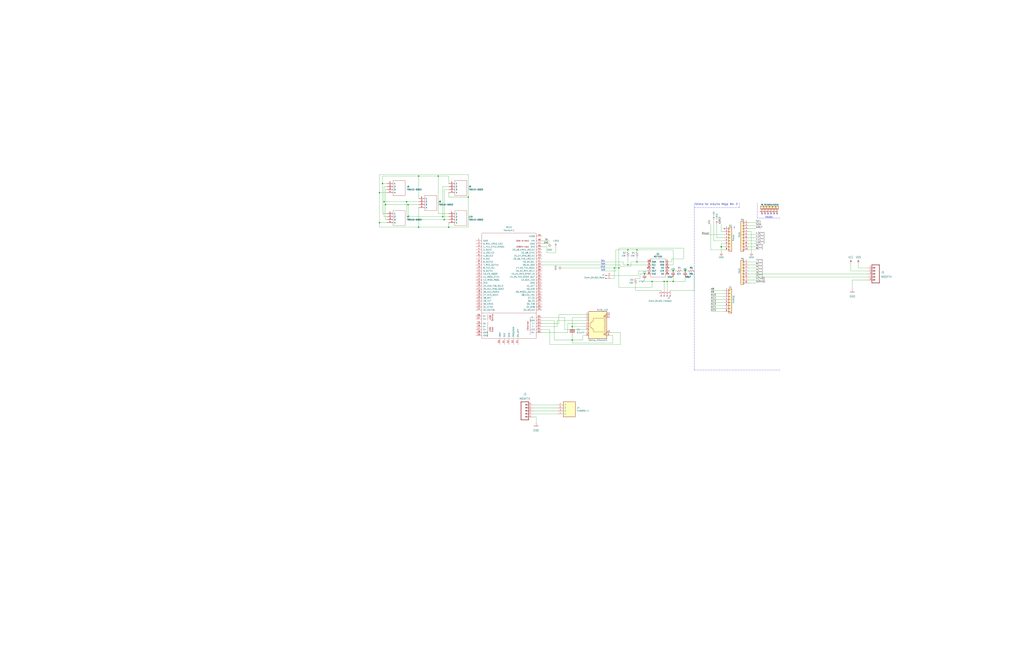
<source format=kicad_sch>
(kicad_sch (version 20211123) (generator eeschema)

  (uuid 860ee997-6541-45e7-9763-32657e07a891)

  (paper "D")

  (title_block
    (date "mar. 31 mars 2015")
  )

  (lib_symbols
    (symbol "CapLevelSensorLib:AD7151" (pin_names (offset 1.016)) (in_bom yes) (on_board yes)
      (property "Reference" "U" (id 0) (at 0 -10.16 0)
        (effects (font (size 1.27 1.27)))
      )
      (property "Value" "AD7151" (id 1) (at 0 8.89 0)
        (effects (font (size 1.27 1.27)))
      )
      (property "Footprint" "" (id 2) (at -2.54 -5.08 0)
        (effects (font (size 1.27 1.27)) hide)
      )
      (property "Datasheet" "" (id 3) (at -2.54 -5.08 0)
        (effects (font (size 1.27 1.27)) hide)
      )
      (symbol "AD7151_0_1"
        (rectangle (start -6.35 7.62) (end 6.35 -7.62)
          (stroke (width 0) (type default) (color 0 0 0 0))
          (fill (type none))
        )
      )
      (symbol "AD7151_1_1"
        (pin input line (at -8.89 5.08 0) (length 2.54)
          (name "GND" (effects (font (size 1.27 1.27))))
          (number "1" (effects (font (size 1.27 1.27))))
        )
        (pin bidirectional line (at 8.89 5.08 180) (length 2.54)
          (name "SDA" (effects (font (size 1.27 1.27))))
          (number "10" (effects (font (size 1.27 1.27))))
        )
        (pin input line (at -8.89 2.54 0) (length 2.54)
          (name "VDD" (effects (font (size 1.27 1.27))))
          (number "2" (effects (font (size 1.27 1.27))))
        )
        (pin no_connect line (at -8.89 0 0) (length 2.54)
          (name "NC" (effects (font (size 1.27 1.27))))
          (number "3" (effects (font (size 1.27 1.27))))
        )
        (pin input line (at -8.89 -2.54 0) (length 2.54)
          (name "CIN" (effects (font (size 1.27 1.27))))
          (number "4" (effects (font (size 1.27 1.27))))
        )
        (pin no_connect line (at -8.89 -5.08 0) (length 2.54)
          (name "NC" (effects (font (size 1.27 1.27))))
          (number "5" (effects (font (size 1.27 1.27))))
        )
        (pin output line (at 8.89 -5.08 180) (length 2.54)
          (name "EXC" (effects (font (size 1.27 1.27))))
          (number "6" (effects (font (size 1.27 1.27))))
        )
        (pin output line (at 8.89 -2.54 180) (length 2.54)
          (name "OUT" (effects (font (size 1.27 1.27))))
          (number "7" (effects (font (size 1.27 1.27))))
        )
        (pin no_connect line (at 8.89 0 180) (length 2.54)
          (name "NC" (effects (font (size 1.27 1.27))))
          (number "8" (effects (font (size 1.27 1.27))))
        )
        (pin input line (at 8.89 2.54 180) (length 2.54)
          (name "SCL" (effects (font (size 1.27 1.27))))
          (number "9" (effects (font (size 1.27 1.27))))
        )
      )
    )
    (symbol "Connector:440055-4" (pin_names (offset 1.016)) (in_bom yes) (on_board yes)
      (property "Reference" "J" (id 0) (at -5.588 7.62 0)
        (effects (font (size 1.27 1.27)) (justify left bottom))
      )
      (property "Value" "440055-4" (id 1) (at -5.08 -7.62 0)
        (effects (font (size 1.27 1.27)) (justify left bottom))
      )
      (property "Footprint" "TE_440055-4" (id 2) (at 0 0 0)
        (effects (font (size 1.27 1.27)) (justify left bottom) hide)
      )
      (property "Datasheet" "" (id 3) (at 0 0 0)
        (effects (font (size 1.27 1.27)) (justify left bottom) hide)
      )
      (property "EU_RoHS_Compliance" "Compliant" (id 4) (at 0 0 0)
        (effects (font (size 1.27 1.27)) (justify left bottom) hide)
      )
      (property "Product_Type" "Connector" (id 5) (at 0 0 0)
        (effects (font (size 1.27 1.27)) (justify left bottom) hide)
      )
      (property "Comment" "440055-4" (id 6) (at 0 0 0)
        (effects (font (size 1.27 1.27)) (justify left bottom) hide)
      )
      (property "Number_of_Positions" "4" (id 7) (at 0 0 0)
        (effects (font (size 1.27 1.27)) (justify left bottom) hide)
      )
      (property "Centerline_Pitch" "2 mm[.079 in]" (id 8) (at 0 0 0)
        (effects (font (size 1.27 1.27)) (justify left bottom) hide)
      )
      (property "ki_locked" "" (id 9) (at 0 0 0)
        (effects (font (size 1.27 1.27)))
      )
      (symbol "440055-4_0_0"
        (rectangle (start -5.08 -5.08) (end 5.08 7.62)
          (stroke (width 0.254) (type default) (color 0 0 0 0))
          (fill (type background))
        )
        (pin passive line (at -10.16 5.08 0) (length 5.08)
          (name "1" (effects (font (size 1.016 1.016))))
          (number "1" (effects (font (size 1.016 1.016))))
        )
        (pin passive line (at -10.16 2.54 0) (length 5.08)
          (name "2" (effects (font (size 1.016 1.016))))
          (number "2" (effects (font (size 1.016 1.016))))
        )
        (pin passive line (at -10.16 0 0) (length 5.08)
          (name "3" (effects (font (size 1.016 1.016))))
          (number "3" (effects (font (size 1.016 1.016))))
        )
        (pin passive line (at -10.16 -2.54 0) (length 5.08)
          (name "4" (effects (font (size 1.016 1.016))))
          (number "4" (effects (font (size 1.016 1.016))))
        )
      )
    )
    (symbol "Connector:70543-0003" (pin_names (offset 0.762)) (in_bom yes) (on_board yes)
      (property "Reference" "J" (id 0) (at 16.51 7.62 0)
        (effects (font (size 1.27 1.27)) (justify left))
      )
      (property "Value" "70543-0003" (id 1) (at 16.51 5.08 0)
        (effects (font (size 1.27 1.27)) (justify left))
      )
      (property "Footprint" "SHDR4W97P0X254_1X4_1271X660X1143P" (id 2) (at 16.51 2.54 0)
        (effects (font (size 1.27 1.27)) (justify left) hide)
      )
      (property "Datasheet" "https://www.molex.com/pdm_docs/sd/705430003_sd.pdf" (id 3) (at 16.51 0 0)
        (effects (font (size 1.27 1.27)) (justify left) hide)
      )
      (property "Description" "2.54mm,Cgrid,header,shrouded,vert,4w Molex SL Series, Series Number 70543, 2.54mm Pitch 4 Way 1 Row Straight PCB Header, Solder Termination, 3A" (id 4) (at 16.51 -2.54 0)
        (effects (font (size 1.27 1.27)) (justify left) hide)
      )
      (property "Height" "11.43" (id 5) (at 16.51 -5.08 0)
        (effects (font (size 1.27 1.27)) (justify left) hide)
      )
      (property "Mouser Part Number" "538-70543-0003" (id 6) (at 16.51 -7.62 0)
        (effects (font (size 1.27 1.27)) (justify left) hide)
      )
      (property "Mouser Price/Stock" "https://www.mouser.co.uk/ProductDetail/Molex/70543-0003?qs=tYx%252BZc2nXqp%2Fu7bSTX42XQ%3D%3D" (id 7) (at 16.51 -10.16 0)
        (effects (font (size 1.27 1.27)) (justify left) hide)
      )
      (property "Manufacturer_Name" "Molex" (id 8) (at 16.51 -12.7 0)
        (effects (font (size 1.27 1.27)) (justify left) hide)
      )
      (property "Manufacturer_Part_Number" "70543-0003" (id 9) (at 16.51 -15.24 0)
        (effects (font (size 1.27 1.27)) (justify left) hide)
      )
      (property "ki_description" "2.54mm,Cgrid,header,shrouded,vert,4w Molex SL Series, Series Number 70543, 2.54mm Pitch 4 Way 1 Row Straight PCB Header, Solder Termination, 3A" (id 10) (at 0 0 0)
        (effects (font (size 1.27 1.27)) hide)
      )
      (symbol "70543-0003_0_0"
        (pin passive line (at 0 0 0) (length 5.08)
          (name "1" (effects (font (size 1.27 1.27))))
          (number "1" (effects (font (size 1.27 1.27))))
        )
        (pin passive line (at 0 -2.54 0) (length 5.08)
          (name "2" (effects (font (size 1.27 1.27))))
          (number "2" (effects (font (size 1.27 1.27))))
        )
        (pin passive line (at 0 -5.08 0) (length 5.08)
          (name "3" (effects (font (size 1.27 1.27))))
          (number "3" (effects (font (size 1.27 1.27))))
        )
        (pin passive line (at 0 -7.62 0) (length 5.08)
          (name "4" (effects (font (size 1.27 1.27))))
          (number "4" (effects (font (size 1.27 1.27))))
        )
      )
      (symbol "70543-0003_0_1"
        (polyline
          (pts
            (xy 5.08 2.54)
            (xy 15.24 2.54)
            (xy 15.24 -10.16)
            (xy 5.08 -10.16)
            (xy 5.08 2.54)
          )
          (stroke (width 0.1524) (type default) (color 0 0 0 0))
          (fill (type none))
        )
      )
    )
    (symbol "Connector:Conn_01x02_Male" (pin_names (offset 1.016) hide) (in_bom yes) (on_board yes)
      (property "Reference" "J" (id 0) (at 0 2.54 0)
        (effects (font (size 1.27 1.27)))
      )
      (property "Value" "Conn_01x02_Male" (id 1) (at 0 -5.08 0)
        (effects (font (size 1.27 1.27)))
      )
      (property "Footprint" "" (id 2) (at 0 0 0)
        (effects (font (size 1.27 1.27)) hide)
      )
      (property "Datasheet" "~" (id 3) (at 0 0 0)
        (effects (font (size 1.27 1.27)) hide)
      )
      (property "ki_keywords" "connector" (id 4) (at 0 0 0)
        (effects (font (size 1.27 1.27)) hide)
      )
      (property "ki_description" "Generic connector, single row, 01x02, script generated (kicad-library-utils/schlib/autogen/connector/)" (id 5) (at 0 0 0)
        (effects (font (size 1.27 1.27)) hide)
      )
      (property "ki_fp_filters" "Connector*:*_1x??_*" (id 6) (at 0 0 0)
        (effects (font (size 1.27 1.27)) hide)
      )
      (symbol "Conn_01x02_Male_1_1"
        (polyline
          (pts
            (xy 1.27 -2.54)
            (xy 0.8636 -2.54)
          )
          (stroke (width 0.1524) (type default) (color 0 0 0 0))
          (fill (type none))
        )
        (polyline
          (pts
            (xy 1.27 0)
            (xy 0.8636 0)
          )
          (stroke (width 0.1524) (type default) (color 0 0 0 0))
          (fill (type none))
        )
        (rectangle (start 0.8636 -2.413) (end 0 -2.667)
          (stroke (width 0.1524) (type default) (color 0 0 0 0))
          (fill (type outline))
        )
        (rectangle (start 0.8636 0.127) (end 0 -0.127)
          (stroke (width 0.1524) (type default) (color 0 0 0 0))
          (fill (type outline))
        )
        (pin passive line (at 5.08 0 180) (length 3.81)
          (name "Pin_1" (effects (font (size 1.27 1.27))))
          (number "1" (effects (font (size 1.27 1.27))))
        )
        (pin passive line (at 5.08 -2.54 180) (length 3.81)
          (name "Pin_2" (effects (font (size 1.27 1.27))))
          (number "2" (effects (font (size 1.27 1.27))))
        )
      )
    )
    (symbol "Connector:Conn_01x04_Male" (pin_names (offset 1.016) hide) (in_bom yes) (on_board yes)
      (property "Reference" "J" (id 0) (at 0 5.08 0)
        (effects (font (size 1.27 1.27)))
      )
      (property "Value" "Conn_01x04_Male" (id 1) (at 0 -7.62 0)
        (effects (font (size 1.27 1.27)))
      )
      (property "Footprint" "" (id 2) (at 0 0 0)
        (effects (font (size 1.27 1.27)) hide)
      )
      (property "Datasheet" "~" (id 3) (at 0 0 0)
        (effects (font (size 1.27 1.27)) hide)
      )
      (property "ki_keywords" "connector" (id 4) (at 0 0 0)
        (effects (font (size 1.27 1.27)) hide)
      )
      (property "ki_description" "Generic connector, single row, 01x04, script generated (kicad-library-utils/schlib/autogen/connector/)" (id 5) (at 0 0 0)
        (effects (font (size 1.27 1.27)) hide)
      )
      (property "ki_fp_filters" "Connector*:*_1x??_*" (id 6) (at 0 0 0)
        (effects (font (size 1.27 1.27)) hide)
      )
      (symbol "Conn_01x04_Male_1_1"
        (polyline
          (pts
            (xy 1.27 -5.08)
            (xy 0.8636 -5.08)
          )
          (stroke (width 0.1524) (type default) (color 0 0 0 0))
          (fill (type none))
        )
        (polyline
          (pts
            (xy 1.27 -2.54)
            (xy 0.8636 -2.54)
          )
          (stroke (width 0.1524) (type default) (color 0 0 0 0))
          (fill (type none))
        )
        (polyline
          (pts
            (xy 1.27 0)
            (xy 0.8636 0)
          )
          (stroke (width 0.1524) (type default) (color 0 0 0 0))
          (fill (type none))
        )
        (polyline
          (pts
            (xy 1.27 2.54)
            (xy 0.8636 2.54)
          )
          (stroke (width 0.1524) (type default) (color 0 0 0 0))
          (fill (type none))
        )
        (rectangle (start 0.8636 -4.953) (end 0 -5.207)
          (stroke (width 0.1524) (type default) (color 0 0 0 0))
          (fill (type outline))
        )
        (rectangle (start 0.8636 -2.413) (end 0 -2.667)
          (stroke (width 0.1524) (type default) (color 0 0 0 0))
          (fill (type outline))
        )
        (rectangle (start 0.8636 0.127) (end 0 -0.127)
          (stroke (width 0.1524) (type default) (color 0 0 0 0))
          (fill (type outline))
        )
        (rectangle (start 0.8636 2.667) (end 0 2.413)
          (stroke (width 0.1524) (type default) (color 0 0 0 0))
          (fill (type outline))
        )
        (pin passive line (at 5.08 2.54 180) (length 3.81)
          (name "Pin_1" (effects (font (size 1.27 1.27))))
          (number "1" (effects (font (size 1.27 1.27))))
        )
        (pin passive line (at 5.08 0 180) (length 3.81)
          (name "Pin_2" (effects (font (size 1.27 1.27))))
          (number "2" (effects (font (size 1.27 1.27))))
        )
        (pin passive line (at 5.08 -2.54 180) (length 3.81)
          (name "Pin_3" (effects (font (size 1.27 1.27))))
          (number "3" (effects (font (size 1.27 1.27))))
        )
        (pin passive line (at 5.08 -5.08 180) (length 3.81)
          (name "Pin_4" (effects (font (size 1.27 1.27))))
          (number "4" (effects (font (size 1.27 1.27))))
        )
      )
    )
    (symbol "Connector:RJ45_LED" (pin_names (offset 1.016)) (in_bom yes) (on_board yes)
      (property "Reference" "J" (id 0) (at -5.08 13.97 0)
        (effects (font (size 1.27 1.27)) (justify right))
      )
      (property "Value" "RJ45_LED" (id 1) (at 1.27 13.97 0)
        (effects (font (size 1.27 1.27)) (justify left))
      )
      (property "Footprint" "" (id 2) (at 0 0.635 90)
        (effects (font (size 1.27 1.27)) hide)
      )
      (property "Datasheet" "~" (id 3) (at 0 0.635 90)
        (effects (font (size 1.27 1.27)) hide)
      )
      (property "ki_keywords" "8P8C RJ female connector led" (id 4) (at 0 0 0)
        (effects (font (size 1.27 1.27)) hide)
      )
      (property "ki_description" "RJ connector, 8P8C (8 positions 8 connected), two LEDs" (id 5) (at 0 0 0)
        (effects (font (size 1.27 1.27)) hide)
      )
      (property "ki_fp_filters" "8P8C* RJ45*" (id 6) (at 0 0 0)
        (effects (font (size 1.27 1.27)) hide)
      )
      (symbol "RJ45_LED_0_1"
        (polyline
          (pts
            (xy -7.62 -7.62)
            (xy -6.35 -7.62)
          )
          (stroke (width 0) (type default) (color 0 0 0 0))
          (fill (type none))
        )
        (polyline
          (pts
            (xy -7.62 -5.08)
            (xy -6.35 -5.08)
          )
          (stroke (width 0) (type default) (color 0 0 0 0))
          (fill (type none))
        )
        (polyline
          (pts
            (xy -7.62 7.62)
            (xy -6.35 7.62)
          )
          (stroke (width 0) (type default) (color 0 0 0 0))
          (fill (type none))
        )
        (polyline
          (pts
            (xy -7.62 10.16)
            (xy -6.35 10.16)
          )
          (stroke (width 0) (type default) (color 0 0 0 0))
          (fill (type none))
        )
        (polyline
          (pts
            (xy -6.858 -5.842)
            (xy -5.842 -5.842)
          )
          (stroke (width 0) (type default) (color 0 0 0 0))
          (fill (type none))
        )
        (polyline
          (pts
            (xy -6.858 9.398)
            (xy -5.842 9.398)
          )
          (stroke (width 0) (type default) (color 0 0 0 0))
          (fill (type none))
        )
        (polyline
          (pts
            (xy -6.35 -7.62)
            (xy -6.35 -6.858)
          )
          (stroke (width 0) (type default) (color 0 0 0 0))
          (fill (type none))
        )
        (polyline
          (pts
            (xy -6.35 -5.08)
            (xy -6.35 -5.842)
          )
          (stroke (width 0) (type default) (color 0 0 0 0))
          (fill (type none))
        )
        (polyline
          (pts
            (xy -6.35 7.62)
            (xy -6.35 8.382)
          )
          (stroke (width 0) (type default) (color 0 0 0 0))
          (fill (type none))
        )
        (polyline
          (pts
            (xy -6.35 10.16)
            (xy -6.35 9.398)
          )
          (stroke (width 0) (type default) (color 0 0 0 0))
          (fill (type none))
        )
        (polyline
          (pts
            (xy -5.08 -6.223)
            (xy -5.207 -6.604)
          )
          (stroke (width 0) (type default) (color 0 0 0 0))
          (fill (type none))
        )
        (polyline
          (pts
            (xy -5.08 -5.588)
            (xy -5.207 -5.969)
          )
          (stroke (width 0) (type default) (color 0 0 0 0))
          (fill (type none))
        )
        (polyline
          (pts
            (xy -5.08 4.445)
            (xy -6.35 4.445)
          )
          (stroke (width 0) (type default) (color 0 0 0 0))
          (fill (type none))
        )
        (polyline
          (pts
            (xy -5.08 5.715)
            (xy -6.35 5.715)
          )
          (stroke (width 0) (type default) (color 0 0 0 0))
          (fill (type none))
        )
        (polyline
          (pts
            (xy -5.08 9.017)
            (xy -5.207 8.636)
          )
          (stroke (width 0) (type default) (color 0 0 0 0))
          (fill (type none))
        )
        (polyline
          (pts
            (xy -5.08 9.652)
            (xy -5.207 9.271)
          )
          (stroke (width 0) (type default) (color 0 0 0 0))
          (fill (type none))
        )
        (polyline
          (pts
            (xy -6.35 -3.175)
            (xy -5.08 -3.175)
            (xy -5.08 -3.175)
          )
          (stroke (width 0) (type default) (color 0 0 0 0))
          (fill (type none))
        )
        (polyline
          (pts
            (xy -6.35 -1.905)
            (xy -5.08 -1.905)
            (xy -5.08 -1.905)
          )
          (stroke (width 0) (type default) (color 0 0 0 0))
          (fill (type none))
        )
        (polyline
          (pts
            (xy -6.35 -0.635)
            (xy -5.08 -0.635)
            (xy -5.08 -0.635)
          )
          (stroke (width 0) (type default) (color 0 0 0 0))
          (fill (type none))
        )
        (polyline
          (pts
            (xy -6.35 0.635)
            (xy -5.08 0.635)
            (xy -5.08 0.635)
          )
          (stroke (width 0) (type default) (color 0 0 0 0))
          (fill (type none))
        )
        (polyline
          (pts
            (xy -6.35 1.905)
            (xy -5.08 1.905)
            (xy -5.08 1.905)
          )
          (stroke (width 0) (type default) (color 0 0 0 0))
          (fill (type none))
        )
        (polyline
          (pts
            (xy -5.588 -6.731)
            (xy -5.08 -6.223)
            (xy -5.461 -6.35)
          )
          (stroke (width 0) (type default) (color 0 0 0 0))
          (fill (type none))
        )
        (polyline
          (pts
            (xy -5.588 -6.096)
            (xy -5.08 -5.588)
            (xy -5.461 -5.715)
          )
          (stroke (width 0) (type default) (color 0 0 0 0))
          (fill (type none))
        )
        (polyline
          (pts
            (xy -5.588 8.509)
            (xy -5.08 9.017)
            (xy -5.461 8.89)
          )
          (stroke (width 0) (type default) (color 0 0 0 0))
          (fill (type none))
        )
        (polyline
          (pts
            (xy -5.588 9.144)
            (xy -5.08 9.652)
            (xy -5.461 9.525)
          )
          (stroke (width 0) (type default) (color 0 0 0 0))
          (fill (type none))
        )
        (polyline
          (pts
            (xy -5.08 3.175)
            (xy -6.35 3.175)
            (xy -6.35 3.175)
          )
          (stroke (width 0) (type default) (color 0 0 0 0))
          (fill (type none))
        )
        (polyline
          (pts
            (xy -6.35 -5.842)
            (xy -6.858 -6.858)
            (xy -5.842 -6.858)
            (xy -6.35 -5.842)
          )
          (stroke (width 0) (type default) (color 0 0 0 0))
          (fill (type none))
        )
        (polyline
          (pts
            (xy -6.35 9.398)
            (xy -6.858 8.382)
            (xy -5.842 8.382)
            (xy -6.35 9.398)
          )
          (stroke (width 0) (type default) (color 0 0 0 0))
          (fill (type none))
        )
        (polyline
          (pts
            (xy -6.35 -4.445)
            (xy -6.35 6.985)
            (xy 3.81 6.985)
            (xy 3.81 4.445)
            (xy 5.08 4.445)
            (xy 5.08 3.175)
            (xy 6.35 3.175)
            (xy 6.35 -0.635)
            (xy 5.08 -0.635)
            (xy 5.08 -1.905)
            (xy 3.81 -1.905)
            (xy 3.81 -4.445)
            (xy -6.35 -4.445)
            (xy -6.35 -4.445)
          )
          (stroke (width 0) (type default) (color 0 0 0 0))
          (fill (type none))
        )
        (rectangle (start 7.62 12.7) (end -7.62 -10.16)
          (stroke (width 0.254) (type default) (color 0 0 0 0))
          (fill (type background))
        )
      )
      (symbol "RJ45_LED_1_1"
        (pin passive line (at 10.16 -7.62 180) (length 2.54)
          (name "~" (effects (font (size 1.27 1.27))))
          (number "1" (effects (font (size 1.27 1.27))))
        )
        (pin passive line (at -10.16 7.62 0) (length 2.54)
          (name "~" (effects (font (size 1.27 1.27))))
          (number "10" (effects (font (size 1.27 1.27))))
        )
        (pin passive line (at -10.16 -5.08 0) (length 2.54)
          (name "~" (effects (font (size 1.27 1.27))))
          (number "11" (effects (font (size 1.27 1.27))))
        )
        (pin passive line (at -10.16 -7.62 0) (length 2.54)
          (name "~" (effects (font (size 1.27 1.27))))
          (number "12" (effects (font (size 1.27 1.27))))
        )
        (pin passive line (at 10.16 -5.08 180) (length 2.54)
          (name "~" (effects (font (size 1.27 1.27))))
          (number "2" (effects (font (size 1.27 1.27))))
        )
        (pin passive line (at 10.16 -2.54 180) (length 2.54)
          (name "~" (effects (font (size 1.27 1.27))))
          (number "3" (effects (font (size 1.27 1.27))))
        )
        (pin passive line (at 10.16 0 180) (length 2.54)
          (name "~" (effects (font (size 1.27 1.27))))
          (number "4" (effects (font (size 1.27 1.27))))
        )
        (pin passive line (at 10.16 2.54 180) (length 2.54)
          (name "~" (effects (font (size 1.27 1.27))))
          (number "5" (effects (font (size 1.27 1.27))))
        )
        (pin passive line (at 10.16 5.08 180) (length 2.54)
          (name "~" (effects (font (size 1.27 1.27))))
          (number "6" (effects (font (size 1.27 1.27))))
        )
        (pin passive line (at 10.16 7.62 180) (length 2.54)
          (name "~" (effects (font (size 1.27 1.27))))
          (number "7" (effects (font (size 1.27 1.27))))
        )
        (pin passive line (at 10.16 10.16 180) (length 2.54)
          (name "~" (effects (font (size 1.27 1.27))))
          (number "8" (effects (font (size 1.27 1.27))))
        )
        (pin passive line (at -10.16 10.16 0) (length 2.54)
          (name "~" (effects (font (size 1.27 1.27))))
          (number "9" (effects (font (size 1.27 1.27))))
        )
      )
    )
    (symbol "Connector_Generic:Conn_01x01" (pin_names (offset 1.016) hide) (in_bom yes) (on_board yes)
      (property "Reference" "J" (id 0) (at 0 2.54 0)
        (effects (font (size 1.27 1.27)))
      )
      (property "Value" "Conn_01x01" (id 1) (at 0 -2.54 0)
        (effects (font (size 1.27 1.27)))
      )
      (property "Footprint" "" (id 2) (at 0 0 0)
        (effects (font (size 1.27 1.27)) hide)
      )
      (property "Datasheet" "~" (id 3) (at 0 0 0)
        (effects (font (size 1.27 1.27)) hide)
      )
      (property "ki_keywords" "connector" (id 4) (at 0 0 0)
        (effects (font (size 1.27 1.27)) hide)
      )
      (property "ki_description" "Generic connector, single row, 01x01, script generated (kicad-library-utils/schlib/autogen/connector/)" (id 5) (at 0 0 0)
        (effects (font (size 1.27 1.27)) hide)
      )
      (property "ki_fp_filters" "Connector*:*_1x??_*" (id 6) (at 0 0 0)
        (effects (font (size 1.27 1.27)) hide)
      )
      (symbol "Conn_01x01_1_1"
        (rectangle (start -1.27 0.127) (end 0 -0.127)
          (stroke (width 0.1524) (type default) (color 0 0 0 0))
          (fill (type none))
        )
        (rectangle (start -1.27 1.27) (end 1.27 -1.27)
          (stroke (width 0.254) (type default) (color 0 0 0 0))
          (fill (type background))
        )
        (pin passive line (at -5.08 0 0) (length 3.81)
          (name "Pin_1" (effects (font (size 1.27 1.27))))
          (number "1" (effects (font (size 1.27 1.27))))
        )
      )
    )
    (symbol "Connector_Generic:Conn_01x08" (pin_names (offset 1.016) hide) (in_bom yes) (on_board yes)
      (property "Reference" "J" (id 0) (at 0 10.16 0)
        (effects (font (size 1.27 1.27)))
      )
      (property "Value" "Conn_01x08" (id 1) (at 0 -12.7 0)
        (effects (font (size 1.27 1.27)))
      )
      (property "Footprint" "" (id 2) (at 0 0 0)
        (effects (font (size 1.27 1.27)) hide)
      )
      (property "Datasheet" "~" (id 3) (at 0 0 0)
        (effects (font (size 1.27 1.27)) hide)
      )
      (property "ki_keywords" "connector" (id 4) (at 0 0 0)
        (effects (font (size 1.27 1.27)) hide)
      )
      (property "ki_description" "Generic connector, single row, 01x08, script generated (kicad-library-utils/schlib/autogen/connector/)" (id 5) (at 0 0 0)
        (effects (font (size 1.27 1.27)) hide)
      )
      (property "ki_fp_filters" "Connector*:*_1x??_*" (id 6) (at 0 0 0)
        (effects (font (size 1.27 1.27)) hide)
      )
      (symbol "Conn_01x08_1_1"
        (rectangle (start -1.27 -10.033) (end 0 -10.287)
          (stroke (width 0.1524) (type default) (color 0 0 0 0))
          (fill (type none))
        )
        (rectangle (start -1.27 -7.493) (end 0 -7.747)
          (stroke (width 0.1524) (type default) (color 0 0 0 0))
          (fill (type none))
        )
        (rectangle (start -1.27 -4.953) (end 0 -5.207)
          (stroke (width 0.1524) (type default) (color 0 0 0 0))
          (fill (type none))
        )
        (rectangle (start -1.27 -2.413) (end 0 -2.667)
          (stroke (width 0.1524) (type default) (color 0 0 0 0))
          (fill (type none))
        )
        (rectangle (start -1.27 0.127) (end 0 -0.127)
          (stroke (width 0.1524) (type default) (color 0 0 0 0))
          (fill (type none))
        )
        (rectangle (start -1.27 2.667) (end 0 2.413)
          (stroke (width 0.1524) (type default) (color 0 0 0 0))
          (fill (type none))
        )
        (rectangle (start -1.27 5.207) (end 0 4.953)
          (stroke (width 0.1524) (type default) (color 0 0 0 0))
          (fill (type none))
        )
        (rectangle (start -1.27 7.747) (end 0 7.493)
          (stroke (width 0.1524) (type default) (color 0 0 0 0))
          (fill (type none))
        )
        (rectangle (start -1.27 8.89) (end 1.27 -11.43)
          (stroke (width 0.254) (type default) (color 0 0 0 0))
          (fill (type background))
        )
        (pin passive line (at -5.08 7.62 0) (length 3.81)
          (name "Pin_1" (effects (font (size 1.27 1.27))))
          (number "1" (effects (font (size 1.27 1.27))))
        )
        (pin passive line (at -5.08 5.08 0) (length 3.81)
          (name "Pin_2" (effects (font (size 1.27 1.27))))
          (number "2" (effects (font (size 1.27 1.27))))
        )
        (pin passive line (at -5.08 2.54 0) (length 3.81)
          (name "Pin_3" (effects (font (size 1.27 1.27))))
          (number "3" (effects (font (size 1.27 1.27))))
        )
        (pin passive line (at -5.08 0 0) (length 3.81)
          (name "Pin_4" (effects (font (size 1.27 1.27))))
          (number "4" (effects (font (size 1.27 1.27))))
        )
        (pin passive line (at -5.08 -2.54 0) (length 3.81)
          (name "Pin_5" (effects (font (size 1.27 1.27))))
          (number "5" (effects (font (size 1.27 1.27))))
        )
        (pin passive line (at -5.08 -5.08 0) (length 3.81)
          (name "Pin_6" (effects (font (size 1.27 1.27))))
          (number "6" (effects (font (size 1.27 1.27))))
        )
        (pin passive line (at -5.08 -7.62 0) (length 3.81)
          (name "Pin_7" (effects (font (size 1.27 1.27))))
          (number "7" (effects (font (size 1.27 1.27))))
        )
        (pin passive line (at -5.08 -10.16 0) (length 3.81)
          (name "Pin_8" (effects (font (size 1.27 1.27))))
          (number "8" (effects (font (size 1.27 1.27))))
        )
      )
    )
    (symbol "Connector_Generic:Conn_01x10" (pin_names (offset 1.016) hide) (in_bom yes) (on_board yes)
      (property "Reference" "J" (id 0) (at 0 12.7 0)
        (effects (font (size 1.27 1.27)))
      )
      (property "Value" "Conn_01x10" (id 1) (at 0 -15.24 0)
        (effects (font (size 1.27 1.27)))
      )
      (property "Footprint" "" (id 2) (at 0 0 0)
        (effects (font (size 1.27 1.27)) hide)
      )
      (property "Datasheet" "~" (id 3) (at 0 0 0)
        (effects (font (size 1.27 1.27)) hide)
      )
      (property "ki_keywords" "connector" (id 4) (at 0 0 0)
        (effects (font (size 1.27 1.27)) hide)
      )
      (property "ki_description" "Generic connector, single row, 01x10, script generated (kicad-library-utils/schlib/autogen/connector/)" (id 5) (at 0 0 0)
        (effects (font (size 1.27 1.27)) hide)
      )
      (property "ki_fp_filters" "Connector*:*_1x??_*" (id 6) (at 0 0 0)
        (effects (font (size 1.27 1.27)) hide)
      )
      (symbol "Conn_01x10_1_1"
        (rectangle (start -1.27 -12.573) (end 0 -12.827)
          (stroke (width 0.1524) (type default) (color 0 0 0 0))
          (fill (type none))
        )
        (rectangle (start -1.27 -10.033) (end 0 -10.287)
          (stroke (width 0.1524) (type default) (color 0 0 0 0))
          (fill (type none))
        )
        (rectangle (start -1.27 -7.493) (end 0 -7.747)
          (stroke (width 0.1524) (type default) (color 0 0 0 0))
          (fill (type none))
        )
        (rectangle (start -1.27 -4.953) (end 0 -5.207)
          (stroke (width 0.1524) (type default) (color 0 0 0 0))
          (fill (type none))
        )
        (rectangle (start -1.27 -2.413) (end 0 -2.667)
          (stroke (width 0.1524) (type default) (color 0 0 0 0))
          (fill (type none))
        )
        (rectangle (start -1.27 0.127) (end 0 -0.127)
          (stroke (width 0.1524) (type default) (color 0 0 0 0))
          (fill (type none))
        )
        (rectangle (start -1.27 2.667) (end 0 2.413)
          (stroke (width 0.1524) (type default) (color 0 0 0 0))
          (fill (type none))
        )
        (rectangle (start -1.27 5.207) (end 0 4.953)
          (stroke (width 0.1524) (type default) (color 0 0 0 0))
          (fill (type none))
        )
        (rectangle (start -1.27 7.747) (end 0 7.493)
          (stroke (width 0.1524) (type default) (color 0 0 0 0))
          (fill (type none))
        )
        (rectangle (start -1.27 10.287) (end 0 10.033)
          (stroke (width 0.1524) (type default) (color 0 0 0 0))
          (fill (type none))
        )
        (rectangle (start -1.27 11.43) (end 1.27 -13.97)
          (stroke (width 0.254) (type default) (color 0 0 0 0))
          (fill (type background))
        )
        (pin passive line (at -5.08 10.16 0) (length 3.81)
          (name "Pin_1" (effects (font (size 1.27 1.27))))
          (number "1" (effects (font (size 1.27 1.27))))
        )
        (pin passive line (at -5.08 -12.7 0) (length 3.81)
          (name "Pin_10" (effects (font (size 1.27 1.27))))
          (number "10" (effects (font (size 1.27 1.27))))
        )
        (pin passive line (at -5.08 7.62 0) (length 3.81)
          (name "Pin_2" (effects (font (size 1.27 1.27))))
          (number "2" (effects (font (size 1.27 1.27))))
        )
        (pin passive line (at -5.08 5.08 0) (length 3.81)
          (name "Pin_3" (effects (font (size 1.27 1.27))))
          (number "3" (effects (font (size 1.27 1.27))))
        )
        (pin passive line (at -5.08 2.54 0) (length 3.81)
          (name "Pin_4" (effects (font (size 1.27 1.27))))
          (number "4" (effects (font (size 1.27 1.27))))
        )
        (pin passive line (at -5.08 0 0) (length 3.81)
          (name "Pin_5" (effects (font (size 1.27 1.27))))
          (number "5" (effects (font (size 1.27 1.27))))
        )
        (pin passive line (at -5.08 -2.54 0) (length 3.81)
          (name "Pin_6" (effects (font (size 1.27 1.27))))
          (number "6" (effects (font (size 1.27 1.27))))
        )
        (pin passive line (at -5.08 -5.08 0) (length 3.81)
          (name "Pin_7" (effects (font (size 1.27 1.27))))
          (number "7" (effects (font (size 1.27 1.27))))
        )
        (pin passive line (at -5.08 -7.62 0) (length 3.81)
          (name "Pin_8" (effects (font (size 1.27 1.27))))
          (number "8" (effects (font (size 1.27 1.27))))
        )
        (pin passive line (at -5.08 -10.16 0) (length 3.81)
          (name "Pin_9" (effects (font (size 1.27 1.27))))
          (number "9" (effects (font (size 1.27 1.27))))
        )
      )
    )
    (symbol "Device:C" (pin_numbers hide) (pin_names (offset 0.254)) (in_bom yes) (on_board yes)
      (property "Reference" "C" (id 0) (at 0.635 2.54 0)
        (effects (font (size 1.27 1.27)) (justify left))
      )
      (property "Value" "C" (id 1) (at 0.635 -2.54 0)
        (effects (font (size 1.27 1.27)) (justify left))
      )
      (property "Footprint" "" (id 2) (at 0.9652 -3.81 0)
        (effects (font (size 1.27 1.27)) hide)
      )
      (property "Datasheet" "~" (id 3) (at 0 0 0)
        (effects (font (size 1.27 1.27)) hide)
      )
      (property "ki_keywords" "cap capacitor" (id 4) (at 0 0 0)
        (effects (font (size 1.27 1.27)) hide)
      )
      (property "ki_description" "Unpolarized capacitor" (id 5) (at 0 0 0)
        (effects (font (size 1.27 1.27)) hide)
      )
      (property "ki_fp_filters" "C_*" (id 6) (at 0 0 0)
        (effects (font (size 1.27 1.27)) hide)
      )
      (symbol "C_0_1"
        (polyline
          (pts
            (xy -2.032 -0.762)
            (xy 2.032 -0.762)
          )
          (stroke (width 0.508) (type default) (color 0 0 0 0))
          (fill (type none))
        )
        (polyline
          (pts
            (xy -2.032 0.762)
            (xy 2.032 0.762)
          )
          (stroke (width 0.508) (type default) (color 0 0 0 0))
          (fill (type none))
        )
      )
      (symbol "C_1_1"
        (pin passive line (at 0 3.81 270) (length 2.794)
          (name "~" (effects (font (size 1.27 1.27))))
          (number "1" (effects (font (size 1.27 1.27))))
        )
        (pin passive line (at 0 -3.81 90) (length 2.794)
          (name "~" (effects (font (size 1.27 1.27))))
          (number "2" (effects (font (size 1.27 1.27))))
        )
      )
    )
    (symbol "Device:C_Small" (pin_numbers hide) (pin_names (offset 0.254) hide) (in_bom yes) (on_board yes)
      (property "Reference" "C" (id 0) (at 0.254 1.778 0)
        (effects (font (size 1.27 1.27)) (justify left))
      )
      (property "Value" "C_Small" (id 1) (at 0.254 -2.032 0)
        (effects (font (size 1.27 1.27)) (justify left))
      )
      (property "Footprint" "" (id 2) (at 0 0 0)
        (effects (font (size 1.27 1.27)) hide)
      )
      (property "Datasheet" "~" (id 3) (at 0 0 0)
        (effects (font (size 1.27 1.27)) hide)
      )
      (property "ki_keywords" "capacitor cap" (id 4) (at 0 0 0)
        (effects (font (size 1.27 1.27)) hide)
      )
      (property "ki_description" "Unpolarized capacitor, small symbol" (id 5) (at 0 0 0)
        (effects (font (size 1.27 1.27)) hide)
      )
      (property "ki_fp_filters" "C_*" (id 6) (at 0 0 0)
        (effects (font (size 1.27 1.27)) hide)
      )
      (symbol "C_Small_0_1"
        (polyline
          (pts
            (xy -1.524 -0.508)
            (xy 1.524 -0.508)
          )
          (stroke (width 0.3302) (type default) (color 0 0 0 0))
          (fill (type none))
        )
        (polyline
          (pts
            (xy -1.524 0.508)
            (xy 1.524 0.508)
          )
          (stroke (width 0.3048) (type default) (color 0 0 0 0))
          (fill (type none))
        )
      )
      (symbol "C_Small_1_1"
        (pin passive line (at 0 2.54 270) (length 2.032)
          (name "~" (effects (font (size 1.27 1.27))))
          (number "1" (effects (font (size 1.27 1.27))))
        )
        (pin passive line (at 0 -2.54 90) (length 2.032)
          (name "~" (effects (font (size 1.27 1.27))))
          (number "2" (effects (font (size 1.27 1.27))))
        )
      )
    )
    (symbol "Device:R_Small_US" (pin_numbers hide) (pin_names (offset 0.254) hide) (in_bom yes) (on_board yes)
      (property "Reference" "R" (id 0) (at 0.762 0.508 0)
        (effects (font (size 1.27 1.27)) (justify left))
      )
      (property "Value" "R_Small_US" (id 1) (at 0.762 -1.016 0)
        (effects (font (size 1.27 1.27)) (justify left))
      )
      (property "Footprint" "" (id 2) (at 0 0 0)
        (effects (font (size 1.27 1.27)) hide)
      )
      (property "Datasheet" "~" (id 3) (at 0 0 0)
        (effects (font (size 1.27 1.27)) hide)
      )
      (property "ki_keywords" "r resistor" (id 4) (at 0 0 0)
        (effects (font (size 1.27 1.27)) hide)
      )
      (property "ki_description" "Resistor, small US symbol" (id 5) (at 0 0 0)
        (effects (font (size 1.27 1.27)) hide)
      )
      (property "ki_fp_filters" "R_*" (id 6) (at 0 0 0)
        (effects (font (size 1.27 1.27)) hide)
      )
      (symbol "R_Small_US_1_1"
        (polyline
          (pts
            (xy 0 0)
            (xy 1.016 -0.381)
            (xy 0 -0.762)
            (xy -1.016 -1.143)
            (xy 0 -1.524)
          )
          (stroke (width 0) (type default) (color 0 0 0 0))
          (fill (type none))
        )
        (polyline
          (pts
            (xy 0 1.524)
            (xy 1.016 1.143)
            (xy 0 0.762)
            (xy -1.016 0.381)
            (xy 0 0)
          )
          (stroke (width 0) (type default) (color 0 0 0 0))
          (fill (type none))
        )
        (pin passive line (at 0 2.54 270) (length 1.016)
          (name "~" (effects (font (size 1.27 1.27))))
          (number "1" (effects (font (size 1.27 1.27))))
        )
        (pin passive line (at 0 -2.54 90) (length 1.016)
          (name "~" (effects (font (size 1.27 1.27))))
          (number "2" (effects (font (size 1.27 1.27))))
        )
      )
    )
    (symbol "Official level sensor-eagle-import:GND" (power) (in_bom yes) (on_board yes)
      (property "Reference" "#GND" (id 0) (at 0 0 0)
        (effects (font (size 1.27 1.27)) hide)
      )
      (property "Value" "GND" (id 1) (at -2.54 -2.54 0)
        (effects (font (size 1.778 1.5113)) (justify left bottom))
      )
      (property "Footprint" "Official level sensor:" (id 2) (at 0 0 0)
        (effects (font (size 1.27 1.27)) hide)
      )
      (property "Datasheet" "" (id 3) (at 0 0 0)
        (effects (font (size 1.27 1.27)) hide)
      )
      (property "ki_locked" "" (id 4) (at 0 0 0)
        (effects (font (size 1.27 1.27)))
      )
      (symbol "GND_1_0"
        (polyline
          (pts
            (xy -1.905 0)
            (xy 1.905 0)
          )
          (stroke (width 0.254) (type default) (color 0 0 0 0))
          (fill (type none))
        )
        (pin power_in line (at 0 2.54 270) (length 2.54)
          (name "GND" (effects (font (size 0 0))))
          (number "1" (effects (font (size 0 0))))
        )
      )
    )
    (symbol "Official level sensor-eagle-import:M05PTH" (in_bom yes) (on_board yes)
      (property "Reference" "J" (id 0) (at -2.54 8.382 0)
        (effects (font (size 1.778 1.5113)) (justify left bottom))
      )
      (property "Value" "M05PTH" (id 1) (at -2.54 -10.16 0)
        (effects (font (size 1.778 1.5113)) (justify left bottom))
      )
      (property "Footprint" "Official level sensor:1X05" (id 2) (at 0 0 0)
        (effects (font (size 1.27 1.27)) hide)
      )
      (property "Datasheet" "" (id 3) (at 0 0 0)
        (effects (font (size 1.27 1.27)) hide)
      )
      (property "ki_locked" "" (id 4) (at 0 0 0)
        (effects (font (size 1.27 1.27)))
      )
      (symbol "M05PTH_1_0"
        (polyline
          (pts
            (xy -2.54 7.62)
            (xy -2.54 -7.62)
          )
          (stroke (width 0.4064) (type default) (color 0 0 0 0))
          (fill (type none))
        )
        (polyline
          (pts
            (xy -2.54 7.62)
            (xy 3.81 7.62)
          )
          (stroke (width 0.4064) (type default) (color 0 0 0 0))
          (fill (type none))
        )
        (polyline
          (pts
            (xy 1.27 -5.08)
            (xy 2.54 -5.08)
          )
          (stroke (width 0.6096) (type default) (color 0 0 0 0))
          (fill (type none))
        )
        (polyline
          (pts
            (xy 1.27 -2.54)
            (xy 2.54 -2.54)
          )
          (stroke (width 0.6096) (type default) (color 0 0 0 0))
          (fill (type none))
        )
        (polyline
          (pts
            (xy 1.27 0)
            (xy 2.54 0)
          )
          (stroke (width 0.6096) (type default) (color 0 0 0 0))
          (fill (type none))
        )
        (polyline
          (pts
            (xy 1.27 2.54)
            (xy 2.54 2.54)
          )
          (stroke (width 0.6096) (type default) (color 0 0 0 0))
          (fill (type none))
        )
        (polyline
          (pts
            (xy 1.27 5.08)
            (xy 2.54 5.08)
          )
          (stroke (width 0.6096) (type default) (color 0 0 0 0))
          (fill (type none))
        )
        (polyline
          (pts
            (xy 3.81 -7.62)
            (xy -2.54 -7.62)
          )
          (stroke (width 0.4064) (type default) (color 0 0 0 0))
          (fill (type none))
        )
        (polyline
          (pts
            (xy 3.81 -7.62)
            (xy 3.81 7.62)
          )
          (stroke (width 0.4064) (type default) (color 0 0 0 0))
          (fill (type none))
        )
        (pin passive line (at 7.62 -5.08 180) (length 5.08)
          (name "1" (effects (font (size 0 0))))
          (number "1" (effects (font (size 1.27 1.27))))
        )
        (pin passive line (at 7.62 -2.54 180) (length 5.08)
          (name "2" (effects (font (size 0 0))))
          (number "2" (effects (font (size 1.27 1.27))))
        )
        (pin passive line (at 7.62 0 180) (length 5.08)
          (name "3" (effects (font (size 0 0))))
          (number "3" (effects (font (size 1.27 1.27))))
        )
        (pin passive line (at 7.62 2.54 180) (length 5.08)
          (name "4" (effects (font (size 0 0))))
          (number "4" (effects (font (size 1.27 1.27))))
        )
        (pin passive line (at 7.62 5.08 180) (length 5.08)
          (name "5" (effects (font (size 0 0))))
          (number "5" (effects (font (size 1.27 1.27))))
        )
      )
    )
    (symbol "Official level sensor-eagle-import:VCC" (power) (in_bom yes) (on_board yes)
      (property "Reference" "#SUPPLY" (id 0) (at 0 0 0)
        (effects (font (size 1.27 1.27)) hide)
      )
      (property "Value" "VCC" (id 1) (at -1.016 3.556 0)
        (effects (font (size 1.778 1.5113)) (justify left bottom))
      )
      (property "Footprint" "Official level sensor:" (id 2) (at 0 0 0)
        (effects (font (size 1.27 1.27)) hide)
      )
      (property "Datasheet" "" (id 3) (at 0 0 0)
        (effects (font (size 1.27 1.27)) hide)
      )
      (property "ki_locked" "" (id 4) (at 0 0 0)
        (effects (font (size 1.27 1.27)))
      )
      (symbol "VCC_1_0"
        (polyline
          (pts
            (xy 0 2.54)
            (xy -0.762 1.27)
          )
          (stroke (width 0.254) (type default) (color 0 0 0 0))
          (fill (type none))
        )
        (polyline
          (pts
            (xy 0.762 1.27)
            (xy 0 2.54)
          )
          (stroke (width 0.254) (type default) (color 0 0 0 0))
          (fill (type none))
        )
        (pin power_in line (at 0 0 90) (length 2.54)
          (name "VCC" (effects (font (size 0 0))))
          (number "1" (effects (font (size 0 0))))
        )
      )
    )
    (symbol "Official level sensor-eagle-import:VDD" (power) (in_bom yes) (on_board yes)
      (property "Reference" "#SUPPLY" (id 0) (at 0 0 0)
        (effects (font (size 1.27 1.27)) hide)
      )
      (property "Value" "VDD" (id 1) (at -1.016 3.556 0)
        (effects (font (size 1.778 1.5113)) (justify left bottom))
      )
      (property "Footprint" "Official level sensor:" (id 2) (at 0 0 0)
        (effects (font (size 1.27 1.27)) hide)
      )
      (property "Datasheet" "" (id 3) (at 0 0 0)
        (effects (font (size 1.27 1.27)) hide)
      )
      (property "ki_locked" "" (id 4) (at 0 0 0)
        (effects (font (size 1.27 1.27)))
      )
      (symbol "VDD_1_0"
        (polyline
          (pts
            (xy 0 2.54)
            (xy -0.762 1.27)
          )
          (stroke (width 0.254) (type default) (color 0 0 0 0))
          (fill (type none))
        )
        (polyline
          (pts
            (xy 0.762 1.27)
            (xy 0 2.54)
          )
          (stroke (width 0.254) (type default) (color 0 0 0 0))
          (fill (type none))
        )
        (pin power_in line (at 0 0 90) (length 2.54)
          (name "VDD" (effects (font (size 0 0))))
          (number "1" (effects (font (size 0 0))))
        )
      )
    )
    (symbol "power:+3.3V" (power) (pin_names (offset 0)) (in_bom yes) (on_board yes)
      (property "Reference" "#PWR" (id 0) (at 0 -3.81 0)
        (effects (font (size 1.27 1.27)) hide)
      )
      (property "Value" "+3.3V" (id 1) (at 0 3.556 0)
        (effects (font (size 1.27 1.27)))
      )
      (property "Footprint" "" (id 2) (at 0 0 0)
        (effects (font (size 1.27 1.27)) hide)
      )
      (property "Datasheet" "" (id 3) (at 0 0 0)
        (effects (font (size 1.27 1.27)) hide)
      )
      (property "ki_keywords" "power-flag" (id 4) (at 0 0 0)
        (effects (font (size 1.27 1.27)) hide)
      )
      (property "ki_description" "Power symbol creates a global label with name \"+3.3V\"" (id 5) (at 0 0 0)
        (effects (font (size 1.27 1.27)) hide)
      )
      (symbol "+3.3V_0_1"
        (polyline
          (pts
            (xy -0.762 1.27)
            (xy 0 2.54)
          )
          (stroke (width 0) (type default) (color 0 0 0 0))
          (fill (type none))
        )
        (polyline
          (pts
            (xy 0 0)
            (xy 0 2.54)
          )
          (stroke (width 0) (type default) (color 0 0 0 0))
          (fill (type none))
        )
        (polyline
          (pts
            (xy 0 2.54)
            (xy 0.762 1.27)
          )
          (stroke (width 0) (type default) (color 0 0 0 0))
          (fill (type none))
        )
      )
      (symbol "+3.3V_1_1"
        (pin power_in line (at 0 0 90) (length 0) hide
          (name "+3V3" (effects (font (size 1.27 1.27))))
          (number "1" (effects (font (size 1.27 1.27))))
        )
      )
    )
    (symbol "power:+3V3" (power) (pin_names (offset 0)) (in_bom yes) (on_board yes)
      (property "Reference" "#PWR" (id 0) (at 0 -3.81 0)
        (effects (font (size 1.27 1.27)) hide)
      )
      (property "Value" "+3V3" (id 1) (at 0 3.556 0)
        (effects (font (size 1.27 1.27)))
      )
      (property "Footprint" "" (id 2) (at 0 0 0)
        (effects (font (size 1.27 1.27)) hide)
      )
      (property "Datasheet" "" (id 3) (at 0 0 0)
        (effects (font (size 1.27 1.27)) hide)
      )
      (property "ki_keywords" "power-flag" (id 4) (at 0 0 0)
        (effects (font (size 1.27 1.27)) hide)
      )
      (property "ki_description" "Power symbol creates a global label with name \"+3V3\"" (id 5) (at 0 0 0)
        (effects (font (size 1.27 1.27)) hide)
      )
      (symbol "+3V3_0_1"
        (polyline
          (pts
            (xy -0.762 1.27)
            (xy 0 2.54)
          )
          (stroke (width 0) (type default) (color 0 0 0 0))
          (fill (type none))
        )
        (polyline
          (pts
            (xy 0 0)
            (xy 0 2.54)
          )
          (stroke (width 0) (type default) (color 0 0 0 0))
          (fill (type none))
        )
        (polyline
          (pts
            (xy 0 2.54)
            (xy 0.762 1.27)
          )
          (stroke (width 0) (type default) (color 0 0 0 0))
          (fill (type none))
        )
      )
      (symbol "+3V3_1_1"
        (pin power_in line (at 0 0 90) (length 0) hide
          (name "+3V3" (effects (font (size 1.27 1.27))))
          (number "1" (effects (font (size 1.27 1.27))))
        )
      )
    )
    (symbol "power:+5V" (power) (pin_names (offset 0)) (in_bom yes) (on_board yes)
      (property "Reference" "#PWR" (id 0) (at 0 -3.81 0)
        (effects (font (size 1.27 1.27)) hide)
      )
      (property "Value" "+5V" (id 1) (at 0 3.556 0)
        (effects (font (size 1.27 1.27)))
      )
      (property "Footprint" "" (id 2) (at 0 0 0)
        (effects (font (size 1.27 1.27)) hide)
      )
      (property "Datasheet" "" (id 3) (at 0 0 0)
        (effects (font (size 1.27 1.27)) hide)
      )
      (property "ki_keywords" "power-flag" (id 4) (at 0 0 0)
        (effects (font (size 1.27 1.27)) hide)
      )
      (property "ki_description" "Power symbol creates a global label with name \"+5V\"" (id 5) (at 0 0 0)
        (effects (font (size 1.27 1.27)) hide)
      )
      (symbol "+5V_0_1"
        (polyline
          (pts
            (xy -0.762 1.27)
            (xy 0 2.54)
          )
          (stroke (width 0) (type default) (color 0 0 0 0))
          (fill (type none))
        )
        (polyline
          (pts
            (xy 0 0)
            (xy 0 2.54)
          )
          (stroke (width 0) (type default) (color 0 0 0 0))
          (fill (type none))
        )
        (polyline
          (pts
            (xy 0 2.54)
            (xy 0.762 1.27)
          )
          (stroke (width 0) (type default) (color 0 0 0 0))
          (fill (type none))
        )
      )
      (symbol "+5V_1_1"
        (pin power_in line (at 0 0 90) (length 0) hide
          (name "+5V" (effects (font (size 1.27 1.27))))
          (number "1" (effects (font (size 1.27 1.27))))
        )
      )
    )
    (symbol "power:GND" (power) (pin_names (offset 0)) (in_bom yes) (on_board yes)
      (property "Reference" "#PWR" (id 0) (at 0 -6.35 0)
        (effects (font (size 1.27 1.27)) hide)
      )
      (property "Value" "GND" (id 1) (at 0 -3.81 0)
        (effects (font (size 1.27 1.27)))
      )
      (property "Footprint" "" (id 2) (at 0 0 0)
        (effects (font (size 1.27 1.27)) hide)
      )
      (property "Datasheet" "" (id 3) (at 0 0 0)
        (effects (font (size 1.27 1.27)) hide)
      )
      (property "ki_keywords" "power-flag" (id 4) (at 0 0 0)
        (effects (font (size 1.27 1.27)) hide)
      )
      (property "ki_description" "Power symbol creates a global label with name \"GND\" , ground" (id 5) (at 0 0 0)
        (effects (font (size 1.27 1.27)) hide)
      )
      (symbol "GND_0_1"
        (polyline
          (pts
            (xy 0 0)
            (xy 0 -1.27)
            (xy 1.27 -1.27)
            (xy 0 -2.54)
            (xy -1.27 -1.27)
            (xy 0 -1.27)
          )
          (stroke (width 0) (type default) (color 0 0 0 0))
          (fill (type none))
        )
      )
      (symbol "GND_1_1"
        (pin power_in line (at 0 0 270) (length 0) hide
          (name "GND" (effects (font (size 1.27 1.27))))
          (number "1" (effects (font (size 1.27 1.27))))
        )
      )
    )
    (symbol "teensy:Teensy4.1" (pin_names (offset 1.016)) (in_bom yes) (on_board yes)
      (property "Reference" "U" (id 0) (at 0 64.77 0)
        (effects (font (size 1.27 1.27)))
      )
      (property "Value" "Teensy4.1" (id 1) (at 0 62.23 0)
        (effects (font (size 1.27 1.27)))
      )
      (property "Footprint" "" (id 2) (at -10.16 10.16 0)
        (effects (font (size 1.27 1.27)) hide)
      )
      (property "Datasheet" "" (id 3) (at -10.16 10.16 0)
        (effects (font (size 1.27 1.27)) hide)
      )
      (symbol "Teensy4.1_0_0"
        (polyline
          (pts
            (xy -22.86 -6.35)
            (xy 22.86 -6.35)
          )
          (stroke (width 0) (type default) (color 0 0 0 0))
          (fill (type none))
        )
        (polyline
          (pts
            (xy -17.78 -26.67)
            (xy -17.78 -13.97)
          )
          (stroke (width 0) (type default) (color 0 0 0 0))
          (fill (type none))
        )
        (polyline
          (pts
            (xy -17.78 -7.62)
            (xy -17.78 -12.7)
          )
          (stroke (width 0) (type default) (color 0 0 0 0))
          (fill (type none))
        )
        (polyline
          (pts
            (xy 17.78 -9.525)
            (xy 17.78 -24.765)
          )
          (stroke (width 0) (type default) (color 0 0 0 0))
          (fill (type none))
        )
        (text "(250mA max)" (at 11.43 49.53 0)
          (effects (font (size 1.016 1.016)))
        )
        (text "(3.6v to 5.5v)" (at 11.43 54.61 0)
          (effects (font (size 1.016 1.016)))
        )
        (text "Device" (at -13.97 -10.16 900)
          (effects (font (size 1.27 1.27)))
        )
        (text "Ethernet" (at 15.875 -17.145 900)
          (effects (font (size 1.27 1.27)))
        )
        (text "Host" (at -13.97 -20.32 900)
          (effects (font (size 1.27 1.27)))
        )
        (text "USB" (at -15.875 -20.32 900)
          (effects (font (size 1.27 1.27)))
        )
        (text "USB" (at -15.875 -10.16 900)
          (effects (font (size 1.27 1.27)))
        )
        (pin bidirectional line (at -27.94 31.75 0) (length 5.08)
          (name "8_TX2_IN1" (effects (font (size 1.27 1.27))))
          (number "10" (effects (font (size 1.27 1.27))))
        )
        (pin bidirectional line (at -27.94 29.21 0) (length 5.08)
          (name "9_OUT1C" (effects (font (size 1.27 1.27))))
          (number "11" (effects (font (size 1.27 1.27))))
        )
        (pin bidirectional line (at -27.94 26.67 0) (length 5.08)
          (name "10_CS_MQSR" (effects (font (size 1.27 1.27))))
          (number "12" (effects (font (size 1.27 1.27))))
        )
        (pin bidirectional line (at -27.94 24.13 0) (length 5.08)
          (name "11_MOSI_CTX1" (effects (font (size 1.27 1.27))))
          (number "13" (effects (font (size 1.27 1.27))))
        )
        (pin bidirectional line (at -27.94 21.59 0) (length 5.08)
          (name "12_MISO_MQSL" (effects (font (size 1.27 1.27))))
          (number "14" (effects (font (size 1.27 1.27))))
        )
        (pin power_in line (at -27.94 19.05 0) (length 5.08)
          (name "3V3" (effects (font (size 1.27 1.27))))
          (number "15" (effects (font (size 1.27 1.27))))
        )
        (pin bidirectional line (at -27.94 16.51 0) (length 5.08)
          (name "24_A10_TX6_SCL2" (effects (font (size 1.27 1.27))))
          (number "16" (effects (font (size 1.27 1.27))))
        )
        (pin bidirectional line (at -27.94 13.97 0) (length 5.08)
          (name "25_A11_RX6_SDA2" (effects (font (size 1.27 1.27))))
          (number "17" (effects (font (size 1.27 1.27))))
        )
        (pin bidirectional line (at -27.94 11.43 0) (length 5.08)
          (name "26_A12_MOSI1" (effects (font (size 1.27 1.27))))
          (number "18" (effects (font (size 1.27 1.27))))
        )
        (pin bidirectional line (at -27.94 8.89 0) (length 5.08)
          (name "27_A13_SCK1" (effects (font (size 1.27 1.27))))
          (number "19" (effects (font (size 1.27 1.27))))
        )
        (pin bidirectional line (at -27.94 6.35 0) (length 5.08)
          (name "28_RX7" (effects (font (size 1.27 1.27))))
          (number "20" (effects (font (size 1.27 1.27))))
        )
        (pin bidirectional line (at -27.94 3.81 0) (length 5.08)
          (name "29_TX7" (effects (font (size 1.27 1.27))))
          (number "21" (effects (font (size 1.27 1.27))))
        )
        (pin bidirectional line (at -27.94 1.27 0) (length 5.08)
          (name "30_CRX3" (effects (font (size 1.27 1.27))))
          (number "22" (effects (font (size 1.27 1.27))))
        )
        (pin bidirectional line (at -27.94 -1.27 0) (length 5.08)
          (name "31_CTX3" (effects (font (size 1.27 1.27))))
          (number "23" (effects (font (size 1.27 1.27))))
        )
        (pin bidirectional line (at -27.94 -3.81 0) (length 5.08)
          (name "32_OUT1B" (effects (font (size 1.27 1.27))))
          (number "24" (effects (font (size 1.27 1.27))))
        )
        (pin bidirectional line (at 27.94 -3.81 180) (length 5.08)
          (name "33_MCLK2" (effects (font (size 1.27 1.27))))
          (number "25" (effects (font (size 1.27 1.27))))
        )
        (pin bidirectional line (at 27.94 -1.27 180) (length 5.08)
          (name "34_RX8" (effects (font (size 1.27 1.27))))
          (number "26" (effects (font (size 1.27 1.27))))
        )
        (pin bidirectional line (at 27.94 1.27 180) (length 5.08)
          (name "35_TX8" (effects (font (size 1.27 1.27))))
          (number "27" (effects (font (size 1.27 1.27))))
        )
        (pin bidirectional line (at 27.94 3.81 180) (length 5.08)
          (name "36_CS" (effects (font (size 1.27 1.27))))
          (number "28" (effects (font (size 1.27 1.27))))
        )
        (pin bidirectional line (at 27.94 6.35 180) (length 5.08)
          (name "37_CS" (effects (font (size 1.27 1.27))))
          (number "29" (effects (font (size 1.27 1.27))))
        )
        (pin bidirectional line (at 27.94 8.89 180) (length 5.08)
          (name "38_CS1_IN1" (effects (font (size 1.27 1.27))))
          (number "30" (effects (font (size 1.27 1.27))))
        )
        (pin bidirectional line (at 27.94 11.43 180) (length 5.08)
          (name "39_MISO1_OUT1A" (effects (font (size 1.27 1.27))))
          (number "31" (effects (font (size 1.27 1.27))))
        )
        (pin bidirectional line (at 27.94 13.97 180) (length 5.08)
          (name "40_A16" (effects (font (size 1.27 1.27))))
          (number "32" (effects (font (size 1.27 1.27))))
        )
        (pin bidirectional line (at 27.94 16.51 180) (length 5.08)
          (name "41_A17" (effects (font (size 1.27 1.27))))
          (number "33" (effects (font (size 1.27 1.27))))
        )
        (pin bidirectional line (at 27.94 21.59 180) (length 5.08)
          (name "13_SCK_LED" (effects (font (size 1.27 1.27))))
          (number "35" (effects (font (size 1.27 1.27))))
        )
        (pin bidirectional line (at 27.94 24.13 180) (length 5.08)
          (name "14_A0_TX3_SPDIF_OUT" (effects (font (size 1.27 1.27))))
          (number "36" (effects (font (size 1.27 1.27))))
        )
        (pin bidirectional line (at 27.94 26.67 180) (length 5.08)
          (name "15_A1_RX3_SPDIF_IN" (effects (font (size 1.27 1.27))))
          (number "37" (effects (font (size 1.27 1.27))))
        )
        (pin bidirectional line (at 27.94 29.21 180) (length 5.08)
          (name "16_A2_RX4_SCL1" (effects (font (size 1.27 1.27))))
          (number "38" (effects (font (size 1.27 1.27))))
        )
        (pin bidirectional line (at 27.94 31.75 180) (length 5.08)
          (name "17_A3_TX4_SDA1" (effects (font (size 1.27 1.27))))
          (number "39" (effects (font (size 1.27 1.27))))
        )
        (pin bidirectional line (at 27.94 34.29 180) (length 5.08)
          (name "18_A4_SDA" (effects (font (size 1.27 1.27))))
          (number "40" (effects (font (size 1.27 1.27))))
        )
        (pin bidirectional line (at 27.94 36.83 180) (length 5.08)
          (name "19_A5_SCL" (effects (font (size 1.27 1.27))))
          (number "41" (effects (font (size 1.27 1.27))))
        )
        (pin bidirectional line (at 27.94 39.37 180) (length 5.08)
          (name "20_A6_TX5_LRCLK1" (effects (font (size 1.27 1.27))))
          (number "42" (effects (font (size 1.27 1.27))))
        )
        (pin bidirectional line (at 27.94 41.91 180) (length 5.08)
          (name "21_A7_RX5_BCLK1" (effects (font (size 1.27 1.27))))
          (number "43" (effects (font (size 1.27 1.27))))
        )
        (pin bidirectional line (at 27.94 44.45 180) (length 5.08)
          (name "22_A8_CTX1" (effects (font (size 1.27 1.27))))
          (number "44" (effects (font (size 1.27 1.27))))
        )
        (pin bidirectional line (at 27.94 46.99 180) (length 5.08)
          (name "23_A9_CRX1_MCLK1" (effects (font (size 1.27 1.27))))
          (number "45" (effects (font (size 1.27 1.27))))
        )
        (pin output line (at 27.94 49.53 180) (length 5.08)
          (name "3V3" (effects (font (size 1.27 1.27))))
          (number "46" (effects (font (size 1.27 1.27))))
        )
        (pin output line (at 27.94 52.07 180) (length 5.08)
          (name "GND" (effects (font (size 1.27 1.27))))
          (number "47" (effects (font (size 1.27 1.27))))
        )
        (pin power_in line (at 27.94 54.61 180) (length 5.08)
          (name "VIN" (effects (font (size 1.27 1.27))))
          (number "48" (effects (font (size 1.27 1.27))))
        )
        (pin power_out line (at 27.94 58.42 180) (length 5.08)
          (name "VUSB" (effects (font (size 1.27 1.27))))
          (number "49" (effects (font (size 1.27 1.27))))
        )
        (pin bidirectional line (at -27.94 44.45 0) (length 5.08)
          (name "3_LRCLK2" (effects (font (size 1.27 1.27))))
          (number "5" (effects (font (size 1.27 1.27))))
        )
        (pin power_in line (at -7.62 -33.02 90) (length 5.08)
          (name "VBAT" (effects (font (size 1.27 1.27))))
          (number "50" (effects (font (size 1.27 1.27))))
        )
        (pin power_in line (at -3.81 -33.02 90) (length 5.08)
          (name "3V3" (effects (font (size 1.27 1.27))))
          (number "51" (effects (font (size 1.27 1.27))))
        )
        (pin input line (at 0 -33.02 90) (length 5.08)
          (name "GND" (effects (font (size 1.27 1.27))))
          (number "52" (effects (font (size 1.27 1.27))))
        )
        (pin input line (at 3.81 -33.02 90) (length 5.08)
          (name "PROGRAM" (effects (font (size 1.27 1.27))))
          (number "53" (effects (font (size 1.27 1.27))))
        )
        (pin input line (at 7.62 -33.02 90) (length 5.08)
          (name "ON_OFF" (effects (font (size 1.27 1.27))))
          (number "54" (effects (font (size 1.27 1.27))))
        )
        (pin power_out line (at -27.94 -15.24 0) (length 5.08)
          (name "5V" (effects (font (size 1.27 1.27))))
          (number "55" (effects (font (size 1.27 1.27))))
        )
        (pin bidirectional line (at -27.94 -17.78 0) (length 5.08)
          (name "D-" (effects (font (size 1.27 1.27))))
          (number "56" (effects (font (size 1.27 1.27))))
        )
        (pin bidirectional line (at -27.94 -20.32 0) (length 5.08)
          (name "D+" (effects (font (size 1.27 1.27))))
          (number "57" (effects (font (size 1.27 1.27))))
        )
        (pin power_in line (at -27.94 -22.86 0) (length 5.08)
          (name "GND" (effects (font (size 1.27 1.27))))
          (number "58" (effects (font (size 1.27 1.27))))
        )
        (pin power_in line (at -27.94 -25.4 0) (length 5.08)
          (name "GND" (effects (font (size 1.27 1.27))))
          (number "59" (effects (font (size 1.27 1.27))))
        )
        (pin bidirectional line (at -27.94 41.91 0) (length 5.08)
          (name "4_BCLK2" (effects (font (size 1.27 1.27))))
          (number "6" (effects (font (size 1.27 1.27))))
        )
        (pin bidirectional line (at 27.94 -22.86 180) (length 5.08)
          (name "R+" (effects (font (size 1.27 1.27))))
          (number "60" (effects (font (size 1.27 1.27))))
        )
        (pin bidirectional line (at 27.94 -20.32 180) (length 5.08)
          (name "LED" (effects (font (size 1.27 1.27))))
          (number "61" (effects (font (size 1.27 1.27))))
        )
        (pin bidirectional line (at 27.94 -17.78 180) (length 5.08)
          (name "T-" (effects (font (size 1.27 1.27))))
          (number "62" (effects (font (size 1.27 1.27))))
        )
        (pin bidirectional line (at 27.94 -15.24 180) (length 5.08)
          (name "T+" (effects (font (size 1.27 1.27))))
          (number "63" (effects (font (size 1.27 1.27))))
        )
        (pin power_in line (at 27.94 -12.7 180) (length 5.08)
          (name "GND" (effects (font (size 1.27 1.27))))
          (number "64" (effects (font (size 1.27 1.27))))
        )
        (pin bidirectional line (at 27.94 -10.16 180) (length 5.08)
          (name "R-" (effects (font (size 1.27 1.27))))
          (number "65" (effects (font (size 1.27 1.27))))
        )
        (pin bidirectional line (at -27.94 -8.89 0) (length 5.08)
          (name "D-" (effects (font (size 1.27 1.27))))
          (number "66" (effects (font (size 1.27 1.27))))
        )
        (pin bidirectional line (at -27.94 -11.43 0) (length 5.08)
          (name "D+" (effects (font (size 1.27 1.27))))
          (number "67" (effects (font (size 1.27 1.27))))
        )
        (pin bidirectional line (at -27.94 39.37 0) (length 5.08)
          (name "5_IN2" (effects (font (size 1.27 1.27))))
          (number "7" (effects (font (size 1.27 1.27))))
        )
        (pin bidirectional line (at -27.94 36.83 0) (length 5.08)
          (name "6_OUT1D" (effects (font (size 1.27 1.27))))
          (number "8" (effects (font (size 1.27 1.27))))
        )
        (pin bidirectional line (at -27.94 34.29 0) (length 5.08)
          (name "7_RX2_OUT1A" (effects (font (size 1.27 1.27))))
          (number "9" (effects (font (size 1.27 1.27))))
        )
      )
      (symbol "Teensy4.1_0_1"
        (rectangle (start -22.86 60.96) (end 22.86 -27.94)
          (stroke (width 0) (type default) (color 0 0 0 0))
          (fill (type none))
        )
        (rectangle (start -20.32 -1.27) (end -20.32 -1.27)
          (stroke (width 0) (type default) (color 0 0 0 0))
          (fill (type none))
        )
      )
      (symbol "Teensy4.1_1_1"
        (pin power_in line (at -27.94 54.61 0) (length 5.08)
          (name "GND" (effects (font (size 1.27 1.27))))
          (number "1" (effects (font (size 1.27 1.27))))
        )
        (pin bidirectional line (at -27.94 52.07 0) (length 5.08)
          (name "0_RX1_CRX2_CS1" (effects (font (size 1.27 1.27))))
          (number "2" (effects (font (size 1.27 1.27))))
        )
        (pin bidirectional line (at -27.94 49.53 0) (length 5.08)
          (name "1_TX1_CTX2_MISO1" (effects (font (size 1.27 1.27))))
          (number "3" (effects (font (size 1.27 1.27))))
        )
        (pin power_in line (at 27.94 19.05 180) (length 5.08)
          (name "GND" (effects (font (size 1.27 1.27))))
          (number "34" (effects (font (size 1.27 1.27))))
        )
        (pin bidirectional line (at -27.94 46.99 0) (length 5.08)
          (name "2_OUT2" (effects (font (size 1.27 1.27))))
          (number "4" (effects (font (size 1.27 1.27))))
        )
      )
    )
  )

  (junction (at 537.21 220.98) (diameter 0) (color 0 0 0 0)
    (uuid 060f2e42-4058-4e9a-af71-a1e84f2383ae)
  )
  (junction (at 373.38 182.88) (diameter 0) (color 0 0 0 0)
    (uuid 103e5211-fb1d-4be5-8d65-d7e18dfab555)
  )
  (junction (at 537.21 210.82) (diameter 0) (color 0 0 0 0)
    (uuid 19d34066-5471-4f70-b60e-620b0b43e8d6)
  )
  (junction (at 325.12 172.72) (diameter 0) (color 0 0 0 0)
    (uuid 1b9ace16-3465-4129-b1d6-385c7febb67e)
  )
  (junction (at 320.04 187.96) (diameter 0) (color 0 0 0 0)
    (uuid 27259079-0b09-4d39-8822-a5a09d909ef8)
  )
  (junction (at 529.59 223.52) (diameter 0) (color 0 0 0 0)
    (uuid 32ced3f8-6dff-432d-a3eb-736e884d2993)
  )
  (junction (at 567.69 237.49) (diameter 0) (color 0 0 0 0)
    (uuid 3e1606aa-4551-480e-b669-f0db516e37ad)
  )
  (junction (at 577.85 228.6) (diameter 0) (color 0 0 0 0)
    (uuid 4004e5b0-a1ac-4a9f-96ff-4e808aafb926)
  )
  (junction (at 543.56 231.14) (diameter 0) (color 0 0 0 0)
    (uuid 40b1ec3f-e732-4cb4-bf90-8621d13cc635)
  )
  (junction (at 344.17 172.72) (diameter 0) (color 0 0 0 0)
    (uuid 536621f2-8af3-41b3-80b7-0180e1e7d7c4)
  )
  (junction (at 353.06 148.59) (diameter 0) (color 0 0 0 0)
    (uuid 637ce9f5-f19d-47a8-884b-94d95de40f8a)
  )
  (junction (at 482.6 275.59) (diameter 0) (color 0 0 0 0)
    (uuid 7a13c8e3-0592-4c66-9045-d1a95fc829fc)
  )
  (junction (at 322.58 154.94) (diameter 0) (color 0 0 0 0)
    (uuid 7a80b368-b71d-408c-90a6-1b1cac3eab4c)
  )
  (junction (at 482.6 287.02) (diameter 0) (color 0 0 0 0)
    (uuid 7ed17a8a-ec45-4266-9490-0fa7492f026d)
  )
  (junction (at 529.59 210.82) (diameter 0) (color 0 0 0 0)
    (uuid 83e67f5f-d48c-45f1-8ea8-e8d3d84ee22c)
  )
  (junction (at 342.9 170.18) (diameter 0) (color 0 0 0 0)
    (uuid 867c21e8-0c5a-4de5-b4ef-792d45b08a89)
  )
  (junction (at 394.97 166.37) (diameter 0) (color 0 0 0 0)
    (uuid 8db94b2e-552d-4e7b-9ce5-2e93e17b67ea)
  )
  (junction (at 518.16 226.06) (diameter 0) (color 0 0 0 0)
    (uuid 932bd3f8-4bb3-4869-a5f7-0abd3f8b2c67)
  )
  (junction (at 369.57 148.59) (diameter 0) (color 0 0 0 0)
    (uuid a5beaef0-4fc1-40cf-9551-0af128689cb2)
  )
  (junction (at 353.06 191.77) (diameter 0) (color 0 0 0 0)
    (uuid b00a785b-2c56-4d04-b0cc-e2eb947a1761)
  )
  (junction (at 608.33 208.28) (diameter 1.016) (color 0 0 0 0)
    (uuid b9c43cab-0387-4261-ab86-25be9eb338a9)
  )
  (junction (at 323.85 170.18) (diameter 0) (color 0 0 0 0)
    (uuid bcf1d944-566d-41c9-b5a6-fd7ebe40f472)
  )
  (junction (at 521.97 226.06) (diameter 0) (color 0 0 0 0)
    (uuid bfc2605c-ba0c-4608-838a-5941b5b2dbb1)
  )
  (junction (at 567.69 228.6) (diameter 0) (color 0 0 0 0)
    (uuid c39302a4-e014-43ae-91b2-397d0db784a4)
  )
  (junction (at 320.04 162.56) (diameter 0) (color 0 0 0 0)
    (uuid c70f697c-88bd-4449-bcef-3e0a54a6586b)
  )
  (junction (at 374.65 185.42) (diameter 0) (color 0 0 0 0)
    (uuid c86f8c23-2b9b-4b5f-94de-f7edaa1106cc)
  )
  (junction (at 562.61 237.49) (diameter 0) (color 0 0 0 0)
    (uuid cbeb0427-50c8-4754-8429-a16de0af7f76)
  )
  (junction (at 560.07 237.49) (diameter 0) (color 0 0 0 0)
    (uuid cdf05964-9f60-403c-8a3f-d7d98c239b34)
  )
  (junction (at 378.46 191.77) (diameter 0) (color 0 0 0 0)
    (uuid d3dcced3-d4c1-4dae-bcb9-b098fa07dfb1)
  )
  (junction (at 549.91 237.49) (diameter 0) (color 0 0 0 0)
    (uuid e5e09d7d-73de-421a-a34f-6a0fc8ad1a52)
  )

  (no_connect (at 642.62 180.34) (uuid 4f788da4-4372-48d6-b09a-e2c62f7fed37))
  (no_connect (at 645.16 180.34) (uuid a01bb413-f5c6-416b-ad55-7f936d0580ec))
  (no_connect (at 655.32 180.34) (uuid a5568199-51ad-4620-8d57-a54ad4bcc179))
  (no_connect (at 650.24 180.34) (uuid b47614ad-9f8f-45ba-b4a8-3c5e6cade49c))
  (no_connect (at 652.78 180.34) (uuid c0cedabc-cf12-4786-8ca8-574e5d9851f5))
  (no_connect (at 610.87 193.04) (uuid d181157c-7812-47e5-a0cf-9580c905fc86))
  (no_connect (at 647.7 180.34) (uuid f3a2a305-4b11-4c6f-81dd-e6ca9e205060))

  (wire (pts (xy 369.57 148.59) (xy 378.46 148.59))
    (stroke (width 0) (type default) (color 0 0 0 0))
    (uuid 00894c63-618f-4d67-bcaa-b9fcab7ee1c6)
  )
  (wire (pts (xy 631.19 238.76) (xy 637.54 238.76))
    (stroke (width 0) (type solid) (color 0 0 0 0))
    (uuid 010ba307-2067-49d3-b0fa-6414143f3fc2)
  )
  (wire (pts (xy 523.24 224.79) (xy 523.24 223.52))
    (stroke (width 0) (type default) (color 0 0 0 0))
    (uuid 01c7020d-1aa6-40b7-b04a-98c00a345578)
  )
  (wire (pts (xy 566.42 218.44) (xy 576.58 218.44))
    (stroke (width 0) (type default) (color 0 0 0 0))
    (uuid 0245cadb-a292-46a6-82ce-cfe545eac93a)
  )
  (wire (pts (xy 518.16 226.06) (xy 518.16 234.95))
    (stroke (width 0) (type default) (color 0 0 0 0))
    (uuid 075b3c1d-b214-44ff-a551-edf380d18372)
  )
  (wire (pts (xy 463.55 290.83) (xy 523.24 290.83))
    (stroke (width 0) (type default) (color 0 0 0 0))
    (uuid 07b1caa2-95b3-481c-89a9-a1c744fa9678)
  )
  (wire (pts (xy 731.52 226.06) (xy 723.9 226.06))
    (stroke (width 0) (type default) (color 0 0 0 0))
    (uuid 07e070ac-b525-420c-a030-91b2935a29b6)
  )
  (wire (pts (xy 731.52 236.22) (xy 718.82 236.22))
    (stroke (width 0) (type default) (color 0 0 0 0))
    (uuid 08a7de6f-8871-4934-9682-b9f480c4e88c)
  )
  (wire (pts (xy 457.2 267.97) (xy 476.25 267.97))
    (stroke (width 0) (type default) (color 0 0 0 0))
    (uuid 097f9ca2-4cfe-42f7-a4a9-c06a70334be7)
  )
  (wire (pts (xy 567.69 223.52) (xy 567.69 210.82))
    (stroke (width 0) (type default) (color 0 0 0 0))
    (uuid 098db303-d248-47f1-b282-d33946f06ad1)
  )
  (wire (pts (xy 518.16 234.95) (xy 515.62 234.95))
    (stroke (width 0) (type default) (color 0 0 0 0))
    (uuid 0bb8ffda-e20a-4384-8b45-d180007a8202)
  )
  (wire (pts (xy 323.85 182.88) (xy 326.39 182.88))
    (stroke (width 0) (type default) (color 0 0 0 0))
    (uuid 0e50ef79-3cb9-4d1f-a5b8-ff6718e5a5e5)
  )
  (wire (pts (xy 529.59 217.17) (xy 529.59 223.52))
    (stroke (width 0) (type default) (color 0 0 0 0))
    (uuid 1018099f-838b-42ec-b9ca-3c95a46761d6)
  )
  (wire (pts (xy 342.9 182.88) (xy 342.9 170.18))
    (stroke (width 0) (type default) (color 0 0 0 0))
    (uuid 115eb098-8986-4d4e-8604-0bb1fc483053)
  )
  (wire (pts (xy 567.69 210.82) (xy 537.21 210.82))
    (stroke (width 0) (type default) (color 0 0 0 0))
    (uuid 11ed8a9b-0ef6-4f6d-a718-72f8979fb58e)
  )
  (wire (pts (xy 378.46 191.77) (xy 378.46 187.96))
    (stroke (width 0) (type default) (color 0 0 0 0))
    (uuid 13825fc4-5fd1-4615-908e-2e4f9a36599c)
  )
  (wire (pts (xy 538.48 228.6) (xy 546.1 228.6))
    (stroke (width 0) (type default) (color 0 0 0 0))
    (uuid 15ef9731-727c-4238-b0cc-1eb27e836ec7)
  )
  (wire (pts (xy 631.19 231.14) (xy 731.52 231.14))
    (stroke (width 0) (type default) (color 0 0 0 0))
    (uuid 161706df-2ed7-4180-82c0-291219231986)
  )
  (wire (pts (xy 325.12 160.02) (xy 325.12 172.72))
    (stroke (width 0) (type default) (color 0 0 0 0))
    (uuid 16b8e6ae-f2bd-4055-8ee5-118ea183bedc)
  )
  (wire (pts (xy 469.9 270.51) (xy 469.9 275.59))
    (stroke (width 0) (type default) (color 0 0 0 0))
    (uuid 181592fe-bb4f-43cd-883d-3e8d692ef94c)
  )
  (wire (pts (xy 374.65 160.02) (xy 374.65 185.42))
    (stroke (width 0) (type default) (color 0 0 0 0))
    (uuid 18f3477c-3fa5-4732-9cbf-06353a209407)
  )
  (wire (pts (xy 373.38 182.88) (xy 378.46 182.88))
    (stroke (width 0) (type default) (color 0 0 0 0))
    (uuid 1bb91634-9b23-4e35-9e54-3efed8088569)
  )
  (wire (pts (xy 631.19 203.2) (xy 637.54 203.2))
    (stroke (width 0) (type solid) (color 0 0 0 0))
    (uuid 1bcf3d85-2a3d-4228-b6c9-005ab245a8b3)
  )
  (wire (pts (xy 476.25 278.13) (xy 494.03 278.13))
    (stroke (width 0) (type default) (color 0 0 0 0))
    (uuid 1c261596-9f87-42ad-b23f-563e759245b5)
  )
  (wire (pts (xy 608.33 205.74) (xy 608.33 208.28))
    (stroke (width 0) (type solid) (color 0 0 0 0))
    (uuid 1c31b835-925f-4a5c-92df-8f2558bb711b)
  )
  (wire (pts (xy 537.21 220.98) (xy 546.1 220.98))
    (stroke (width 0) (type default) (color 0 0 0 0))
    (uuid 21b2ae70-f334-4e97-b2bd-3c6a9c4529cc)
  )
  (wire (pts (xy 457.2 278.13) (xy 463.55 278.13))
    (stroke (width 0) (type default) (color 0 0 0 0))
    (uuid 21e9f350-9798-4a2d-9585-4ca30e5ec7a7)
  )
  (wire (pts (xy 457.2 280.67) (xy 478.79 280.67))
    (stroke (width 0) (type default) (color 0 0 0 0))
    (uuid 2283b0c0-5480-4c53-a19e-06fd51f9fe61)
  )
  (wire (pts (xy 378.46 157.48) (xy 373.38 157.48))
    (stroke (width 0) (type default) (color 0 0 0 0))
    (uuid 247a1a33-19a0-4007-93a1-e9f2292cb014)
  )
  (wire (pts (xy 378.46 180.34) (xy 369.57 180.34))
    (stroke (width 0) (type default) (color 0 0 0 0))
    (uuid 24df84d2-e924-4b3d-98e3-dc729db51efe)
  )
  (wire (pts (xy 494.03 265.43) (xy 471.17 265.43))
    (stroke (width 0) (type default) (color 0 0 0 0))
    (uuid 2ad4d0d7-dba7-4a23-94f9-d0fdd0bf800e)
  )
  (wire (pts (xy 461.01 213.36) (xy 468.63 213.36))
    (stroke (width 0) (type default) (color 0 0 0 0))
    (uuid 2def1db1-d41c-4045-adc4-4bff29c637ec)
  )
  (wire (pts (xy 608.33 208.28) (xy 608.33 213.36))
    (stroke (width 0) (type solid) (color 0 0 0 0))
    (uuid 2df788b2-ce68-49bc-a497-4b6570a17f30)
  )
  (wire (pts (xy 353.06 175.26) (xy 353.06 191.77))
    (stroke (width 0) (type default) (color 0 0 0 0))
    (uuid 2f256f89-414f-4d9d-afab-b8043d7a9f98)
  )
  (wire (pts (xy 585.47 228.6) (xy 585.47 245.11))
    (stroke (width 0) (type default) (color 0 0 0 0))
    (uuid 2f85b41f-c548-4d62-8f05-7408c0d0a7e4)
  )
  (wire (pts (xy 373.38 157.48) (xy 373.38 182.88))
    (stroke (width 0) (type default) (color 0 0 0 0))
    (uuid 31750953-da66-4d34-b10f-494c6b1e426c)
  )
  (wire (pts (xy 452.12 351.79) (xy 452.12 356.87))
    (stroke (width 0) (type default) (color 0 0 0 0))
    (uuid 31faba2f-5fb9-40bf-92f6-bf3870517aab)
  )
  (wire (pts (xy 604.52 200.66) (xy 610.87 200.66))
    (stroke (width 0) (type solid) (color 0 0 0 0))
    (uuid 3334b11d-5a13-40b4-a117-d693c543e4ab)
  )
  (polyline (pts (xy 657.86 184.15) (xy 638.81 184.15))
    (stroke (width 0) (type dash) (color 0 0 0 0))
    (uuid 3583f7ea-3d07-4764-9fed-884ca46e4499)
  )

  (wire (pts (xy 449.58 346.71) (xy 469.9 346.71))
    (stroke (width 0) (type default) (color 0 0 0 0))
    (uuid 3621be94-ce50-49d5-ab42-dfd58ddb969e)
  )
  (wire (pts (xy 601.98 203.2) (xy 610.87 203.2))
    (stroke (width 0) (type solid) (color 0 0 0 0))
    (uuid 3661f80c-fef8-4441-83be-df8930b3b45e)
  )
  (wire (pts (xy 325.12 185.42) (xy 326.39 185.42))
    (stroke (width 0) (type default) (color 0 0 0 0))
    (uuid 36ef64de-7869-429d-94ed-2a5191575475)
  )
  (wire (pts (xy 378.46 154.94) (xy 378.46 148.59))
    (stroke (width 0) (type default) (color 0 0 0 0))
    (uuid 3867e71a-ec35-4f52-92e2-733c287e2ca1)
  )
  (wire (pts (xy 601.98 185.42) (xy 601.98 203.2))
    (stroke (width 0) (type solid) (color 0 0 0 0))
    (uuid 392bf1f6-bf67-427d-8d4c-0a87cb757556)
  )
  (wire (pts (xy 599.44 262.89) (xy 610.87 262.89))
    (stroke (width 0) (type solid) (color 0 0 0 0))
    (uuid 3a45db4f-43df-448a-90e5-fa734e4985d6)
  )
  (wire (pts (xy 514.35 280.67) (xy 523.24 280.67))
    (stroke (width 0) (type default) (color 0 0 0 0))
    (uuid 3aed4136-ee93-45cb-a889-bfcbab3043a3)
  )
  (wire (pts (xy 562.61 237.49) (xy 560.07 237.49))
    (stroke (width 0) (type default) (color 0 0 0 0))
    (uuid 3baa5610-2d25-4917-a079-d5fbda054c48)
  )
  (wire (pts (xy 723.9 226.06) (xy 723.9 222.25))
    (stroke (width 0) (type default) (color 0 0 0 0))
    (uuid 3cca3325-8383-49bc-ad4e-57e30365dacd)
  )
  (polyline (pts (xy 638.81 184.15) (xy 638.81 171.45))
    (stroke (width 0) (type dash) (color 0 0 0 0))
    (uuid 3f2ccbc3-5116-41ec-8fb9-bb535c9c3c6d)
  )

  (wire (pts (xy 570.23 228.6) (xy 567.69 228.6))
    (stroke (width 0) (type default) (color 0 0 0 0))
    (uuid 3f304bb3-b64e-48aa-aa06-1f5551403680)
  )
  (wire (pts (xy 557.53 245.11) (xy 535.94 245.11))
    (stroke (width 0) (type default) (color 0 0 0 0))
    (uuid 40014510-0c33-4ded-aae8-93842f4a8dff)
  )
  (wire (pts (xy 463.55 203.2) (xy 457.2 203.2))
    (stroke (width 0) (type default) (color 0 0 0 0))
    (uuid 40335457-2299-467e-905d-906fb6a6d56a)
  )
  (wire (pts (xy 631.19 193.04) (xy 637.54 193.04))
    (stroke (width 0) (type solid) (color 0 0 0 0))
    (uuid 424d3512-4cdb-42a3-be58-098430fc23c8)
  )
  (wire (pts (xy 604.52 189.23) (xy 604.52 200.66))
    (stroke (width 0) (type solid) (color 0 0 0 0))
    (uuid 442fb4de-4d55-45de-bc27-3e6222ceb890)
  )
  (wire (pts (xy 394.97 147.32) (xy 394.97 166.37))
    (stroke (width 0) (type default) (color 0 0 0 0))
    (uuid 444d609f-8a53-4e19-adf1-fe1a27432d30)
  )
  (wire (pts (xy 560.07 237.49) (xy 549.91 237.49))
    (stroke (width 0) (type default) (color 0 0 0 0))
    (uuid 444e422d-9431-41f8-acaa-e31803eb7dd3)
  )
  (wire (pts (xy 506.73 228.6) (xy 519.43 228.6))
    (stroke (width 0) (type default) (color 0 0 0 0))
    (uuid 4615a285-758f-4b1e-92f0-a7b99939bcf9)
  )
  (wire (pts (xy 539.75 234.95) (xy 535.94 234.95))
    (stroke (width 0) (type default) (color 0 0 0 0))
    (uuid 4696cb49-817a-4885-a6bd-8d63dbe3cc62)
  )
  (wire (pts (xy 549.91 242.57) (xy 521.97 242.57))
    (stroke (width 0) (type default) (color 0 0 0 0))
    (uuid 4734565d-12a6-47d6-ab12-f86fd10027a0)
  )
  (wire (pts (xy 468.63 208.28) (xy 468.63 213.36))
    (stroke (width 0) (type default) (color 0 0 0 0))
    (uuid 4a5ec8cf-6a12-45ba-9fd6-7387064ea286)
  )
  (wire (pts (xy 482.6 287.02) (xy 482.6 289.56))
    (stroke (width 0) (type default) (color 0 0 0 0))
    (uuid 4a8081d1-d56f-466d-af1b-6b5ecd87a109)
  )
  (wire (pts (xy 610.87 260.35) (xy 599.44 260.35))
    (stroke (width 0) (type solid) (color 0 0 0 0))
    (uuid 4b3f8876-a33b-4cb7-92a6-01a06f3e9245)
  )
  (wire (pts (xy 549.91 237.49) (xy 543.56 237.49))
    (stroke (width 0) (type default) (color 0 0 0 0))
    (uuid 4c907315-e3a7-4ccb-b980-1663a0cb1aca)
  )
  (wire (pts (xy 463.55 278.13) (xy 463.55 290.83))
    (stroke (width 0) (type default) (color 0 0 0 0))
    (uuid 4cf30375-3e28-466b-a1f4-c093fb462473)
  )
  (wire (pts (xy 378.46 185.42) (xy 374.65 185.42))
    (stroke (width 0) (type default) (color 0 0 0 0))
    (uuid 4e155533-6337-42ce-84c4-423a314ec9c7)
  )
  (wire (pts (xy 478.79 273.05) (xy 494.03 273.05))
    (stroke (width 0) (type default) (color 0 0 0 0))
    (uuid 4e48be45-e353-406e-a155-a24398f51ed4)
  )
  (wire (pts (xy 378.46 160.02) (xy 374.65 160.02))
    (stroke (width 0) (type default) (color 0 0 0 0))
    (uuid 50a5eaf8-a7fe-48b9-a3bb-e29fa9d53e3d)
  )
  (wire (pts (xy 631.19 205.74) (xy 637.54 205.74))
    (stroke (width 0) (type solid) (color 0 0 0 0))
    (uuid 52753815-deb9-4ec9-b7cd-6940a8789c51)
  )
  (wire (pts (xy 631.19 187.96) (xy 637.54 187.96))
    (stroke (width 0) (type solid) (color 0 0 0 0))
    (uuid 53bf1744-6b45-4053-a164-19dff680bf5f)
  )
  (wire (pts (xy 637.54 220.98) (xy 631.19 220.98))
    (stroke (width 0) (type solid) (color 0 0 0 0))
    (uuid 5548ab30-9e6d-4b22-a92b-5bacab796c7b)
  )
  (wire (pts (xy 326.39 160.02) (xy 325.12 160.02))
    (stroke (width 0) (type default) (color 0 0 0 0))
    (uuid 57539a82-9aff-416a-b9a7-f24c84f16bc6)
  )
  (wire (pts (xy 529.59 212.09) (xy 529.59 210.82))
    (stroke (width 0) (type default) (color 0 0 0 0))
    (uuid 57975aca-a205-431d-9fc8-cfe9f361c71f)
  )
  (wire (pts (xy 476.25 267.97) (xy 476.25 278.13))
    (stroke (width 0) (type default) (color 0 0 0 0))
    (uuid 5ac47b48-cb5c-42f1-b911-aef85d2d44fa)
  )
  (wire (pts (xy 494.03 267.97) (xy 482.6 267.97))
    (stroke (width 0) (type default) (color 0 0 0 0))
    (uuid 5acc6ffc-22a9-459a-bbb7-f2f98dfe1fee)
  )
  (wire (pts (xy 521.97 226.06) (xy 518.16 226.06))
    (stroke (width 0) (type default) (color 0 0 0 0))
    (uuid 5ca6996e-a2ac-43aa-b815-b226d5e1f80e)
  )
  (wire (pts (xy 516.89 289.56) (xy 516.89 283.21))
    (stroke (width 0) (type default) (color 0 0 0 0))
    (uuid 5cf822c0-9d44-4cdf-a749-8dd3938d7146)
  )
  (wire (pts (xy 566.42 220.98) (xy 563.88 220.98))
    (stroke (width 0) (type default) (color 0 0 0 0))
    (uuid 5f3751de-a7d7-4ba3-bb65-7d4ddffd1441)
  )
  (wire (pts (xy 567.69 233.68) (xy 567.69 237.49))
    (stroke (width 0) (type default) (color 0 0 0 0))
    (uuid 61c7e9bd-e594-4254-9655-a7c670cad87a)
  )
  (wire (pts (xy 566.42 218.44) (xy 566.42 220.98))
    (stroke (width 0) (type default) (color 0 0 0 0))
    (uuid 620d70c3-7378-4083-8c54-0c9cae6c2a56)
  )
  (wire (pts (xy 567.69 228.6) (xy 563.88 228.6))
    (stroke (width 0) (type default) (color 0 0 0 0))
    (uuid 63e98b09-b75f-49c8-90e7-139e6ba68a50)
  )
  (wire (pts (xy 575.31 228.6) (xy 577.85 228.6))
    (stroke (width 0) (type default) (color 0 0 0 0))
    (uuid 6621d79f-c32f-4e60-9145-e993bd59de60)
  )
  (wire (pts (xy 532.13 220.98) (xy 532.13 224.79))
    (stroke (width 0) (type default) (color 0 0 0 0))
    (uuid 662c2d6e-f688-47a3-a207-d1291b5b5335)
  )
  (wire (pts (xy 608.33 195.58) (xy 608.33 189.23))
    (stroke (width 0) (type solid) (color 0 0 0 0))
    (uuid 667d5764-fde7-4701-8c34-6919d9df4389)
  )
  (wire (pts (xy 322.58 180.34) (xy 322.58 154.94))
    (stroke (width 0) (type default) (color 0 0 0 0))
    (uuid 6a3d3243-78fa-48c3-9dfa-8b93b4577b87)
  )
  (wire (pts (xy 516.89 283.21) (xy 514.35 283.21))
    (stroke (width 0) (type default) (color 0 0 0 0))
    (uuid 6a698925-6c36-484d-ba5b-70bb6528f20f)
  )
  (wire (pts (xy 538.48 232.41) (xy 538.48 228.6))
    (stroke (width 0) (type default) (color 0 0 0 0))
    (uuid 6db7fa6a-e010-4ff2-8223-173ed82bf7b2)
  )
  (wire (pts (xy 539.75 231.14) (xy 539.75 234.95))
    (stroke (width 0) (type default) (color 0 0 0 0))
    (uuid 6f7d1f65-2c17-494d-a8b8-66aaf9f8fe57)
  )
  (wire (pts (xy 373.38 182.88) (xy 342.9 182.88))
    (stroke (width 0) (type default) (color 0 0 0 0))
    (uuid 70e57f0f-fd1d-42cf-9661-41c94690d82f)
  )
  (wire (pts (xy 529.59 210.82) (xy 519.43 210.82))
    (stroke (width 0) (type default) (color 0 0 0 0))
    (uuid 71e194b0-6d6e-4eb7-aafb-e0d54821300b)
  )
  (wire (pts (xy 320.04 187.96) (xy 320.04 191.77))
    (stroke (width 0) (type default) (color 0 0 0 0))
    (uuid 72516e4c-82f0-47f7-bba8-8ce92cd11fc3)
  )
  (wire (pts (xy 322.58 148.59) (xy 322.58 154.94))
    (stroke (width 0) (type default) (color 0 0 0 0))
    (uuid 726bcefd-6074-4963-8ec4-70200db08b15)
  )
  (wire (pts (xy 631.19 198.12) (xy 637.54 198.12))
    (stroke (width 0) (type solid) (color 0 0 0 0))
    (uuid 72c61140-a68c-4b5c-a163-522b81277577)
  )
  (wire (pts (xy 610.87 195.58) (xy 608.33 195.58))
    (stroke (width 0) (type solid) (color 0 0 0 0))
    (uuid 73d4774c-1387-4550-b580-a1cc0ac89b89)
  )
  (wire (pts (xy 467.36 270.51) (xy 457.2 270.51))
    (stroke (width 0) (type default) (color 0 0 0 0))
    (uuid 75ab6151-9dbd-4866-8a21-c7662dc06474)
  )
  (polyline (pts (xy 585.47 175.26) (xy 623.57 175.26))
    (stroke (width 0) (type dash) (color 0 0 0 0))
    (uuid 75f00f69-a1dc-48e7-b835-7ada55ae0a3e)
  )

  (wire (pts (xy 519.43 228.6) (xy 519.43 210.82))
    (stroke (width 0) (type default) (color 0 0 0 0))
    (uuid 762379b4-1090-4f8a-a92c-4284746338b3)
  )
  (wire (pts (xy 449.58 344.17) (xy 469.9 344.17))
    (stroke (width 0) (type default) (color 0 0 0 0))
    (uuid 77728f34-d9c8-4228-8a51-39937cc0560e)
  )
  (wire (pts (xy 322.58 148.59) (xy 353.06 148.59))
    (stroke (width 0) (type default) (color 0 0 0 0))
    (uuid 77ba891e-cbc7-4598-85f2-4a7ec2fc5374)
  )
  (wire (pts (xy 537.21 220.98) (xy 532.13 220.98))
    (stroke (width 0) (type default) (color 0 0 0 0))
    (uuid 78895ffe-d074-4cd8-86df-446cab75a1e2)
  )
  (wire (pts (xy 637.54 226.06) (xy 631.19 226.06))
    (stroke (width 0) (type solid) (color 0 0 0 0))
    (uuid 79b56484-da79-4b15-b6f1-eb9208b59191)
  )
  (wire (pts (xy 521.97 242.57) (xy 521.97 226.06))
    (stroke (width 0) (type default) (color 0 0 0 0))
    (uuid 7b159bc7-e239-4567-ac70-ac4c3063f0fa)
  )
  (wire (pts (xy 322.58 154.94) (xy 326.39 154.94))
    (stroke (width 0) (type default) (color 0 0 0 0))
    (uuid 7b4d0ed6-df45-4654-a3dd-99c558f372a1)
  )
  (wire (pts (xy 532.13 224.79) (xy 523.24 224.79))
    (stroke (width 0) (type default) (color 0 0 0 0))
    (uuid 7c082a4d-342d-48dc-959c-f66fe3f3702f)
  )
  (wire (pts (xy 637.54 200.66) (xy 631.19 200.66))
    (stroke (width 0) (type solid) (color 0 0 0 0))
    (uuid 7cf01b4a-88aa-403a-b96e-8597a6da3dbb)
  )
  (wire (pts (xy 394.97 191.77) (xy 378.46 191.77))
    (stroke (width 0) (type default) (color 0 0 0 0))
    (uuid 7e2c36ca-49bb-4456-bb16-b10ef1c95ec2)
  )
  (wire (pts (xy 353.06 148.59) (xy 369.57 148.59))
    (stroke (width 0) (type default) (color 0 0 0 0))
    (uuid 7e7f9895-bc78-4294-8373-6a1b721b0f10)
  )
  (polyline (pts (xy 585.47 312.42) (xy 585.47 171.45))
    (stroke (width 0) (type dash) (color 0 0 0 0))
    (uuid 7ffce041-9028-4146-8a92-3913f4e2f75a)
  )

  (wire (pts (xy 491.49 287.02) (xy 482.6 287.02))
    (stroke (width 0) (type default) (color 0 0 0 0))
    (uuid 869aa4c1-9fa9-4721-beb5-8968f0ab8b60)
  )
  (wire (pts (xy 718.82 236.22) (xy 718.82 243.84))
    (stroke (width 0) (type default) (color 0 0 0 0))
    (uuid 881959d8-6561-4c7d-8718-871f78b29977)
  )
  (wire (pts (xy 353.06 191.77) (xy 378.46 191.77))
    (stroke (width 0) (type default) (color 0 0 0 0))
    (uuid 8869ff6a-9f05-4b78-8547-29061e35d1a2)
  )
  (wire (pts (xy 631.19 233.68) (xy 731.52 233.68))
    (stroke (width 0) (type default) (color 0 0 0 0))
    (uuid 8a867478-3d66-4e9d-8a7e-06885d80cacf)
  )
  (wire (pts (xy 537.21 210.82) (xy 529.59 210.82))
    (stroke (width 0) (type default) (color 0 0 0 0))
    (uuid 8ba1c46e-2a42-4b73-84af-22c7ab45d050)
  )
  (wire (pts (xy 637.54 190.5) (xy 631.19 190.5))
    (stroke (width 0) (type solid) (color 0 0 0 0))
    (uuid 8da2531f-8e55-442d-9bb8-ef1bb06e76b8)
  )
  (wire (pts (xy 546.1 223.52) (xy 529.59 223.52))
    (stroke (width 0) (type default) (color 0 0 0 0))
    (uuid 8e1306f4-46f1-43df-a870-b8415c7f2a83)
  )
  (wire (pts (xy 599.44 252.73) (xy 610.87 252.73))
    (stroke (width 0) (type solid) (color 0 0 0 0))
    (uuid 8e574a0b-8d50-4c38-8228-5ef9b6a4997b)
  )
  (wire (pts (xy 482.6 267.97) (xy 482.6 275.59))
    (stroke (width 0) (type default) (color 0 0 0 0))
    (uuid 91866299-8634-4f07-93ad-74f6b9287ae3)
  )
  (wire (pts (xy 320.04 147.32) (xy 394.97 147.32))
    (stroke (width 0) (type default) (color 0 0 0 0))
    (uuid 92f0bbf6-a135-4c70-8dbf-9cf3269c67e8)
  )
  (wire (pts (xy 482.6 287.02) (xy 467.36 287.02))
    (stroke (width 0) (type default) (color 0 0 0 0))
    (uuid 93a4169a-5b95-408a-9a84-1bf816062de9)
  )
  (wire (pts (xy 344.17 172.72) (xy 353.06 172.72))
    (stroke (width 0) (type default) (color 0 0 0 0))
    (uuid 93b6d1fb-2933-4ebd-8f24-c4d0fbe6b75a)
  )
  (wire (pts (xy 591.82 198.12) (xy 610.87 198.12))
    (stroke (width 0) (type solid) (color 0 0 0 0))
    (uuid 93e52853-9d1e-4afe-aee8-b825ab9f5d09)
  )
  (wire (pts (xy 325.12 172.72) (xy 325.12 185.42))
    (stroke (width 0) (type default) (color 0 0 0 0))
    (uuid 9423c406-ce85-4424-8076-6a17e12492ed)
  )
  (wire (pts (xy 633.73 195.58) (xy 631.19 195.58))
    (stroke (width 0) (type solid) (color 0 0 0 0))
    (uuid 95af989f-be64-47ef-9cf2-9db6dfa785e9)
  )
  (wire (pts (xy 467.36 287.02) (xy 467.36 270.51))
    (stroke (width 0) (type default) (color 0 0 0 0))
    (uuid 9679bf62-3cfe-4bb1-a107-0122f7256025)
  )
  (wire (pts (xy 631.19 223.52) (xy 637.54 223.52))
    (stroke (width 0) (type solid) (color 0 0 0 0))
    (uuid 96df2cb4-0813-46e7-bbe7-2ebb9707d391)
  )
  (wire (pts (xy 637.54 208.28) (xy 631.19 208.28))
    (stroke (width 0) (type solid) (color 0 0 0 0))
    (uuid 9757c724-5856-4b01-844d-7795f3da500a)
  )
  (wire (pts (xy 610.87 208.28) (xy 608.33 208.28))
    (stroke (width 0) (type solid) (color 0 0 0 0))
    (uuid 97df9ac9-dbb8-472e-b84f-3684d0eb5efc)
  )
  (wire (pts (xy 529.59 223.52) (xy 525.78 223.52))
    (stroke (width 0) (type default) (color 0 0 0 0))
    (uuid 989ecfb8-bc92-4766-8a51-3ce0a7b274b1)
  )
  (wire (pts (xy 515.62 232.41) (xy 538.48 232.41))
    (stroke (width 0) (type default) (color 0 0 0 0))
    (uuid 9b1b3dd4-5bcf-4bf6-b824-74909b25359f)
  )
  (wire (pts (xy 469.9 275.59) (xy 457.2 275.59))
    (stroke (width 0) (type default) (color 0 0 0 0))
    (uuid 9e47061a-05d1-49c3-8219-41b21f719cf1)
  )
  (wire (pts (xy 537.21 212.09) (xy 537.21 210.82))
    (stroke (width 0) (type default) (color 0 0 0 0))
    (uuid 9e804f00-b095-4d31-a378-626f152f8904)
  )
  (wire (pts (xy 482.6 289.56) (xy 516.89 289.56))
    (stroke (width 0) (type default) (color 0 0 0 0))
    (uuid 9f3b4ccb-8029-4034-9cbb-c7b8c21902e9)
  )
  (wire (pts (xy 576.58 218.44) (xy 576.58 209.55))
    (stroke (width 0) (type default) (color 0 0 0 0))
    (uuid 9f3b4d7a-d42d-47d0-829e-449ec8ca8c0a)
  )
  (wire (pts (xy 525.78 223.52) (xy 525.78 220.98))
    (stroke (width 0) (type default) (color 0 0 0 0))
    (uuid a08c00e9-f361-44ad-857c-c448fe6977f3)
  )
  (wire (pts (xy 549.91 237.49) (xy 549.91 242.57))
    (stroke (width 0) (type default) (color 0 0 0 0))
    (uuid a106fe5f-cba8-4cec-924b-4c84d85d8d62)
  )
  (wire (pts (xy 543.56 237.49) (xy 543.56 236.22))
    (stroke (width 0) (type default) (color 0 0 0 0))
    (uuid a1776484-0ea9-44fe-bd25-878454c4b26a)
  )
  (wire (pts (xy 478.79 280.67) (xy 478.79 273.05))
    (stroke (width 0) (type default) (color 0 0 0 0))
    (uuid a30b7318-1844-4df3-8bd4-3b6ba6b1856c)
  )
  (wire (pts (xy 457.2 208.28) (xy 461.01 208.28))
    (stroke (width 0) (type default) (color 0 0 0 0))
    (uuid a37db85b-98d6-4baf-886f-4811b084b756)
  )
  (wire (pts (xy 320.04 191.77) (xy 353.06 191.77))
    (stroke (width 0) (type default) (color 0 0 0 0))
    (uuid a3de8129-b8da-4fe5-953f-70c870697e75)
  )
  (wire (pts (xy 320.04 187.96) (xy 320.04 162.56))
    (stroke (width 0) (type default) (color 0 0 0 0))
    (uuid a437fb25-6685-4e23-b8cc-146bbde7329c)
  )
  (wire (pts (xy 473.71 226.06) (xy 518.16 226.06))
    (stroke (width 0) (type default) (color 0 0 0 0))
    (uuid a5f52d6a-1987-4e49-b49f-d9abae203351)
  )
  (wire (pts (xy 320.04 162.56) (xy 320.04 147.32))
    (stroke (width 0) (type default) (color 0 0 0 0))
    (uuid a610ed23-db3d-47ec-a2ba-b04fa01474bf)
  )
  (wire (pts (xy 546.1 231.14) (xy 543.56 231.14))
    (stroke (width 0) (type default) (color 0 0 0 0))
    (uuid a6bdd717-c202-42ce-aa26-b06b914f61f8)
  )
  (wire (pts (xy 610.87 210.82) (xy 599.44 210.82))
    (stroke (width 0) (type solid) (color 0 0 0 0))
    (uuid a7518f9d-05df-4211-ba17-5d615f04ec46)
  )
  (wire (pts (xy 378.46 166.37) (xy 378.46 162.56))
    (stroke (width 0) (type default) (color 0 0 0 0))
    (uuid a8a040df-4a45-44f6-b67a-87830f97946c)
  )
  (wire (pts (xy 560.07 237.49) (xy 560.07 245.11))
    (stroke (width 0) (type default) (color 0 0 0 0))
    (uuid a9049688-8196-422f-bdd0-317cf8cb5945)
  )
  (wire (pts (xy 567.69 237.49) (xy 562.61 237.49))
    (stroke (width 0) (type default) (color 0 0 0 0))
    (uuid aab6a9f3-b17c-4f39-b248-d89f4af4ea5b)
  )
  (wire (pts (xy 543.56 231.14) (xy 539.75 231.14))
    (stroke (width 0) (type default) (color 0 0 0 0))
    (uuid ab9e7d57-af9c-42df-9cae-3f93589c4eca)
  )
  (wire (pts (xy 374.65 185.42) (xy 344.17 185.42))
    (stroke (width 0) (type default) (color 0 0 0 0))
    (uuid ac04c06a-7e02-4371-9f78-ac992a10ef7f)
  )
  (wire (pts (xy 585.47 245.11) (xy 565.15 245.11))
    (stroke (width 0) (type default) (color 0 0 0 0))
    (uuid ad6d9fb3-082e-4a41-9625-0139e131a8eb)
  )
  (wire (pts (xy 580.39 228.6) (xy 577.85 228.6))
    (stroke (width 0) (type default) (color 0 0 0 0))
    (uuid b0b28ec0-d61c-4042-9f5b-95dac38c08e8)
  )
  (wire (pts (xy 577.85 237.49) (xy 567.69 237.49))
    (stroke (width 0) (type default) (color 0 0 0 0))
    (uuid b174c79d-2dad-4bfd-a474-2a23cea0544f)
  )
  (wire (pts (xy 563.88 223.52) (xy 567.69 223.52))
    (stroke (width 0) (type default) (color 0 0 0 0))
    (uuid b18e8994-309a-40ad-97f5-b1dbbb5aa278)
  )
  (wire (pts (xy 326.39 187.96) (xy 320.04 187.96))
    (stroke (width 0) (type default) (color 0 0 0 0))
    (uuid b2c3e083-43da-4aaf-8a11-f1fe77d1173b)
  )
  (wire (pts (xy 394.97 166.37) (xy 378.46 166.37))
    (stroke (width 0) (type default) (color 0 0 0 0))
    (uuid b5d19ca1-fb56-4381-a24f-1ae1e81e1746)
  )
  (wire (pts (xy 562.61 237.49) (xy 562.61 245.11))
    (stroke (width 0) (type default) (color 0 0 0 0))
    (uuid b5eba93e-39fb-4439-89b6-a4f7c102f066)
  )
  (wire (pts (xy 576.58 209.55) (xy 521.97 209.55))
    (stroke (width 0) (type default) (color 0 0 0 0))
    (uuid b7da9320-ebb8-4668-b15d-aa377597864b)
  )
  (wire (pts (xy 731.52 228.6) (xy 717.55 228.6))
    (stroke (width 0) (type default) (color 0 0 0 0))
    (uuid b86e1670-4c3a-41f2-94d4-cd87ce78fe8b)
  )
  (wire (pts (xy 353.06 167.64) (xy 353.06 148.59))
    (stroke (width 0) (type default) (color 0 0 0 0))
    (uuid b896bfeb-cff2-4af2-8bef-e43f6f33c1c9)
  )
  (wire (pts (xy 610.87 250.19) (xy 599.44 250.19))
    (stroke (width 0) (type solid) (color 0 0 0 0))
    (uuid b8d843ab-6138-4016-858d-11c02d63fa6d)
  )
  (wire (pts (xy 342.9 170.18) (xy 353.06 170.18))
    (stroke (width 0) (type default) (color 0 0 0 0))
    (uuid b8e18fc0-a71f-4a26-8fdf-78f8dab6bed2)
  )
  (wire (pts (xy 323.85 170.18) (xy 342.9 170.18))
    (stroke (width 0) (type default) (color 0 0 0 0))
    (uuid bb7cbae9-d800-4be4-b871-1d7d302cfc1c)
  )
  (wire (pts (xy 577.85 233.68) (xy 577.85 237.49))
    (stroke (width 0) (type default) (color 0 0 0 0))
    (uuid bcf1a4d8-bc44-4a77-936e-33ff1000b4fd)
  )
  (wire (pts (xy 449.58 351.79) (xy 452.12 351.79))
    (stroke (width 0) (type default) (color 0 0 0 0))
    (uuid bf5d9c6c-f44f-4ffa-bec0-885349f8f0f7)
  )
  (wire (pts (xy 369.57 148.59) (xy 369.57 180.34))
    (stroke (width 0) (type default) (color 0 0 0 0))
    (uuid c0554c40-8849-4905-8417-928febe11034)
  )
  (wire (pts (xy 610.87 205.74) (xy 608.33 205.74))
    (stroke (width 0) (type solid) (color 0 0 0 0))
    (uuid c12796ad-cf20-466f-9ab3-9cf441392c32)
  )
  (wire (pts (xy 326.39 180.34) (xy 322.58 180.34))
    (stroke (width 0) (type default) (color 0 0 0 0))
    (uuid c16de14c-cbca-4d8e-91c6-939cf877947c)
  )
  (wire (pts (xy 457.2 223.52) (xy 523.24 223.52))
    (stroke (width 0) (type default) (color 0 0 0 0))
    (uuid c17921df-0036-4d61-b610-ce613651743b)
  )
  (wire (pts (xy 599.44 257.81) (xy 610.87 257.81))
    (stroke (width 0) (type solid) (color 0 0 0 0))
    (uuid c228dcee-0091-4945-a8a1-664e0016a367)
  )
  (wire (pts (xy 494.03 283.21) (xy 491.49 283.21))
    (stroke (width 0) (type default) (color 0 0 0 0))
    (uuid c2fd491e-5c3b-400c-9ed0-6bcfd8594e13)
  )
  (wire (pts (xy 599.44 247.65) (xy 610.87 247.65))
    (stroke (width 0) (type solid) (color 0 0 0 0))
    (uuid cb133df4-75a8-44a9-a59b-b2bf35892b1e)
  )
  (wire (pts (xy 631.19 210.82) (xy 637.54 210.82))
    (stroke (width 0) (type solid) (color 0 0 0 0))
    (uuid cbabab5c-5076-48e9-9d08-8dfd0a2ec7c3)
  )
  (polyline (pts (xy 623.57 175.26) (xy 623.57 170.815))
    (stroke (width 0) (type dash) (color 0 0 0 0))
    (uuid cc706f47-0fe0-49f0-9a19-1066c49f125d)
  )

  (wire (pts (xy 461.01 208.28) (xy 461.01 213.36))
    (stroke (width 0) (type default) (color 0 0 0 0))
    (uuid cd87916a-a3a3-4d69-80e6-0a58952d7e12)
  )
  (wire (pts (xy 449.58 349.25) (xy 469.9 349.25))
    (stroke (width 0) (type default) (color 0 0 0 0))
    (uuid cec3b4fa-7398-42ed-95db-048c43ac2d10)
  )
  (wire (pts (xy 471.17 265.43) (xy 471.17 273.05))
    (stroke (width 0) (type default) (color 0 0 0 0))
    (uuid cf5729cd-3b92-4fb8-bdb4-6889310a63fa)
  )
  (wire (pts (xy 344.17 185.42) (xy 344.17 172.72))
    (stroke (width 0) (type default) (color 0 0 0 0))
    (uuid d1a2607c-d858-46ff-8864-fc1e174ad9b2)
  )
  (wire (pts (xy 325.12 172.72) (xy 344.17 172.72))
    (stroke (width 0) (type default) (color 0 0 0 0))
    (uuid d33731c6-492b-4bd2-a07a-a357ad0b0982)
  )
  (wire (pts (xy 457.2 220.98) (xy 525.78 220.98))
    (stroke (width 0) (type default) (color 0 0 0 0))
    (uuid d35e69a2-c823-491b-8254-1f19867cd7df)
  )
  (wire (pts (xy 482.6 275.59) (xy 494.03 275.59))
    (stroke (width 0) (type default) (color 0 0 0 0))
    (uuid d5e8e160-5822-445c-b628-8e7b99e727f5)
  )
  (wire (pts (xy 482.6 283.21) (xy 482.6 287.02))
    (stroke (width 0) (type default) (color 0 0 0 0))
    (uuid da3aefd3-6af4-48ae-ae4b-234feae6ff30)
  )
  (wire (pts (xy 537.21 217.17) (xy 537.21 220.98))
    (stroke (width 0) (type default) (color 0 0 0 0))
    (uuid dc0cd3c3-edd7-4f07-b38c-732a570c77ab)
  )
  (wire (pts (xy 394.97 166.37) (xy 394.97 191.77))
    (stroke (width 0) (type default) (color 0 0 0 0))
    (uuid dc8684f0-4cc4-4a6c-a564-c9ba983cf580)
  )
  (wire (pts (xy 610.87 245.11) (xy 599.44 245.11))
    (stroke (width 0) (type solid) (color 0 0 0 0))
    (uuid dded8903-0721-4ffb-8941-0000a7418087)
  )
  (wire (pts (xy 323.85 170.18) (xy 323.85 182.88))
    (stroke (width 0) (type default) (color 0 0 0 0))
    (uuid dfc428d2-1106-4b05-814b-0cc5b99eb0cf)
  )
  (wire (pts (xy 535.94 240.03) (xy 535.94 245.11))
    (stroke (width 0) (type default) (color 0 0 0 0))
    (uuid e55623d2-4074-4112-9b3a-73098835caf2)
  )
  (wire (pts (xy 326.39 157.48) (xy 323.85 157.48))
    (stroke (width 0) (type default) (color 0 0 0 0))
    (uuid e776f627-4808-4095-8343-aafaada73442)
  )
  (wire (pts (xy 457.2 205.74) (xy 463.55 205.74))
    (stroke (width 0) (type default) (color 0 0 0 0))
    (uuid e80b82b7-3633-4783-b5bc-42838d15404e)
  )
  (wire (pts (xy 717.55 228.6) (xy 717.55 222.25))
    (stroke (width 0) (type default) (color 0 0 0 0))
    (uuid ed1b6019-15d7-4137-8c55-9addfcc2e614)
  )
  (wire (pts (xy 323.85 157.48) (xy 323.85 170.18))
    (stroke (width 0) (type default) (color 0 0 0 0))
    (uuid f0b8e375-4891-4d96-a1d5-1e181b706c26)
  )
  (wire (pts (xy 523.24 290.83) (xy 523.24 280.67))
    (stroke (width 0) (type default) (color 0 0 0 0))
    (uuid f316d5b4-0072-4fb4-b9bc-e7e2133c1c35)
  )
  (wire (pts (xy 491.49 283.21) (xy 491.49 287.02))
    (stroke (width 0) (type default) (color 0 0 0 0))
    (uuid f38b14ef-e300-4e05-95d4-0d6bfd6508a1)
  )
  (wire (pts (xy 521.97 209.55) (xy 521.97 226.06))
    (stroke (width 0) (type default) (color 0 0 0 0))
    (uuid f829c984-f5e0-4300-82e7-705addd0d6d5)
  )
  (wire (pts (xy 637.54 236.22) (xy 631.19 236.22))
    (stroke (width 0) (type solid) (color 0 0 0 0))
    (uuid f853d1d4-c722-44df-98bf-4a6114204628)
  )
  (wire (pts (xy 610.87 255.27) (xy 599.44 255.27))
    (stroke (width 0) (type solid) (color 0 0 0 0))
    (uuid f86b02ed-2f5a-4836-80dd-b0d705c66330)
  )
  (wire (pts (xy 599.44 210.82) (xy 599.44 189.23))
    (stroke (width 0) (type solid) (color 0 0 0 0))
    (uuid f8de70cd-e47d-4e80-8f3a-077e9df93aa8)
  )
  (wire (pts (xy 494.03 270.51) (xy 469.9 270.51))
    (stroke (width 0) (type default) (color 0 0 0 0))
    (uuid fad5aa72-cb75-44a0-b6e7-396fae9c7a18)
  )
  (wire (pts (xy 449.58 341.63) (xy 469.9 341.63))
    (stroke (width 0) (type default) (color 0 0 0 0))
    (uuid faeb2466-5e81-4e18-a373-e403bcb87b72)
  )
  (wire (pts (xy 471.17 273.05) (xy 457.2 273.05))
    (stroke (width 0) (type default) (color 0 0 0 0))
    (uuid faec42d4-16cd-43ed-8bbd-9bf2bf90ca63)
  )
  (polyline (pts (xy 657.86 312.42) (xy 585.47 312.42))
    (stroke (width 0) (type dash) (color 0 0 0 0))
    (uuid fbd7f1f4-8db2-4e46-989b-848d84addcc0)
  )

  (wire (pts (xy 633.73 213.36) (xy 633.73 195.58))
    (stroke (width 0) (type solid) (color 0 0 0 0))
    (uuid fc410f78-31b8-4694-8963-22e530b0af12)
  )
  (wire (pts (xy 326.39 162.56) (xy 320.04 162.56))
    (stroke (width 0) (type default) (color 0 0 0 0))
    (uuid fcdb3daa-a4b1-45f0-a95d-502f1f3bbd7b)
  )
  (wire (pts (xy 631.19 228.6) (xy 637.54 228.6))
    (stroke (width 0) (type solid) (color 0 0 0 0))
    (uuid fec73e76-0f07-4c01-ac5d-350d492d6c80)
  )

  (text "SCL\n" (at 510.54 220.98 180)
    (effects (font (size 1.27 1.27)) (justify right bottom))
    (uuid 1075ab22-aa5b-4703-aaaa-d3d441db3657)
  )
  (text "SDA" (at 510.54 223.52 180)
    (effects (font (size 1.27 1.27)) (justify right bottom))
    (uuid 1ac01ebb-aa7b-4738-968c-39203c9440ad)
  )
  (text "1" (at 618.49 193.04 0)
    (effects (font (size 1.524 1.524)) (justify left bottom))
    (uuid 9bf4be7a-a916-482b-8001-8d61978d079d)
  )
  (text "GND" (at 510.54 226.06 180)
    (effects (font (size 1.27 1.27)) (justify right bottom))
    (uuid a3636fee-25ef-4096-aaa8-aef6f20e206e)
  )
  (text "Holes" (at 645.16 184.15 0)
    (effects (font (size 1.524 1.524)) (justify left bottom))
    (uuid b9e3fa74-eb1f-4351-a80d-a4dff8bed3ed)
  )
  (text "VDD" (at 510.54 228.6 180)
    (effects (font (size 1.27 1.27)) (justify right bottom))
    (uuid d5636708-c5c2-45dc-88f0-f89d5b2da4c9)
  )
  (text "Shield for Arduino Mega Rev 3" (at 586.105 173.355 0)
    (effects (font (size 1.524 1.524)) (justify left bottom))
    (uuid fcd3dd76-4b06-46a6-bbf1-515e55568bd1)
  )

  (label "0(Rx0)" (at 637.54 238.76 0)
    (effects (font (size 1.524 1.524)) (justify left bottom))
    (uuid 0565d9ae-d9b7-45ff-ae21-bfb6d26374ca)
  )
  (label "SDA" (at 637.54 190.5 0)
    (effects (font (size 1.524 1.524)) (justify left bottom))
    (uuid 0ce297be-6526-4737-b3d8-8dccd6e7cfec)
  )
  (label "A14" (at 599.44 260.35 0)
    (effects (font (size 1.524 1.524)) (justify left bottom))
    (uuid 0e627c66-f31c-4e2e-ac9b-284b78bbced1)
  )
  (label "1(Tx0)" (at 637.54 236.22 0)
    (effects (font (size 1.524 1.524)) (justify left bottom))
    (uuid 169b91e9-7ec2-44a6-882d-ff13536c02e4)
  )
  (label "9(**)" (at 637.54 208.28 0)
    (effects (font (size 1.524 1.524)) (justify left bottom))
    (uuid 24479b7c-3bcd-4c61-99ee-5a1734482d8c)
  )
  (label "SCL" (at 637.54 187.96 0)
    (effects (font (size 1.524 1.524)) (justify left bottom))
    (uuid 282b8df5-76a0-4737-b468-bb282db6a04a)
  )
  (label "A8" (at 599.44 245.11 0)
    (effects (font (size 1.524 1.524)) (justify left bottom))
    (uuid 282bad40-10aa-4007-bad8-467f12afc1e1)
  )
  (label "12(**)" (at 637.54 200.66 0)
    (effects (font (size 1.524 1.524)) (justify left bottom))
    (uuid 2beb68e2-3e1f-4e15-8fc1-4a069bf78f97)
  )
  (label "GND" (at 458.47 205.74 0)
    (effects (font (size 1.27 1.27)) (justify left bottom))
    (uuid 30f342a4-6e2a-4631-9b53-ba5611bc61fa)
  )
  (label "IOREF" (at 608.33 189.23 90)
    (effects (font (size 1.524 1.524)) (justify left bottom))
    (uuid 32a96b46-3692-4497-a0b8-065b637376a4)
  )
  (label "3(**)" (at 637.54 231.14 0)
    (effects (font (size 1.524 1.524)) (justify left bottom))
    (uuid 352e8fe7-cbb6-423e-8c0b-71b27757c287)
  )
  (label "Reset" (at 591.82 198.12 0)
    (effects (font (size 1.524 1.524)) (justify left bottom))
    (uuid 44f05b96-abac-45c8-8896-22e6e47de10b)
  )
  (label "5V" (at 459.74 203.2 0)
    (effects (font (size 1.27 1.27)) (justify left bottom))
    (uuid 522820fe-bc8a-4940-8608-026b61ea4f4f)
  )
  (label "A11" (at 599.44 252.73 0)
    (effects (font (size 1.524 1.524)) (justify left bottom))
    (uuid 57ecdddb-ca4b-4684-9e5a-48d40fc2134e)
  )
  (label "6(**)" (at 637.54 223.52 0)
    (effects (font (size 1.524 1.524)) (justify left bottom))
    (uuid 74c7c94d-38ca-4af7-b8d3-1b97adaec84d)
  )
  (label "5(**)" (at 637.54 226.06 0)
    (effects (font (size 1.524 1.524)) (justify left bottom))
    (uuid 7879394d-3aa0-4512-91f6-57a2750f7817)
  )
  (label "A9" (at 599.44 247.65 0)
    (effects (font (size 1.524 1.524)) (justify left bottom))
    (uuid 9eebc002-3b3d-43ba-b08d-da58e89a2eda)
  )
  (label "A15" (at 599.44 262.89 0)
    (effects (font (size 1.524 1.524)) (justify left bottom))
    (uuid ab58694f-ce39-4bb1-9a6b-b0349d2afc77)
  )
  (label "Vin" (at 599.44 189.23 90)
    (effects (font (size 1.524 1.524)) (justify left bottom))
    (uuid bb8b6dd1-d81e-425c-831a-711a5b8adf76)
  )
  (label "2(**)" (at 637.54 233.68 0)
    (effects (font (size 1.524 1.524)) (justify left bottom))
    (uuid bd2c5a7a-5890-4189-b08e-98a06cd505b5)
  )
  (label "A13" (at 599.44 257.81 0)
    (effects (font (size 1.524 1.524)) (justify left bottom))
    (uuid c28a9ab4-7bfc-4912-b2a7-e31e5233bbbc)
  )
  (label "A12" (at 599.44 255.27 0)
    (effects (font (size 1.524 1.524)) (justify left bottom))
    (uuid c51f7054-dfce-4251-b9c4-b9ba8bf9aea0)
  )
  (label "8(**)" (at 637.54 210.82 0)
    (effects (font (size 1.524 1.524)) (justify left bottom))
    (uuid d55e86e9-27a5-4cb7-b1c1-cd9a292ad445)
  )
  (label "A10" (at 599.44 250.19 0)
    (effects (font (size 1.524 1.524)) (justify left bottom))
    (uuid df5dcbd2-51d2-4015-871e-020aba1568fe)
  )
  (label "7(**)" (at 637.54 220.98 0)
    (effects (font (size 1.524 1.524)) (justify left bottom))
    (uuid dfa8ddf4-6092-4e9c-b76b-1ff6ed92e41d)
  )
  (label "11(**)" (at 637.54 203.2 0)
    (effects (font (size 1.524 1.524)) (justify left bottom))
    (uuid e670f69c-7f01-4169-a4dc-925381b15495)
  )
  (label "4(**)" (at 637.54 228.6 0)
    (effects (font (size 1.524 1.524)) (justify left bottom))
    (uuid e82dc61f-22f6-4231-a990-9c8cc6da787c)
  )
  (label "13(**)" (at 637.54 198.12 0)
    (effects (font (size 1.524 1.524)) (justify left bottom))
    (uuid ede9c73c-df5b-4ab4-847c-67474af3dfe4)
  )
  (label "10(**)" (at 637.54 205.74 0)
    (effects (font (size 1.524 1.524)) (justify left bottom))
    (uuid ef64a160-0cb8-4d0e-bc54-c8ce8f6146bd)
  )
  (label "AREF" (at 637.54 193.04 0)
    (effects (font (size 1.524 1.524)) (justify left bottom))
    (uuid fde97970-70d2-4839-9e54-849b38f20c21)
  )

  (symbol (lib_id "Connector_Generic:Conn_01x01") (at 642.62 175.26 90) (unit 1)
    (in_bom yes) (on_board yes)
    (uuid 00000000-0000-0000-0000-000056d70b71)
    (property "Reference" "P8" (id 0) (at 642.62 172.72 90)
      (effects (font (size 0.7874 0.7874)))
    )
    (property "Value" "CONN_01X01" (id 1) (at 642.62 172.72 90)
      (effects (font (size 1.27 1.27)) hide)
    )
    (property "Footprint" "Socket_Arduino_Mega:Arduino_1pin" (id 2) (at 642.62 175.26 0)
      (effects (font (size 1.27 1.27)) hide)
    )
    (property "Datasheet" "" (id 3) (at 642.62 175.26 0))
    (pin "1" (uuid faea0cac-9d88-4a08-a590-01d0d0466f38))
  )

  (symbol (lib_id "Connector_Generic:Conn_01x01") (at 645.16 175.26 90) (unit 1)
    (in_bom yes) (on_board yes)
    (uuid 00000000-0000-0000-0000-000056d70c9b)
    (property "Reference" "P9" (id 0) (at 645.16 172.72 90)
      (effects (font (size 0.7874 0.7874)))
    )
    (property "Value" "CONN_01X01" (id 1) (at 645.16 172.72 90)
      (effects (font (size 1.27 1.27)) hide)
    )
    (property "Footprint" "Socket_Arduino_Mega:Arduino_1pin" (id 2) (at 645.16 175.26 0)
      (effects (font (size 1.27 1.27)) hide)
    )
    (property "Datasheet" "" (id 3) (at 645.16 175.26 0))
    (pin "1" (uuid d20cc6de-4fb3-4d39-936e-71fd336bb73f))
  )

  (symbol (lib_id "Connector_Generic:Conn_01x01") (at 647.7 175.26 90) (unit 1)
    (in_bom yes) (on_board yes)
    (uuid 00000000-0000-0000-0000-000056d70ce6)
    (property "Reference" "P10" (id 0) (at 647.7 172.72 90)
      (effects (font (size 0.7874 0.7874)))
    )
    (property "Value" "CONN_01X01" (id 1) (at 647.7 172.72 90)
      (effects (font (size 1.27 1.27)) hide)
    )
    (property "Footprint" "Socket_Arduino_Mega:Arduino_1pin" (id 2) (at 647.7 175.26 0)
      (effects (font (size 1.27 1.27)) hide)
    )
    (property "Datasheet" "" (id 3) (at 647.7 175.26 0))
    (pin "1" (uuid be827f14-6eaf-4637-abe6-5a289e29bfec))
  )

  (symbol (lib_id "Connector_Generic:Conn_01x01") (at 650.24 175.26 90) (unit 1)
    (in_bom yes) (on_board yes)
    (uuid 00000000-0000-0000-0000-000056d70d2c)
    (property "Reference" "P11" (id 0) (at 650.24 172.72 90)
      (effects (font (size 0.7874 0.7874)))
    )
    (property "Value" "CONN_01X01" (id 1) (at 650.24 172.72 90)
      (effects (font (size 1.27 1.27)) hide)
    )
    (property "Footprint" "Socket_Arduino_Mega:Arduino_1pin" (id 2) (at 650.24 175.26 0)
      (effects (font (size 1.27 1.27)) hide)
    )
    (property "Datasheet" "" (id 3) (at 650.24 175.26 0))
    (pin "1" (uuid a0cab484-92e5-4acf-93dd-ba03748ceba4))
  )

  (symbol (lib_id "Connector_Generic:Conn_01x01") (at 652.78 175.26 90) (unit 1)
    (in_bom yes) (on_board yes)
    (uuid 00000000-0000-0000-0000-000056d711a2)
    (property "Reference" "P12" (id 0) (at 652.78 172.72 90)
      (effects (font (size 0.7874 0.7874)))
    )
    (property "Value" "CONN_01X01" (id 1) (at 652.78 172.72 90)
      (effects (font (size 1.27 1.27)) hide)
    )
    (property "Footprint" "Socket_Arduino_Mega:Arduino_1pin" (id 2) (at 652.78 175.26 0)
      (effects (font (size 1.27 1.27)) hide)
    )
    (property "Datasheet" "" (id 3) (at 652.78 175.26 0))
    (pin "1" (uuid 03e2e222-b368-413a-b8e2-c2f6c21e0180))
  )

  (symbol (lib_id "Connector_Generic:Conn_01x01") (at 655.32 175.26 90) (unit 1)
    (in_bom yes) (on_board yes)
    (uuid 00000000-0000-0000-0000-000056d711f0)
    (property "Reference" "P13" (id 0) (at 655.32 172.72 90)
      (effects (font (size 0.7874 0.7874)))
    )
    (property "Value" "CONN_01X01" (id 1) (at 655.32 172.72 90)
      (effects (font (size 1.27 1.27)) hide)
    )
    (property "Footprint" "Socket_Arduino_Mega:Arduino_1pin" (id 2) (at 655.32 175.26 0)
      (effects (font (size 1.27 1.27)) hide)
    )
    (property "Datasheet" "" (id 3) (at 655.32 175.26 0))
    (pin "1" (uuid f58e710c-5cfe-47c2-911d-3fa37a17cdca))
  )

  (symbol (lib_id "Connector_Generic:Conn_01x08") (at 615.95 200.66 0) (unit 1)
    (in_bom yes) (on_board yes)
    (uuid 00000000-0000-0000-0000-000056d71773)
    (property "Reference" "P2" (id 0) (at 615.95 190.5 0))
    (property "Value" "Power" (id 1) (at 618.49 200.66 90))
    (property "Footprint" "Socket_Arduino_Mega:Socket_Strip_Arduino_1x08" (id 2) (at 615.95 200.66 0)
      (effects (font (size 1.27 1.27)) hide)
    )
    (property "Datasheet" "" (id 3) (at 615.95 200.66 0))
    (pin "1" (uuid d4c02b7e-3be7-4193-a989-fb40130f3319))
    (pin "2" (uuid 1d9f20f8-8d42-4e3d-aece-4c12cc80d0d3))
    (pin "3" (uuid 4801b550-c773-45a3-9bc6-15a3e9341f08))
    (pin "4" (uuid fbe5a73e-5be6-45ba-85f2-2891508cd936))
    (pin "5" (uuid 8f0d2977-6611-4bfc-9a74-1791861e9159))
    (pin "6" (uuid 270f30a7-c159-467b-ab5f-aee66a24a8c7))
    (pin "7" (uuid 760eb2a5-8bbd-4298-88f0-2b1528e020ff))
    (pin "8" (uuid 6a44a55c-6ae0-4d79-b4a1-52d3e48a7065))
  )

  (symbol (lib_id "power:+3V3") (at 604.52 189.23 0) (unit 1)
    (in_bom yes) (on_board yes)
    (uuid 00000000-0000-0000-0000-000056d71aa9)
    (property "Reference" "#PWR01" (id 0) (at 604.52 193.04 0)
      (effects (font (size 1.27 1.27)) hide)
    )
    (property "Value" "+3.3V" (id 1) (at 604.52 182.88 90))
    (property "Footprint" "" (id 2) (at 604.52 189.23 0))
    (property "Datasheet" "" (id 3) (at 604.52 189.23 0))
    (pin "1" (uuid 25f7f7e2-1fc6-41d8-a14b-2d2742e98c50))
  )

  (symbol (lib_id "power:+5V") (at 601.98 185.42 0) (unit 1)
    (in_bom yes) (on_board yes)
    (uuid 00000000-0000-0000-0000-000056d71d10)
    (property "Reference" "#PWR02" (id 0) (at 601.98 189.23 0)
      (effects (font (size 1.27 1.27)) hide)
    )
    (property "Value" "+5V" (id 1) (at 601.98 180.34 90))
    (property "Footprint" "" (id 2) (at 601.98 185.42 0))
    (property "Datasheet" "" (id 3) (at 601.98 185.42 0))
    (pin "1" (uuid fdd33dcf-399e-4ac6-99f5-9ccff615cf55))
  )

  (symbol (lib_id "power:GND") (at 608.33 213.36 0) (unit 1)
    (in_bom yes) (on_board yes)
    (uuid 00000000-0000-0000-0000-000056d721e6)
    (property "Reference" "#PWR03" (id 0) (at 608.33 219.71 0)
      (effects (font (size 1.27 1.27)) hide)
    )
    (property "Value" "GND" (id 1) (at 608.33 217.17 0))
    (property "Footprint" "" (id 2) (at 608.33 213.36 0))
    (property "Datasheet" "" (id 3) (at 608.33 213.36 0))
    (pin "1" (uuid 87fd47b6-2ebb-4b03-a4f0-be8b5717bf68))
  )

  (symbol (lib_id "Connector_Generic:Conn_01x10") (at 626.11 198.12 0) (mirror y) (unit 1)
    (in_bom yes) (on_board yes)
    (uuid 00000000-0000-0000-0000-000056d72368)
    (property "Reference" "P5" (id 0) (at 626.11 185.42 0))
    (property "Value" "PWM" (id 1) (at 623.57 198.12 90))
    (property "Footprint" "Socket_Arduino_Mega:Socket_Strip_Arduino_1x10" (id 2) (at 626.11 198.12 0)
      (effects (font (size 1.27 1.27)) hide)
    )
    (property "Datasheet" "" (id 3) (at 626.11 198.12 0))
    (pin "1" (uuid 479c0210-c5dd-4420-aa63-d8c5247cc255))
    (pin "10" (uuid 69b11fa8-6d66-48cf-aa54-1a3009033625))
    (pin "2" (uuid 013a3d11-607f-4568-bbac-ce1ce9ce9f7a))
    (pin "3" (uuid 92bea09f-8c05-493b-981e-5298e629b225))
    (pin "4" (uuid 66c1cab1-9206-4430-914c-14dcf23db70f))
    (pin "5" (uuid e264de4a-49ca-4afe-b718-4f94ad734148))
    (pin "6" (uuid 03467115-7f58-481b-9fbc-afb2550dd13c))
    (pin "7" (uuid 9aa9dec0-f260-4bba-a6cf-25f804e6b111))
    (pin "8" (uuid a3a57bae-7391-4e6d-b628-e6aff8f8ed86))
    (pin "9" (uuid 00a2e9f5-f40a-49ba-91e4-cbef19d3b42b))
  )

  (symbol (lib_id "power:GND") (at 633.73 213.36 0) (unit 1)
    (in_bom yes) (on_board yes)
    (uuid 00000000-0000-0000-0000-000056d72a3d)
    (property "Reference" "#PWR04" (id 0) (at 633.73 219.71 0)
      (effects (font (size 1.27 1.27)) hide)
    )
    (property "Value" "GND" (id 1) (at 633.73 217.17 0))
    (property "Footprint" "" (id 2) (at 633.73 213.36 0))
    (property "Datasheet" "" (id 3) (at 633.73 213.36 0))
    (pin "1" (uuid dcc7d892-ae5b-4d8f-ab19-e541f0cf0497))
  )

  (symbol (lib_id "Connector_Generic:Conn_01x08") (at 626.11 228.6 0) (mirror y) (unit 1)
    (in_bom yes) (on_board yes)
    (uuid 00000000-0000-0000-0000-000056d734d0)
    (property "Reference" "P6" (id 0) (at 626.11 218.44 0))
    (property "Value" "PWM" (id 1) (at 623.57 228.6 90))
    (property "Footprint" "Socket_Arduino_Mega:Socket_Strip_Arduino_1x08" (id 2) (at 626.11 228.6 0)
      (effects (font (size 1.27 1.27)) hide)
    )
    (property "Datasheet" "" (id 3) (at 626.11 228.6 0))
    (pin "1" (uuid 5381a37b-26e9-4dc5-a1df-d5846cca7e02))
    (pin "2" (uuid a4e4eabd-ecd9-495d-83e1-d1e1e828ff74))
    (pin "3" (uuid b659d690-5ae4-4e88-8049-6e4694137cd1))
    (pin "4" (uuid 01e4a515-1e76-4ac0-8443-cb9dae94686e))
    (pin "5" (uuid fadf7cf0-7a5e-4d79-8b36-09596a4f1208))
    (pin "6" (uuid 848129ec-e7db-4164-95a7-d7b289ecb7c4))
    (pin "7" (uuid b7a20e44-a4b2-4578-93ae-e5a04c1f0135))
    (pin "8" (uuid c0cfa2f9-a894-4c72-b71e-f8c87c0a0712))
  )

  (symbol (lib_id "Connector_Generic:Conn_01x08") (at 615.95 252.73 0) (unit 1)
    (in_bom yes) (on_board yes)
    (uuid 00000000-0000-0000-0000-000056d73a0e)
    (property "Reference" "P4" (id 0) (at 615.95 242.57 0))
    (property "Value" "Analog" (id 1) (at 618.49 252.73 90))
    (property "Footprint" "Socket_Arduino_Mega:Socket_Strip_Arduino_1x08" (id 2) (at 615.95 252.73 0)
      (effects (font (size 1.27 1.27)) hide)
    )
    (property "Datasheet" "" (id 3) (at 615.95 252.73 0))
    (pin "1" (uuid 8b35dad4-9e8b-4aac-a2cd-a15d08c2e265))
    (pin "2" (uuid 6d33b681-2db2-48d9-b47b-0ecf13d9debc))
    (pin "3" (uuid 546c1bb1-f394-48f1-8ffa-aa75fdb97e4c))
    (pin "4" (uuid d1f2acc5-0068-4f2d-b4a5-a7fe924b8830))
    (pin "5" (uuid 35ec06c8-edcf-46c6-970f-9dbe0eb3206c))
    (pin "6" (uuid a3a280ad-6b8a-4a3a-ab2d-817bd8cae2c4))
    (pin "7" (uuid a37e6725-a02f-4aee-a2e3-80701c5f3175))
    (pin "8" (uuid ace50a19-73ab-43fc-82ea-30961057d9e7))
  )

  (symbol (lib_id "Connector:Conn_01x02_Male") (at 510.54 234.95 0) (mirror x) (unit 1)
    (in_bom yes) (on_board yes)
    (uuid 02cceec6-94b7-4906-98d3-663de61b75dd)
    (property "Reference" "J1" (id 0) (at 509.8288 231.9528 0)
      (effects (font (size 1.27 1.27)) (justify right))
    )
    (property "Value" "Conn_01x02_Male" (id 1) (at 509.8288 234.2642 0)
      (effects (font (size 1.27 1.27)) (justify right))
    )
    (property "Footprint" "Connector_PinHeader_2.54mm:PinHeader_1x02_P2.54mm_Vertical" (id 2) (at 510.54 234.95 0)
      (effects (font (size 1.27 1.27)) hide)
    )
    (property "Datasheet" "~" (id 3) (at 510.54 234.95 0)
      (effects (font (size 1.27 1.27)) hide)
    )
    (pin "1" (uuid 2595cf1a-6a3f-4340-a97e-ca87c2d2b382))
    (pin "2" (uuid f45713f1-a844-4d2f-9145-024cca178cd2))
  )

  (symbol (lib_id "power:+3.3V") (at 468.63 208.28 0) (unit 1)
    (in_bom yes) (on_board yes) (fields_autoplaced)
    (uuid 0921ae7e-7542-4dc6-85a9-a715cbebf875)
    (property "Reference" "#PWR0102" (id 0) (at 468.63 212.09 0)
      (effects (font (size 1.27 1.27)) hide)
    )
    (property "Value" "+3.3V" (id 1) (at 468.63 203.2 0))
    (property "Footprint" "" (id 2) (at 468.63 208.28 0)
      (effects (font (size 1.27 1.27)) hide)
    )
    (property "Datasheet" "" (id 3) (at 468.63 208.28 0)
      (effects (font (size 1.27 1.27)) hide)
    )
    (pin "1" (uuid 35525dd1-2cd0-45fb-94c2-5741d43f3c4f))
  )

  (symbol (lib_id "Connector:70543-0003") (at 353.06 167.64 0) (unit 1)
    (in_bom yes) (on_board yes) (fields_autoplaced)
    (uuid 1224341a-7e93-4268-a280-9be512693515)
    (property "Reference" "J8" (id 0) (at 369.57 170.1799 0)
      (effects (font (size 1.27 1.27)) (justify left))
    )
    (property "Value" "70543-0003" (id 1) (at 369.57 172.7199 0)
      (effects (font (size 1.27 1.27)) (justify left))
    )
    (property "Footprint" "Connector:SHDR4W97P0X254_1X4_1271X660X1143P" (id 2) (at 369.57 165.1 0)
      (effects (font (size 1.27 1.27)) (justify left) hide)
    )
    (property "Datasheet" "https://www.molex.com/pdm_docs/sd/705430003_sd.pdf" (id 3) (at 369.57 167.64 0)
      (effects (font (size 1.27 1.27)) (justify left) hide)
    )
    (property "Description" "2.54mm,Cgrid,header,shrouded,vert,4w Molex SL Series, Series Number 70543, 2.54mm Pitch 4 Way 1 Row Straight PCB Header, Solder Termination, 3A" (id 4) (at 369.57 170.18 0)
      (effects (font (size 1.27 1.27)) (justify left) hide)
    )
    (property "Height" "11.43" (id 5) (at 369.57 172.72 0)
      (effects (font (size 1.27 1.27)) (justify left) hide)
    )
    (property "Mouser Part Number" "538-70543-0003" (id 6) (at 369.57 175.26 0)
      (effects (font (size 1.27 1.27)) (justify left) hide)
    )
    (property "Mouser Price/Stock" "https://www.mouser.co.uk/ProductDetail/Molex/70543-0003?qs=tYx%252BZc2nXqp%2Fu7bSTX42XQ%3D%3D" (id 7) (at 369.57 177.8 0)
      (effects (font (size 1.27 1.27)) (justify left) hide)
    )
    (property "Manufacturer_Name" "Molex" (id 8) (at 369.57 180.34 0)
      (effects (font (size 1.27 1.27)) (justify left) hide)
    )
    (property "Manufacturer_Part_Number" "70543-0003" (id 9) (at 369.57 182.88 0)
      (effects (font (size 1.27 1.27)) (justify left) hide)
    )
    (pin "1" (uuid e7e99ac7-4f5f-442d-9724-21103d225f02))
    (pin "2" (uuid 62911c2c-6316-41d9-a902-3c1bd6dea022))
    (pin "3" (uuid ccbe1b4a-636e-4211-b836-cd4283a94a9e))
    (pin "4" (uuid 66d13c8e-fe8b-40ca-a156-fab8bd266041))
  )

  (symbol (lib_id "power:GND") (at 473.71 226.06 270) (unit 1)
    (in_bom yes) (on_board yes) (fields_autoplaced)
    (uuid 191d26b8-868f-416d-98ae-38a4b12faf3f)
    (property "Reference" "#PWR0103" (id 0) (at 467.36 226.06 0)
      (effects (font (size 1.27 1.27)) hide)
    )
    (property "Value" "GND" (id 1) (at 468.63 226.06 0))
    (property "Footprint" "" (id 2) (at 473.71 226.06 0)
      (effects (font (size 1.27 1.27)) hide)
    )
    (property "Datasheet" "" (id 3) (at 473.71 226.06 0)
      (effects (font (size 1.27 1.27)) hide)
    )
    (pin "1" (uuid a46a537e-292a-4c31-8e16-a5b31de57350))
  )

  (symbol (lib_id "Official level sensor-eagle-import:GND") (at 718.82 246.38 0) (unit 1)
    (in_bom yes) (on_board yes) (fields_autoplaced)
    (uuid 1bcf5157-d0bd-419c-b0aa-c950d21aa45c)
    (property "Reference" "#GND0101" (id 0) (at 718.82 246.38 0)
      (effects (font (size 1.27 1.27)) hide)
    )
    (property "Value" "GND" (id 1) (at 718.82 250.19 0)
      (effects (font (size 1.778 1.5113)))
    )
    (property "Footprint" "Official level sensor:" (id 2) (at 718.82 246.38 0)
      (effects (font (size 1.27 1.27)) hide)
    )
    (property "Datasheet" "" (id 3) (at 718.82 246.38 0)
      (effects (font (size 1.27 1.27)) hide)
    )
    (pin "1" (uuid 929aa06a-4d42-4a20-a645-0c491b6fe1fa))
  )

  (symbol (lib_id "Official level sensor-eagle-import:VCC") (at 717.55 222.25 0) (unit 1)
    (in_bom yes) (on_board yes) (fields_autoplaced)
    (uuid 2f48e144-2381-46b2-8fbc-c3bfb4073a4f)
    (property "Reference" "#SUPPLY0102" (id 0) (at 717.55 222.25 0)
      (effects (font (size 1.27 1.27)) hide)
    )
    (property "Value" "VCC" (id 1) (at 717.55 217.17 0)
      (effects (font (size 1.778 1.5113)))
    )
    (property "Footprint" "Official level sensor:" (id 2) (at 717.55 222.25 0)
      (effects (font (size 1.27 1.27)) hide)
    )
    (property "Datasheet" "" (id 3) (at 717.55 222.25 0)
      (effects (font (size 1.27 1.27)) hide)
    )
    (pin "1" (uuid 5423ac53-0c10-47ed-b106-63f4281e758a))
  )

  (symbol (lib_id "Connector:440055-4") (at 480.06 346.71 0) (unit 1)
    (in_bom yes) (on_board yes) (fields_autoplaced)
    (uuid 32c7f27c-409f-4394-a15b-7d9d637c8644)
    (property "Reference" "J4" (id 0) (at 486.41 344.1699 0)
      (effects (font (size 1.27 1.27)) (justify left))
    )
    (property "Value" "440055-4" (id 1) (at 486.41 346.7099 0)
      (effects (font (size 1.27 1.27)) (justify left))
    )
    (property "Footprint" "Connector:TE_440055-4" (id 2) (at 480.06 346.71 0)
      (effects (font (size 1.27 1.27)) (justify left bottom) hide)
    )
    (property "Datasheet" "" (id 3) (at 480.06 346.71 0)
      (effects (font (size 1.27 1.27)) (justify left bottom) hide)
    )
    (property "EU_RoHS_Compliance" "Compliant" (id 4) (at 480.06 346.71 0)
      (effects (font (size 1.27 1.27)) (justify left bottom) hide)
    )
    (property "Product_Type" "Connector" (id 5) (at 480.06 346.71 0)
      (effects (font (size 1.27 1.27)) (justify left bottom) hide)
    )
    (property "Comment" "440055-4" (id 6) (at 480.06 346.71 0)
      (effects (font (size 1.27 1.27)) (justify left bottom) hide)
    )
    (property "Number_of_Positions" "4" (id 7) (at 480.06 346.71 0)
      (effects (font (size 1.27 1.27)) (justify left bottom) hide)
    )
    (property "Centerline_Pitch" "2 mm[.079 in]" (id 8) (at 480.06 346.71 0)
      (effects (font (size 1.27 1.27)) (justify left bottom) hide)
    )
    (pin "1" (uuid 23725c6e-99b3-491f-bd90-4371a2b80ef2))
    (pin "2" (uuid 4e769b3b-6f9a-408c-b96e-a3f5f1f5f145))
    (pin "3" (uuid 7d7bde07-5a8b-4ae0-b3a8-8af6c785bc03))
    (pin "4" (uuid d6c74f76-6a57-4e64-a0e5-3c725b9fa874))
  )

  (symbol (lib_id "Connector:70543-0003") (at 326.39 180.34 0) (unit 1)
    (in_bom yes) (on_board yes) (fields_autoplaced)
    (uuid 372dddc1-cb4f-4294-9fc4-ca7f615d3d36)
    (property "Reference" "J7" (id 0) (at 342.9 182.8799 0)
      (effects (font (size 1.27 1.27)) (justify left))
    )
    (property "Value" "70543-0003" (id 1) (at 342.9 185.4199 0)
      (effects (font (size 1.27 1.27)) (justify left))
    )
    (property "Footprint" "Connector:SHDR4W97P0X254_1X4_1271X660X1143P" (id 2) (at 342.9 177.8 0)
      (effects (font (size 1.27 1.27)) (justify left) hide)
    )
    (property "Datasheet" "https://www.molex.com/pdm_docs/sd/705430003_sd.pdf" (id 3) (at 342.9 180.34 0)
      (effects (font (size 1.27 1.27)) (justify left) hide)
    )
    (property "Description" "2.54mm,Cgrid,header,shrouded,vert,4w Molex SL Series, Series Number 70543, 2.54mm Pitch 4 Way 1 Row Straight PCB Header, Solder Termination, 3A" (id 4) (at 342.9 182.88 0)
      (effects (font (size 1.27 1.27)) (justify left) hide)
    )
    (property "Height" "11.43" (id 5) (at 342.9 185.42 0)
      (effects (font (size 1.27 1.27)) (justify left) hide)
    )
    (property "Mouser Part Number" "538-70543-0003" (id 6) (at 342.9 187.96 0)
      (effects (font (size 1.27 1.27)) (justify left) hide)
    )
    (property "Mouser Price/Stock" "https://www.mouser.co.uk/ProductDetail/Molex/70543-0003?qs=tYx%252BZc2nXqp%2Fu7bSTX42XQ%3D%3D" (id 7) (at 342.9 190.5 0)
      (effects (font (size 1.27 1.27)) (justify left) hide)
    )
    (property "Manufacturer_Name" "Molex" (id 8) (at 342.9 193.04 0)
      (effects (font (size 1.27 1.27)) (justify left) hide)
    )
    (property "Manufacturer_Part_Number" "70543-0003" (id 9) (at 342.9 195.58 0)
      (effects (font (size 1.27 1.27)) (justify left) hide)
    )
    (pin "1" (uuid ca599f23-b965-4123-b144-cda93cf35f4a))
    (pin "2" (uuid b062210b-c3ff-42e7-a044-c8e440906278))
    (pin "3" (uuid eea326b8-8807-4fb9-bbb9-d8ad0865e834))
    (pin "4" (uuid 373fabbc-958f-4987-8e73-c79cbf56d279))
  )

  (symbol (lib_id "Device:R_Small_US") (at 537.21 214.63 0) (mirror y) (unit 1)
    (in_bom yes) (on_board yes)
    (uuid 37744ae5-5f6b-4c25-83b8-8d45859d284a)
    (property "Reference" "R4" (id 0) (at 535.4828 213.4616 0)
      (effects (font (size 1.27 1.27)) (justify left))
    )
    (property "Value" "10k" (id 1) (at 535.4828 215.773 0)
      (effects (font (size 1.27 1.27)) (justify left))
    )
    (property "Footprint" "Resistor_SMD:R_0805_2012Metric_Pad1.15x1.40mm_HandSolder" (id 2) (at 537.21 214.63 0)
      (effects (font (size 1.27 1.27)) hide)
    )
    (property "Datasheet" "~" (id 3) (at 537.21 214.63 0)
      (effects (font (size 1.27 1.27)) hide)
    )
    (pin "1" (uuid 98f5f8b4-1475-484f-ab3f-c471841dc050))
    (pin "2" (uuid 4ef5a8f2-d2b2-4e8b-9998-2e42b11d5c99))
  )

  (symbol (lib_id "Device:R_Small_US") (at 572.77 228.6 90) (mirror x) (unit 1)
    (in_bom yes) (on_board yes)
    (uuid 41b765b9-91f1-4058-ae8c-d1fc24fb0498)
    (property "Reference" "R5" (id 0) (at 572.77 226.06 90))
    (property "Value" "82k" (id 1) (at 572.77 231.14 90))
    (property "Footprint" "Resistor_SMD:R_0805_2012Metric_Pad1.15x1.40mm_HandSolder" (id 2) (at 572.77 228.6 0)
      (effects (font (size 1.27 1.27)) hide)
    )
    (property "Datasheet" "~" (id 3) (at 572.77 228.6 0)
      (effects (font (size 1.27 1.27)) hide)
    )
    (pin "1" (uuid 341a9b5f-5e18-4dc9-802f-320efaf54197))
    (pin "2" (uuid 35c01c75-392e-42ea-8ac6-36496d21a3b9))
  )

  (symbol (lib_id "teensy:Teensy4.1") (at 429.26 257.81 0) (unit 1)
    (in_bom yes) (on_board yes) (fields_autoplaced)
    (uuid 5ae7cb3b-55c5-4184-85ac-b02dab9de08f)
    (property "Reference" "MCU1" (id 0) (at 429.26 191.77 0))
    (property "Value" "Teensy4.1" (id 1) (at 429.26 194.31 0))
    (property "Footprint" "teensy:Teensy41" (id 2) (at 419.1 247.65 0)
      (effects (font (size 1.27 1.27)) hide)
    )
    (property "Datasheet" "" (id 3) (at 419.1 247.65 0)
      (effects (font (size 1.27 1.27)) hide)
    )
    (pin "10" (uuid a57d46ae-e23e-4013-9379-449dadb1792a))
    (pin "11" (uuid af72a4ca-e5b1-4d5d-b9ea-8f5a560879a4))
    (pin "12" (uuid 860b7a04-7e6f-4fb0-a9fb-d9ba8dbffd1d))
    (pin "13" (uuid 25d09d34-5262-46c0-a9ae-ff8896898f57))
    (pin "14" (uuid bc672243-33e6-4a48-950c-65b9e98ed4fd))
    (pin "15" (uuid cd80f096-355f-4602-9a48-bdf8868320ff))
    (pin "16" (uuid eeb7f5d3-7ccb-492c-92ba-60f247be2d74))
    (pin "17" (uuid b141e482-331b-4efc-b265-f6fdb87d3b64))
    (pin "18" (uuid 06390758-0e0e-4073-b28f-1acffc5bff8e))
    (pin "19" (uuid f180df3c-67f7-431c-bb04-5b9c4b4b74f2))
    (pin "20" (uuid 65cc6016-dd10-4256-87a5-d17a23c81cec))
    (pin "21" (uuid 17508444-b59f-496f-b841-e7ddf6100ca8))
    (pin "22" (uuid 9a343cae-0b80-4e12-b8f6-42894fefcd2d))
    (pin "23" (uuid fca5558d-8d29-441c-828c-8b3e1e2d1b57))
    (pin "24" (uuid 3d00f4b3-cb93-4490-b447-68332929dee2))
    (pin "25" (uuid 5dfa83df-4fa1-406a-879a-c39faa73837e))
    (pin "26" (uuid 39913464-57a6-4f0b-9fe5-f38ca76fb914))
    (pin "27" (uuid 185aa722-8de7-404c-9fa8-3e1ec7732734))
    (pin "28" (uuid b4e6c8cf-566d-4e71-bb89-71600a224017))
    (pin "29" (uuid a6bb50c5-6491-470f-9345-7edc30e5aeff))
    (pin "30" (uuid 3d9ecf29-ff80-47b8-88e9-5ba222049ae0))
    (pin "31" (uuid 15eafc52-d0f1-4284-8b99-0d0e13f71a8e))
    (pin "32" (uuid 53d0eafd-b80d-46c7-8870-a666b4c2f402))
    (pin "33" (uuid 14b7de01-10a9-4645-ba05-1cb67a09f7fe))
    (pin "35" (uuid 24e7e5b2-85d4-411c-851a-1c47670eccbe))
    (pin "36" (uuid a5e69555-a467-4107-837c-9e2aeef17fe3))
    (pin "37" (uuid fb478fca-407d-4e10-8ee7-658820ff1f22))
    (pin "38" (uuid 87c6efda-d9d2-418b-943e-dfef8fc4b2e5))
    (pin "39" (uuid caeb1df9-67f3-4012-8049-3acb19932e20))
    (pin "40" (uuid 59266dbc-5fbe-47e5-8aee-cf3fd7b340e3))
    (pin "41" (uuid c36895f6-21b1-440e-b045-66ba9d773316))
    (pin "42" (uuid 0fd9ac36-74c7-4f07-892a-14ede5d0f96b))
    (pin "43" (uuid 7142d6ca-1a0f-48de-acbb-4d9a4073553d))
    (pin "44" (uuid c50c884d-82b0-42cf-8dc6-8ea1d812782b))
    (pin "45" (uuid bd6ec28f-e69a-47dd-9eaf-5b051d0bd28c))
    (pin "46" (uuid fa7fd964-7838-4ae2-bbfb-26ee22be6e8c))
    (pin "47" (uuid 0677049e-82d4-457b-be8e-497a1211ce9b))
    (pin "48" (uuid f516ca83-30ab-4c75-ae90-f74d69397989))
    (pin "49" (uuid cfc494ef-de91-44a1-9700-dee74bd55a84))
    (pin "5" (uuid 63b237df-afbf-49c6-96ec-be7c63f8d2da))
    (pin "50" (uuid 6cba8a6c-e037-4eeb-8167-a9e8e7b1e035))
    (pin "51" (uuid 281a0160-4551-4092-9cbe-abe341604187))
    (pin "52" (uuid e65f57bb-b648-4df7-8c88-463df9cd7d8c))
    (pin "53" (uuid 3ae8e05f-2ffe-46ee-ba56-b225019c912f))
    (pin "54" (uuid 4e56644a-e78e-4b3d-b30d-9b886449ccaa))
    (pin "55" (uuid af3feae1-7db2-4d9f-baa0-5ea2d9031a01))
    (pin "56" (uuid 28591058-c549-4e48-96f0-09c43f3a1ff9))
    (pin "57" (uuid 7b81dfe6-6432-4010-8110-87a6ff6a47c0))
    (pin "58" (uuid bbbf982c-6015-4c6a-b449-dc4a3eb839e2))
    (pin "59" (uuid 7b7ee881-9f95-4094-8fb3-431f55de7fca))
    (pin "6" (uuid a8caefa2-9ab1-4739-8d38-e0da10296f32))
    (pin "60" (uuid c6e1d0f4-a3c4-4696-8dc5-e495a0277d5b))
    (pin "61" (uuid 0ac43835-29dd-41d7-8926-14c12579652d))
    (pin "62" (uuid 4ecba59e-1458-43ec-aa63-61334bcba8dc))
    (pin "63" (uuid 5ff6a9ef-5743-4afe-aa5c-4a0735de5f27))
    (pin "64" (uuid d6533ac9-22aa-4303-bc51-7de2c0c94008))
    (pin "65" (uuid fefbb137-b07c-483c-9b1f-483435910034))
    (pin "66" (uuid b447d6e8-c475-4565-afbd-1b02f2bc4336))
    (pin "67" (uuid cb9ac232-c78f-4477-aa13-6a367e7e35bd))
    (pin "7" (uuid 9b372bb1-0641-4b66-b2e8-25587ccf5614))
    (pin "8" (uuid 8a6f3415-ed13-4b2a-8a61-912799d766c0))
    (pin "9" (uuid afbe6776-e180-4ec7-a93e-bda3c3ef9746))
    (pin "1" (uuid ef7381f1-bc76-46fe-acb7-32389661a8df))
    (pin "2" (uuid ff2d8159-a917-4be3-8fde-5aec2177fdea))
    (pin "3" (uuid 60f9feca-8820-41ca-96c6-4368c59a4505))
    (pin "34" (uuid 7cd1798c-af5e-49d0-bdba-25d891ec1b92))
    (pin "4" (uuid f676d27a-50d5-4514-b50a-bb099a62ba0d))
  )

  (symbol (lib_id "Device:R_Small_US") (at 582.93 228.6 90) (mirror x) (unit 1)
    (in_bom yes) (on_board yes)
    (uuid 7d64834d-ffef-4c69-8532-639d1a9953ef)
    (property "Reference" "R6" (id 0) (at 582.93 226.06 90))
    (property "Value" "39k" (id 1) (at 582.93 231.14 90))
    (property "Footprint" "Resistor_SMD:R_0805_2012Metric_Pad1.15x1.40mm_HandSolder" (id 2) (at 582.93 228.6 0)
      (effects (font (size 1.27 1.27)) hide)
    )
    (property "Datasheet" "~" (id 3) (at 582.93 228.6 0)
      (effects (font (size 1.27 1.27)) hide)
    )
    (pin "1" (uuid 29899ee8-b567-4748-9ceb-9df8eeb50c0d))
    (pin "2" (uuid 25d041dd-f40e-49f9-a70a-9fb165890d19))
  )

  (symbol (lib_id "Connector:RJ45_LED") (at 504.19 273.05 180) (unit 1)
    (in_bom yes) (on_board yes)
    (uuid 82822e2c-6af7-45c7-bbd2-d8592b97dd38)
    (property "Reference" "Teensy_Ethernet1" (id 0) (at 504.19 287.02 0))
    (property "Value" "RJ45_LED" (id 1) (at 508 261.62 0))
    (property "Footprint" "Connector_RJ:RJ45_Cetus_J1B1211CCD_Horizontal" (id 2) (at 504.19 273.685 90)
      (effects (font (size 1.27 1.27)) hide)
    )
    (property "Datasheet" "~" (id 3) (at 504.19 273.685 90)
      (effects (font (size 1.27 1.27)) hide)
    )
    (pin "1" (uuid 63665478-1b7a-40fe-be13-e65e84ac91aa))
    (pin "10" (uuid dc84ae0c-365e-405e-ae60-9012175f0f60))
    (pin "11" (uuid 40d2d6da-8d00-4e91-87ed-14c61e638f02))
    (pin "12" (uuid 5d4a3cab-31ad-41a3-b921-cfabdde3ec27))
    (pin "2" (uuid 0e41a2ec-6220-4063-8b65-91b81dcb372f))
    (pin "3" (uuid 275d22a0-a3e0-4937-bff9-2a8eb19aba78))
    (pin "4" (uuid 1cf88dbb-78e3-4cf8-9aaa-ed83a784f398))
    (pin "5" (uuid 5c5a7240-4df6-4290-a6d4-c8aad3cc2f76))
    (pin "6" (uuid e9553483-5fc0-4211-ad26-4c0f0323978b))
    (pin "7" (uuid b6e5e3ea-7ecd-4899-83a8-2e44d90c9aa9))
    (pin "8" (uuid 91208b64-d29a-45fa-8cb9-0cecc7cddb13))
    (pin "9" (uuid d36b484d-6868-4bda-aacc-976babcc143a))
  )

  (symbol (lib_id "Device:R_Small_US") (at 529.59 214.63 0) (mirror y) (unit 1)
    (in_bom yes) (on_board yes)
    (uuid 8395ecac-4b03-488b-b069-0b9b3de9a8d0)
    (property "Reference" "R2" (id 0) (at 527.8628 213.4616 0)
      (effects (font (size 1.27 1.27)) (justify left))
    )
    (property "Value" "10k" (id 1) (at 527.8628 215.773 0)
      (effects (font (size 1.27 1.27)) (justify left))
    )
    (property "Footprint" "Resistor_SMD:R_0805_2012Metric_Pad1.15x1.40mm_HandSolder" (id 2) (at 529.59 214.63 0)
      (effects (font (size 1.27 1.27)) hide)
    )
    (property "Datasheet" "~" (id 3) (at 529.59 214.63 0)
      (effects (font (size 1.27 1.27)) hide)
    )
    (pin "1" (uuid b23f2a1d-4002-4c6e-9671-d456f8b7d4fd))
    (pin "2" (uuid d6b02691-7ea5-4abe-9c0e-239e67def567))
  )

  (symbol (lib_id "Official level sensor-eagle-import:VDD") (at 723.9 222.25 0) (unit 1)
    (in_bom yes) (on_board yes) (fields_autoplaced)
    (uuid 86e31a8b-ce73-46b9-9520-4fd40cac6d28)
    (property "Reference" "#SUPPLY0101" (id 0) (at 723.9 222.25 0)
      (effects (font (size 1.27 1.27)) hide)
    )
    (property "Value" "VDD" (id 1) (at 723.9 217.17 0)
      (effects (font (size 1.778 1.5113)))
    )
    (property "Footprint" "Official level sensor:" (id 2) (at 723.9 222.25 0)
      (effects (font (size 1.27 1.27)) hide)
    )
    (property "Datasheet" "" (id 3) (at 723.9 222.25 0)
      (effects (font (size 1.27 1.27)) hide)
    )
    (pin "1" (uuid 4655d8c1-72ae-4912-87d7-badbab3d3be1))
  )

  (symbol (lib_id "Connector:70543-0003") (at 326.39 154.94 0) (unit 1)
    (in_bom yes) (on_board yes) (fields_autoplaced)
    (uuid 9811e649-d0e3-4b4a-a0f2-65f71120d5b6)
    (property "Reference" "J6" (id 0) (at 342.9 157.4799 0)
      (effects (font (size 1.27 1.27)) (justify left))
    )
    (property "Value" "70543-0003" (id 1) (at 342.9 160.0199 0)
      (effects (font (size 1.27 1.27)) (justify left))
    )
    (property "Footprint" "Connector:SHDR4W97P0X254_1X4_1271X660X1143P" (id 2) (at 342.9 152.4 0)
      (effects (font (size 1.27 1.27)) (justify left) hide)
    )
    (property "Datasheet" "https://www.molex.com/pdm_docs/sd/705430003_sd.pdf" (id 3) (at 342.9 154.94 0)
      (effects (font (size 1.27 1.27)) (justify left) hide)
    )
    (property "Description" "2.54mm,Cgrid,header,shrouded,vert,4w Molex SL Series, Series Number 70543, 2.54mm Pitch 4 Way 1 Row Straight PCB Header, Solder Termination, 3A" (id 4) (at 342.9 157.48 0)
      (effects (font (size 1.27 1.27)) (justify left) hide)
    )
    (property "Height" "11.43" (id 5) (at 342.9 160.02 0)
      (effects (font (size 1.27 1.27)) (justify left) hide)
    )
    (property "Mouser Part Number" "538-70543-0003" (id 6) (at 342.9 162.56 0)
      (effects (font (size 1.27 1.27)) (justify left) hide)
    )
    (property "Mouser Price/Stock" "https://www.mouser.co.uk/ProductDetail/Molex/70543-0003?qs=tYx%252BZc2nXqp%2Fu7bSTX42XQ%3D%3D" (id 7) (at 342.9 165.1 0)
      (effects (font (size 1.27 1.27)) (justify left) hide)
    )
    (property "Manufacturer_Name" "Molex" (id 8) (at 342.9 167.64 0)
      (effects (font (size 1.27 1.27)) (justify left) hide)
    )
    (property "Manufacturer_Part_Number" "70543-0003" (id 9) (at 342.9 170.18 0)
      (effects (font (size 1.27 1.27)) (justify left) hide)
    )
    (pin "1" (uuid 5ba8af48-6f08-41b9-8e90-a622a90f14dd))
    (pin "2" (uuid 5cc8335f-7264-4dce-8e97-3678248a23a6))
    (pin "3" (uuid 999cbbd3-c510-4d64-a329-206080a7f64b))
    (pin "4" (uuid 3177aa87-b3df-44ab-92b0-4d11178615a7))
  )

  (symbol (lib_id "power:GND") (at 463.55 205.74 0) (unit 1)
    (in_bom yes) (on_board yes) (fields_autoplaced)
    (uuid 9ac95aff-3d04-4388-88c7-5b0a7813a82a)
    (property "Reference" "#PWR0101" (id 0) (at 463.55 212.09 0)
      (effects (font (size 1.27 1.27)) hide)
    )
    (property "Value" "GND" (id 1) (at 463.55 210.82 0))
    (property "Footprint" "" (id 2) (at 463.55 205.74 0)
      (effects (font (size 1.27 1.27)) hide)
    )
    (property "Datasheet" "" (id 3) (at 463.55 205.74 0)
      (effects (font (size 1.27 1.27)) hide)
    )
    (pin "1" (uuid c21fb369-d999-4656-a354-d9a3292b6d45))
  )

  (symbol (lib_id "CapLevelSensorLib:AD7151") (at 554.99 226.06 0) (mirror y) (unit 1)
    (in_bom yes) (on_board yes)
    (uuid 9ec352a3-c970-4003-ad32-8ee2f2c711be)
    (property "Reference" "U1" (id 0) (at 554.99 214.249 0))
    (property "Value" "AD7151" (id 1) (at 554.99 216.5604 0))
    (property "Footprint" "Package_SO:MSOP-10_3x3mm_P0.5mm" (id 2) (at 557.53 231.14 0)
      (effects (font (size 1.27 1.27)) hide)
    )
    (property "Datasheet" "https://www.digikey.com/en/products/detail/analog-devices-inc/AD7151BRMZ/1766856" (id 3) (at 557.53 231.14 0)
      (effects (font (size 1.27 1.27)) hide)
    )
    (property "DigikeyPN" "AD7151BRMZ-ND" (id 4) (at 554.99 226.06 0)
      (effects (font (size 1.27 1.27)) hide)
    )
    (pin "1" (uuid 6cbaa989-fee0-4723-a77f-2641aa866534))
    (pin "10" (uuid 70f2615c-3d18-4f48-8782-04019e0403e9))
    (pin "2" (uuid 381d4619-bcc0-4946-b462-67b68df26153))
    (pin "3" (uuid 361304ee-9d62-407b-8d5f-75a82b4ebb47))
    (pin "4" (uuid 17a29a8a-0199-47ba-87db-e402350bf037))
    (pin "5" (uuid 36742739-7480-4b13-899b-133dd45960f4))
    (pin "6" (uuid 430abafe-9dc9-4a88-a114-92512e3671b2))
    (pin "7" (uuid add2b145-7719-4096-a857-2342f441281c))
    (pin "8" (uuid bbf9cd93-ecae-474b-be11-724bb6eff1c1))
    (pin "9" (uuid ef006a66-a958-40e3-a36c-8f8faea57f1a))
  )

  (symbol (lib_id "Official level sensor-eagle-import:GND") (at 452.12 359.41 0) (unit 1)
    (in_bom yes) (on_board yes) (fields_autoplaced)
    (uuid a75b3d87-3fab-4b00-9434-1a26cf886c5e)
    (property "Reference" "#GND0102" (id 0) (at 452.12 359.41 0)
      (effects (font (size 1.27 1.27)) hide)
    )
    (property "Value" "GND" (id 1) (at 452.12 363.22 0)
      (effects (font (size 1.778 1.5113)))
    )
    (property "Footprint" "Official level sensor:" (id 2) (at 452.12 359.41 0)
      (effects (font (size 1.27 1.27)) hide)
    )
    (property "Datasheet" "" (id 3) (at 452.12 359.41 0)
      (effects (font (size 1.27 1.27)) hide)
    )
    (pin "1" (uuid d4004661-28b7-40b9-85cb-aa221803e569))
  )

  (symbol (lib_id "Connector:Conn_01x04_Male") (at 562.61 250.19 270) (mirror x) (unit 1)
    (in_bom yes) (on_board yes)
    (uuid afae6934-638a-4209-b70a-c63fc0b43342)
    (property "Reference" "J2" (id 0) (at 565.15 251.46 90)
      (effects (font (size 1.27 1.27)) (justify right))
    )
    (property "Value" "Conn_01x04_Female" (id 1) (at 566.42 254 90)
      (effects (font (size 1.27 1.27)) (justify right))
    )
    (property "Footprint" "AnyTech:Amphenol Anytech YO 3.81mm 4p" (id 2) (at 562.61 250.19 0)
      (effects (font (size 1.27 1.27)) hide)
    )
    (property "Datasheet" "https://www.digikey.com/en/products/detail/amphenol-anytek/YO0421500000G/2261308" (id 3) (at 562.61 250.19 0)
      (effects (font (size 1.27 1.27)) hide)
    )
    (property "DigikeyPN" "609-3920-ND" (id 4) (at 562.61 250.19 90)
      (effects (font (size 1.27 1.27)) hide)
    )
    (pin "1" (uuid d8f03a7a-74b6-4e7c-b485-f95c5a4162a4))
    (pin "2" (uuid e43405b5-5c92-4493-979b-ac96c8bf77ef))
    (pin "3" (uuid b649915c-d5a0-480d-94c6-dff122a72aaf))
    (pin "4" (uuid 0c6dbc49-775e-452c-929a-c873e72023be))
  )

  (symbol (lib_id "Connector:70543-0003") (at 378.46 180.34 0) (unit 1)
    (in_bom yes) (on_board yes) (fields_autoplaced)
    (uuid b31c638f-24bf-4d28-a633-fb04793fcc0c)
    (property "Reference" "J10" (id 0) (at 394.97 182.8799 0)
      (effects (font (size 1.27 1.27)) (justify left))
    )
    (property "Value" "70543-0003" (id 1) (at 394.97 185.4199 0)
      (effects (font (size 1.27 1.27)) (justify left))
    )
    (property "Footprint" "Connector:SHDR4W97P0X254_1X4_1271X660X1143P" (id 2) (at 394.97 177.8 0)
      (effects (font (size 1.27 1.27)) (justify left) hide)
    )
    (property "Datasheet" "https://www.molex.com/pdm_docs/sd/705430003_sd.pdf" (id 3) (at 394.97 180.34 0)
      (effects (font (size 1.27 1.27)) (justify left) hide)
    )
    (property "Description" "2.54mm,Cgrid,header,shrouded,vert,4w Molex SL Series, Series Number 70543, 2.54mm Pitch 4 Way 1 Row Straight PCB Header, Solder Termination, 3A" (id 4) (at 394.97 182.88 0)
      (effects (font (size 1.27 1.27)) (justify left) hide)
    )
    (property "Height" "11.43" (id 5) (at 394.97 185.42 0)
      (effects (font (size 1.27 1.27)) (justify left) hide)
    )
    (property "Mouser Part Number" "538-70543-0003" (id 6) (at 394.97 187.96 0)
      (effects (font (size 1.27 1.27)) (justify left) hide)
    )
    (property "Mouser Price/Stock" "https://www.mouser.co.uk/ProductDetail/Molex/70543-0003?qs=tYx%252BZc2nXqp%2Fu7bSTX42XQ%3D%3D" (id 7) (at 394.97 190.5 0)
      (effects (font (size 1.27 1.27)) (justify left) hide)
    )
    (property "Manufacturer_Name" "Molex" (id 8) (at 394.97 193.04 0)
      (effects (font (size 1.27 1.27)) (justify left) hide)
    )
    (property "Manufacturer_Part_Number" "70543-0003" (id 9) (at 394.97 195.58 0)
      (effects (font (size 1.27 1.27)) (justify left) hide)
    )
    (pin "1" (uuid 85eba280-1b16-468e-9cb7-47077ab54a8a))
    (pin "2" (uuid a62c6f31-2f86-4008-a573-c642e2957c8e))
    (pin "3" (uuid e88a70de-1015-4eb6-a94b-f9a846eb974b))
    (pin "4" (uuid 17f62114-7254-4898-97a0-4ddb30286589))
  )

  (symbol (lib_id "Connector:70543-0003") (at 378.46 154.94 0) (unit 1)
    (in_bom yes) (on_board yes) (fields_autoplaced)
    (uuid c12e1fb7-ff4d-4c24-958d-1d48ec6dcceb)
    (property "Reference" "J9" (id 0) (at 394.97 157.4799 0)
      (effects (font (size 1.27 1.27)) (justify left))
    )
    (property "Value" "70543-0003" (id 1) (at 394.97 160.0199 0)
      (effects (font (size 1.27 1.27)) (justify left))
    )
    (property "Footprint" "Connector:SHDR4W97P0X254_1X4_1271X660X1143P" (id 2) (at 394.97 152.4 0)
      (effects (font (size 1.27 1.27)) (justify left) hide)
    )
    (property "Datasheet" "https://www.molex.com/pdm_docs/sd/705430003_sd.pdf" (id 3) (at 394.97 154.94 0)
      (effects (font (size 1.27 1.27)) (justify left) hide)
    )
    (property "Description" "2.54mm,Cgrid,header,shrouded,vert,4w Molex SL Series, Series Number 70543, 2.54mm Pitch 4 Way 1 Row Straight PCB Header, Solder Termination, 3A" (id 4) (at 394.97 157.48 0)
      (effects (font (size 1.27 1.27)) (justify left) hide)
    )
    (property "Height" "11.43" (id 5) (at 394.97 160.02 0)
      (effects (font (size 1.27 1.27)) (justify left) hide)
    )
    (property "Mouser Part Number" "538-70543-0003" (id 6) (at 394.97 162.56 0)
      (effects (font (size 1.27 1.27)) (justify left) hide)
    )
    (property "Mouser Price/Stock" "https://www.mouser.co.uk/ProductDetail/Molex/70543-0003?qs=tYx%252BZc2nXqp%2Fu7bSTX42XQ%3D%3D" (id 7) (at 394.97 165.1 0)
      (effects (font (size 1.27 1.27)) (justify left) hide)
    )
    (property "Manufacturer_Name" "Molex" (id 8) (at 394.97 167.64 0)
      (effects (font (size 1.27 1.27)) (justify left) hide)
    )
    (property "Manufacturer_Part_Number" "70543-0003" (id 9) (at 394.97 170.18 0)
      (effects (font (size 1.27 1.27)) (justify left) hide)
    )
    (pin "1" (uuid 2ad41bf5-07ca-48d7-8f7b-75b79ebaed38))
    (pin "2" (uuid 9a9ad7d7-0732-4e32-98c6-9beee4a8d5cc))
    (pin "3" (uuid 9117844d-94af-4c10-864e-9ccbd2637144))
    (pin "4" (uuid 015dbc26-2753-46ed-a4ef-ce45af0dd87c))
  )

  (symbol (lib_id "Device:R_Small_US") (at 535.94 237.49 0) (mirror y) (unit 1)
    (in_bom yes) (on_board yes)
    (uuid c726a2dc-e7a2-4e7a-916c-f37d5c5311e5)
    (property "Reference" "R3" (id 0) (at 534.2128 236.3216 0)
      (effects (font (size 1.27 1.27)) (justify left))
    )
    (property "Value" "10k" (id 1) (at 534.2128 238.633 0)
      (effects (font (size 1.27 1.27)) (justify left))
    )
    (property "Footprint" "Resistor_SMD:R_0805_2012Metric_Pad1.15x1.40mm_HandSolder" (id 2) (at 535.94 237.49 0)
      (effects (font (size 1.27 1.27)) hide)
    )
    (property "Datasheet" "~" (id 3) (at 535.94 237.49 0)
      (effects (font (size 1.27 1.27)) hide)
    )
    (pin "1" (uuid fdeef459-759f-42ca-a473-630355e3af82))
    (pin "2" (uuid ef9a7201-639b-400c-91b6-614b41b069cb))
  )

  (symbol (lib_id "Device:C_Small") (at 543.56 233.68 0) (mirror y) (unit 1)
    (in_bom yes) (on_board yes)
    (uuid dfb3d240-7f17-4007-b4db-3916a90d3eb0)
    (property "Reference" "C2" (id 0) (at 544.83 229.87 0)
      (effects (font (size 1.27 1.27)) (justify left))
    )
    (property "Value" "47pF" (id 1) (at 543.56 237.49 0)
      (effects (font (size 1.27 1.27)) (justify left))
    )
    (property "Footprint" "Capacitor_SMD:C_0805_2012Metric_Pad1.15x1.40mm_HandSolder" (id 2) (at 543.56 233.68 0)
      (effects (font (size 1.27 1.27)) hide)
    )
    (property "Datasheet" "~" (id 3) (at 543.56 233.68 0)
      (effects (font (size 1.27 1.27)) hide)
    )
    (pin "1" (uuid f0c8198f-462c-4c57-9d58-85ccea6d05a2))
    (pin "2" (uuid 6d5cbc22-7636-4237-afe3-82dcc4c2f1bf))
  )

  (symbol (lib_id "Device:C_Small") (at 567.69 231.14 0) (mirror y) (unit 1)
    (in_bom yes) (on_board yes)
    (uuid e16d10c6-2c45-4afc-9e10-be1e01ca727d)
    (property "Reference" "C3" (id 0) (at 568.96 227.33 0)
      (effects (font (size 1.27 1.27)) (justify left))
    )
    (property "Value" "22pF" (id 1) (at 567.69 233.68 0)
      (effects (font (size 1.27 1.27)) (justify left))
    )
    (property "Footprint" "Capacitor_SMD:C_0805_2012Metric_Pad1.15x1.40mm_HandSolder" (id 2) (at 567.69 231.14 0)
      (effects (font (size 1.27 1.27)) hide)
    )
    (property "Datasheet" "~" (id 3) (at 567.69 231.14 0)
      (effects (font (size 1.27 1.27)) hide)
    )
    (pin "1" (uuid b9c7ead0-0ad0-4310-82cc-fd174444486f))
    (pin "2" (uuid 579bab20-48cd-45ee-a7cb-da71d14811c7))
  )

  (symbol (lib_id "Device:C_Small") (at 577.85 231.14 0) (mirror y) (unit 1)
    (in_bom yes) (on_board yes)
    (uuid ed6783a4-8ed5-41be-9b15-67e6722ef69b)
    (property "Reference" "C6" (id 0) (at 579.12 227.33 0)
      (effects (font (size 1.27 1.27)) (justify left))
    )
    (property "Value" "68pF" (id 1) (at 582.93 233.68 0)
      (effects (font (size 1.27 1.27)) (justify left))
    )
    (property "Footprint" "Capacitor_SMD:C_0805_2012Metric_Pad1.15x1.40mm_HandSolder" (id 2) (at 577.85 231.14 0)
      (effects (font (size 1.27 1.27)) hide)
    )
    (property "Datasheet" "~" (id 3) (at 577.85 231.14 0)
      (effects (font (size 1.27 1.27)) hide)
    )
    (pin "1" (uuid daf1c925-a64f-4374-9277-4ddbaccdd562))
    (pin "2" (uuid 09c00949-c698-490b-83e0-8eaffcefa842))
  )

  (symbol (lib_id "Official level sensor-eagle-import:M05PTH") (at 441.96 346.71 0) (unit 1)
    (in_bom yes) (on_board yes) (fields_autoplaced)
    (uuid ee3e5928-28da-4644-ba5a-89e0d18fad48)
    (property "Reference" "J3" (id 0) (at 442.595 332.74 0)
      (effects (font (size 1.778 1.5113)))
    )
    (property "Value" "M05PTH" (id 1) (at 442.595 336.55 0)
      (effects (font (size 1.778 1.5113)))
    )
    (property "Footprint" "SparkFun_HX711_Load_Cell:1X05" (id 2) (at 441.96 346.71 0)
      (effects (font (size 1.27 1.27)) hide)
    )
    (property "Datasheet" "" (id 3) (at 441.96 346.71 0)
      (effects (font (size 1.27 1.27)) hide)
    )
    (pin "1" (uuid d7e15671-23f4-42b5-9612-10b358c9e710))
    (pin "2" (uuid d682fe81-63bc-4c50-b1e9-5d0b9beed798))
    (pin "3" (uuid bc10fe7b-3612-41af-9a8e-722170c0858b))
    (pin "4" (uuid eea5789d-bd28-4439-9526-f56a74edbbcd))
    (pin "5" (uuid fcb5e26e-47d7-401a-9c29-9acbccbce112))
  )

  (symbol (lib_id "Official level sensor-eagle-import:M05PTH") (at 739.14 231.14 180) (unit 1)
    (in_bom yes) (on_board yes) (fields_autoplaced)
    (uuid f5b068dd-8254-49a7-83b7-cfb8c277fd17)
    (property "Reference" "J5" (id 0) (at 742.95 229.87 0)
      (effects (font (size 1.778 1.5113)) (justify right))
    )
    (property "Value" "M05PTH" (id 1) (at 742.95 233.68 0)
      (effects (font (size 1.778 1.5113)) (justify right))
    )
    (property "Footprint" "SparkFun_HX711_Load_Cell:1X05" (id 2) (at 739.14 231.14 0)
      (effects (font (size 1.27 1.27)) hide)
    )
    (property "Datasheet" "" (id 3) (at 739.14 231.14 0)
      (effects (font (size 1.27 1.27)) hide)
    )
    (pin "1" (uuid 68c45389-bdce-47ed-be16-ce5bcb843737))
    (pin "2" (uuid 1d0b2b7c-f371-4553-b3ad-8263ac81b9f7))
    (pin "3" (uuid ec98cbc7-ed40-4aa3-9b38-d0a055cea8e0))
    (pin "4" (uuid 855d5da7-0c0f-4745-8ae3-48eb6b549dda))
    (pin "5" (uuid 0a3061f2-3234-4bda-adb7-88e0d0ba6fbf))
  )

  (symbol (lib_id "Device:C") (at 482.6 279.4 0) (unit 1)
    (in_bom yes) (on_board yes) (fields_autoplaced)
    (uuid f6ab8c34-713e-4530-bd09-4493a543327a)
    (property "Reference" "C1" (id 0) (at 486.41 278.1299 0)
      (effects (font (size 1.27 1.27)) (justify left))
    )
    (property "Value" "0.1uF1" (id 1) (at 486.41 280.6699 0)
      (effects (font (size 1.27 1.27)) (justify left))
    )
    (property "Footprint" "Capacitor_THT:C_Disc_D3.0mm_W1.6mm_P2.50mm" (id 2) (at 483.5652 283.21 0)
      (effects (font (size 1.27 1.27)) hide)
    )
    (property "Datasheet" "~" (id 3) (at 482.6 279.4 0)
      (effects (font (size 1.27 1.27)) hide)
    )
    (pin "1" (uuid a5c2dbe9-4b19-4a71-b605-eb5f6ba4e2ff))
    (pin "2" (uuid ea388334-f6bc-48c8-8e61-526c484dd92a))
  )

  (sheet_instances
    (path "/" (page "1"))
  )

  (symbol_instances
    (path "/1bcf5157-d0bd-419c-b0aa-c950d21aa45c"
      (reference "#GND0101") (unit 1) (value "GND") (footprint "Official level sensor:")
    )
    (path "/a75b3d87-3fab-4b00-9434-1a26cf886c5e"
      (reference "#GND0102") (unit 1) (value "GND") (footprint "Official level sensor:")
    )
    (path "/00000000-0000-0000-0000-000056d71aa9"
      (reference "#PWR01") (unit 1) (value "+3.3V") (footprint "")
    )
    (path "/00000000-0000-0000-0000-000056d71d10"
      (reference "#PWR02") (unit 1) (value "+5V") (footprint "")
    )
    (path "/00000000-0000-0000-0000-000056d721e6"
      (reference "#PWR03") (unit 1) (value "GND") (footprint "")
    )
    (path "/00000000-0000-0000-0000-000056d72a3d"
      (reference "#PWR04") (unit 1) (value "GND") (footprint "")
    )
    (path "/9ac95aff-3d04-4388-88c7-5b0a7813a82a"
      (reference "#PWR0101") (unit 1) (value "GND") (footprint "")
    )
    (path "/0921ae7e-7542-4dc6-85a9-a715cbebf875"
      (reference "#PWR0102") (unit 1) (value "+3.3V") (footprint "")
    )
    (path "/191d26b8-868f-416d-98ae-38a4b12faf3f"
      (reference "#PWR0103") (unit 1) (value "GND") (footprint "")
    )
    (path "/86e31a8b-ce73-46b9-9520-4fd40cac6d28"
      (reference "#SUPPLY0101") (unit 1) (value "VDD") (footprint "Official level sensor:")
    )
    (path "/2f48e144-2381-46b2-8fbc-c3bfb4073a4f"
      (reference "#SUPPLY0102") (unit 1) (value "VCC") (footprint "Official level sensor:")
    )
    (path "/f6ab8c34-713e-4530-bd09-4493a543327a"
      (reference "C1") (unit 1) (value "0.1uF1") (footprint "Capacitor_THT:C_Disc_D3.0mm_W1.6mm_P2.50mm")
    )
    (path "/dfb3d240-7f17-4007-b4db-3916a90d3eb0"
      (reference "C2") (unit 1) (value "47pF") (footprint "Capacitor_SMD:C_0805_2012Metric_Pad1.15x1.40mm_HandSolder")
    )
    (path "/e16d10c6-2c45-4afc-9e10-be1e01ca727d"
      (reference "C3") (unit 1) (value "22pF") (footprint "Capacitor_SMD:C_0805_2012Metric_Pad1.15x1.40mm_HandSolder")
    )
    (path "/ed6783a4-8ed5-41be-9b15-67e6722ef69b"
      (reference "C6") (unit 1) (value "68pF") (footprint "Capacitor_SMD:C_0805_2012Metric_Pad1.15x1.40mm_HandSolder")
    )
    (path "/02cceec6-94b7-4906-98d3-663de61b75dd"
      (reference "J1") (unit 1) (value "Conn_01x02_Male") (footprint "Connector_PinHeader_2.54mm:PinHeader_1x02_P2.54mm_Vertical")
    )
    (path "/afae6934-638a-4209-b70a-c63fc0b43342"
      (reference "J2") (unit 1) (value "Conn_01x04_Female") (footprint "AnyTech:Amphenol Anytech YO 3.81mm 4p")
    )
    (path "/ee3e5928-28da-4644-ba5a-89e0d18fad48"
      (reference "J3") (unit 1) (value "M05PTH") (footprint "SparkFun_HX711_Load_Cell:1X05")
    )
    (path "/32c7f27c-409f-4394-a15b-7d9d637c8644"
      (reference "J4") (unit 1) (value "440055-4") (footprint "Connector:TE_440055-4")
    )
    (path "/f5b068dd-8254-49a7-83b7-cfb8c277fd17"
      (reference "J5") (unit 1) (value "M05PTH") (footprint "SparkFun_HX711_Load_Cell:1X05")
    )
    (path "/9811e649-d0e3-4b4a-a0f2-65f71120d5b6"
      (reference "J6") (unit 1) (value "70543-0003") (footprint "Connector:SHDR4W97P0X254_1X4_1271X660X1143P")
    )
    (path "/372dddc1-cb4f-4294-9fc4-ca7f615d3d36"
      (reference "J7") (unit 1) (value "70543-0003") (footprint "Connector:SHDR4W97P0X254_1X4_1271X660X1143P")
    )
    (path "/1224341a-7e93-4268-a280-9be512693515"
      (reference "J8") (unit 1) (value "70543-0003") (footprint "Connector:SHDR4W97P0X254_1X4_1271X660X1143P")
    )
    (path "/c12e1fb7-ff4d-4c24-958d-1d48ec6dcceb"
      (reference "J9") (unit 1) (value "70543-0003") (footprint "Connector:SHDR4W97P0X254_1X4_1271X660X1143P")
    )
    (path "/b31c638f-24bf-4d28-a633-fb04793fcc0c"
      (reference "J10") (unit 1) (value "70543-0003") (footprint "Connector:SHDR4W97P0X254_1X4_1271X660X1143P")
    )
    (path "/5ae7cb3b-55c5-4184-85ac-b02dab9de08f"
      (reference "MCU1") (unit 1) (value "Teensy4.1") (footprint "teensy:Teensy41")
    )
    (path "/00000000-0000-0000-0000-000056d71773"
      (reference "P2") (unit 1) (value "Power") (footprint "Socket_Arduino_Mega:Socket_Strip_Arduino_1x08")
    )
    (path "/00000000-0000-0000-0000-000056d73a0e"
      (reference "P4") (unit 1) (value "Analog") (footprint "Socket_Arduino_Mega:Socket_Strip_Arduino_1x08")
    )
    (path "/00000000-0000-0000-0000-000056d72368"
      (reference "P5") (unit 1) (value "PWM") (footprint "Socket_Arduino_Mega:Socket_Strip_Arduino_1x10")
    )
    (path "/00000000-0000-0000-0000-000056d734d0"
      (reference "P6") (unit 1) (value "PWM") (footprint "Socket_Arduino_Mega:Socket_Strip_Arduino_1x08")
    )
    (path "/00000000-0000-0000-0000-000056d70b71"
      (reference "P8") (unit 1) (value "CONN_01X01") (footprint "Socket_Arduino_Mega:Arduino_1pin")
    )
    (path "/00000000-0000-0000-0000-000056d70c9b"
      (reference "P9") (unit 1) (value "CONN_01X01") (footprint "Socket_Arduino_Mega:Arduino_1pin")
    )
    (path "/00000000-0000-0000-0000-000056d70ce6"
      (reference "P10") (unit 1) (value "CONN_01X01") (footprint "Socket_Arduino_Mega:Arduino_1pin")
    )
    (path "/00000000-0000-0000-0000-000056d70d2c"
      (reference "P11") (unit 1) (value "CONN_01X01") (footprint "Socket_Arduino_Mega:Arduino_1pin")
    )
    (path "/00000000-0000-0000-0000-000056d711a2"
      (reference "P12") (unit 1) (value "CONN_01X01") (footprint "Socket_Arduino_Mega:Arduino_1pin")
    )
    (path "/00000000-0000-0000-0000-000056d711f0"
      (reference "P13") (unit 1) (value "CONN_01X01") (footprint "Socket_Arduino_Mega:Arduino_1pin")
    )
    (path "/8395ecac-4b03-488b-b069-0b9b3de9a8d0"
      (reference "R2") (unit 1) (value "10k") (footprint "Resistor_SMD:R_0805_2012Metric_Pad1.15x1.40mm_HandSolder")
    )
    (path "/c726a2dc-e7a2-4e7a-916c-f37d5c5311e5"
      (reference "R3") (unit 1) (value "10k") (footprint "Resistor_SMD:R_0805_2012Metric_Pad1.15x1.40mm_HandSolder")
    )
    (path "/37744ae5-5f6b-4c25-83b8-8d45859d284a"
      (reference "R4") (unit 1) (value "10k") (footprint "Resistor_SMD:R_0805_2012Metric_Pad1.15x1.40mm_HandSolder")
    )
    (path "/41b765b9-91f1-4058-ae8c-d1fc24fb0498"
      (reference "R5") (unit 1) (value "82k") (footprint "Resistor_SMD:R_0805_2012Metric_Pad1.15x1.40mm_HandSolder")
    )
    (path "/7d64834d-ffef-4c69-8532-639d1a9953ef"
      (reference "R6") (unit 1) (value "39k") (footprint "Resistor_SMD:R_0805_2012Metric_Pad1.15x1.40mm_HandSolder")
    )
    (path "/82822e2c-6af7-45c7-bbd2-d8592b97dd38"
      (reference "Teensy_Ethernet1") (unit 1) (value "RJ45_LED") (footprint "Connector_RJ:RJ45_Cetus_J1B1211CCD_Horizontal")
    )
    (path "/9ec352a3-c970-4003-ad32-8ee2f2c711be"
      (reference "U1") (unit 1) (value "AD7151") (footprint "Package_SO:MSOP-10_3x3mm_P0.5mm")
    )
  )
)

</source>
